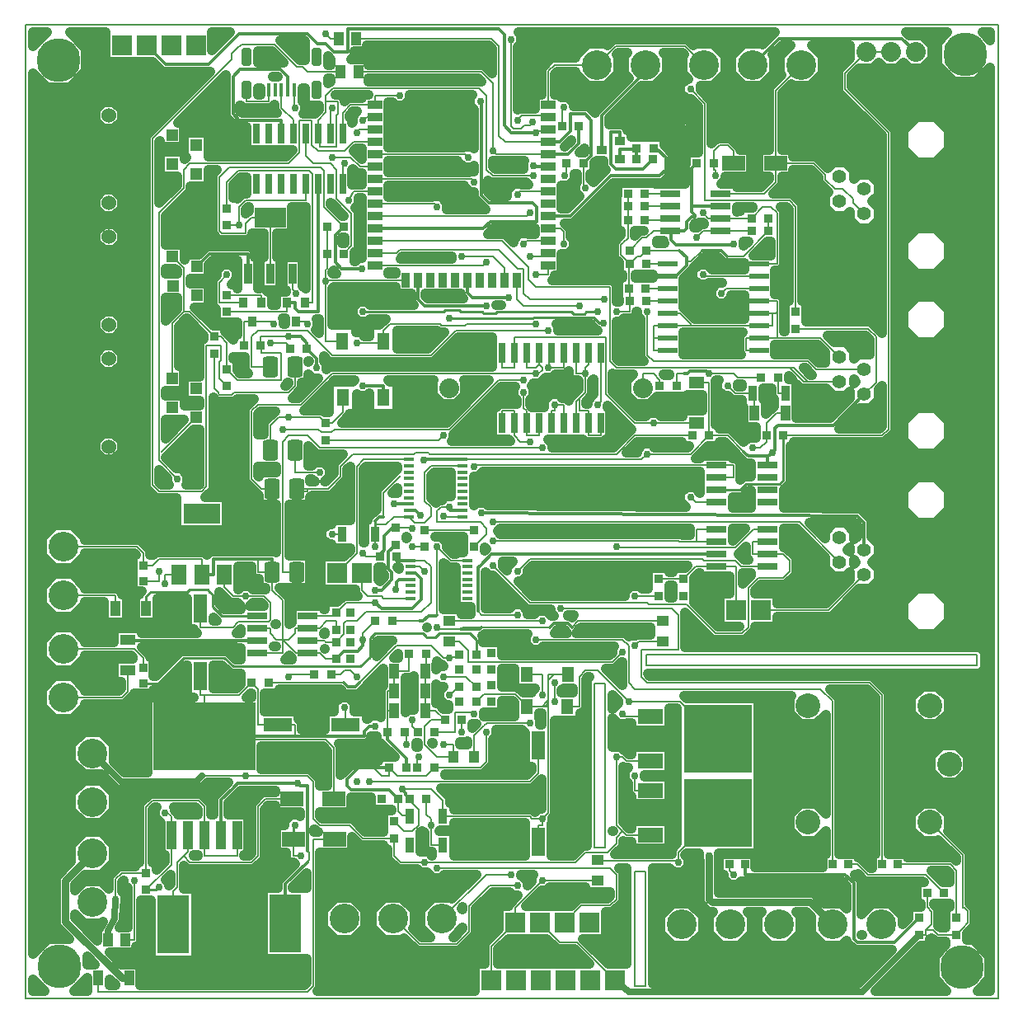
<source format=gbr>
G04 PROTEUS GERBER X2 FILE*
%TF.GenerationSoftware,Labcenter,Proteus,8.13-SP0-Build31525*%
%TF.CreationDate,2023-08-07T13:40:14+00:00*%
%TF.FileFunction,Copper,L1,Top*%
%TF.FilePolarity,Positive*%
%TF.Part,Single*%
%TF.SameCoordinates,{8d507f11-5f74-4f73-9321-756942b8957b}*%
%FSLAX45Y45*%
%MOMM*%
G01*
%TA.AperFunction,Conductor*%
%ADD10C,0.304800*%
%ADD11C,0.203200*%
%ADD12C,0.254000*%
%ADD13C,0.635000*%
%ADD14C,0.762000*%
%TA.AperFunction,NonConductor*%
%ADD15C,0.304800*%
%TA.AperFunction,ViaPad*%
%ADD16C,0.762000*%
%TA.AperFunction,Conductor*%
%ADD17C,1.016000*%
%TA.AperFunction,SMDPad,CuDef*%
%ADD18R,1.500000X0.900000*%
%ADD19R,0.900000X1.500000*%
%TA.AperFunction,SMDPad,CuDef*%
%ADD70R,2.032000X0.635000*%
%TA.AperFunction,SMDPad,CuDef*%
%ADD71R,1.100000X0.400000*%
%TA.AperFunction,SMDPad,CuDef*%
%ADD20R,1.000000X0.300000*%
%TA.AperFunction,SMDPad,CuDef*%
%ADD21R,0.939800X0.889000*%
%ADD22R,0.889000X0.889000*%
%TA.AperFunction,ComponentPad*%
%ADD23C,3.048000*%
%TA.AperFunction,SMDPad,CuDef*%
%ADD24R,1.016000X1.524000*%
%ADD25R,2.350000X1.550000*%
%TA.AperFunction,SMDPad,CuDef*%
%ADD26R,1.041400X2.997200*%
%ADD27R,10.490200X6.908800*%
%TA.AperFunction,SMDPad,CuDef*%
%ADD28R,3.300000X6.000000*%
%ADD29R,1.400000X3.000000*%
%ADD72R,3.000000X1.400000*%
%ADD73R,0.990600X1.397000*%
%ADD30R,0.889000X1.524000*%
%TA.AperFunction,SMDPad,CuDef*%
%ADD31R,2.540000X1.524000*%
%ADD32R,6.985000X6.985000*%
%TA.AperFunction,ComponentPad*%
%ADD33C,2.032000*%
%TA.AperFunction,SMDPad,CuDef*%
%ADD34R,0.400000X1.400000*%
%AMPPAD029*
4,1,36,
0.220200,-0.925000,
-0.220200,-0.925000,
-0.282520,-0.918940,
-0.340160,-0.901490,
-0.391980,-0.873770,
-0.436890,-0.836890,
-0.473760,-0.791980,
-0.501480,-0.740160,
-0.518930,-0.682520,
-0.525000,-0.620200,
-0.525000,0.620200,
-0.518930,0.682520,
-0.501480,0.740160,
-0.473760,0.791980,
-0.436890,0.836890,
-0.391980,0.873770,
-0.340160,0.901490,
-0.282520,0.918940,
-0.220200,0.925000,
0.220200,0.925000,
0.282520,0.918940,
0.340160,0.901490,
0.391980,0.873770,
0.436890,0.836890,
0.473760,0.791980,
0.501480,0.740160,
0.518930,0.682520,
0.525000,0.620200,
0.525000,-0.620200,
0.518930,-0.682520,
0.501480,-0.740160,
0.473760,-0.791980,
0.436890,-0.836890,
0.391980,-0.873770,
0.340160,-0.901490,
0.282520,-0.918940,
0.220200,-0.925000,
0*%
%TA.AperFunction,WasherPad*%
%ADD35PPAD029*%
%TA.AperFunction,SMDPad,CuDef*%
%ADD36R,0.635000X2.032000*%
%TA.AperFunction,SMDPad,CuDef*%
%ADD37R,0.889000X1.016000*%
%TA.AperFunction,SMDPad,CuDef*%
%ADD38R,0.939800X2.159000*%
%ADD39R,3.251200X2.159000*%
%TA.AperFunction,SMDPad,CuDef*%
%ADD40R,1.300000X1.700000*%
%TA.AperFunction,OtherPad,Unknown*%
%ADD41C,4.500000*%
%TA.AperFunction,SMDPad,CuDef*%
%ADD42R,2.006600X0.609600*%
%TA.AperFunction,ComponentPad*%
%ADD43C,1.397000*%
%ADD44R,1.308100X1.308100*%
%ADD45C,1.524000*%
%ADD46R,2.032000X2.032000*%
%TA.AperFunction,SMDPad,CuDef*%
%ADD47R,1.016000X0.889000*%
%TA.AperFunction,ComponentPad*%
%ADD48C,2.540000*%
%AMPPAD043*
4,1,36,
0.785000,0.675000,
0.785000,-0.675000,
0.777240,-0.754740,
0.754910,-0.828480,
0.719440,-0.894800,
0.672260,-0.952260,
0.614800,-0.999440,
0.548480,-1.034910,
0.474740,-1.057240,
0.395000,-1.065000,
-0.395000,-1.065000,
-0.474740,-1.057240,
-0.548480,-1.034910,
-0.614800,-0.999440,
-0.672260,-0.952260,
-0.719440,-0.894800,
-0.754910,-0.828480,
-0.777240,-0.754740,
-0.785000,-0.675000,
-0.785000,0.675000,
-0.777240,0.754740,
-0.754910,0.828480,
-0.719440,0.894800,
-0.672260,0.952260,
-0.614800,0.999440,
-0.548480,1.034910,
-0.474740,1.057240,
-0.395000,1.065000,
0.395000,1.065000,
0.474740,1.057240,
0.548480,1.034910,
0.614800,0.999440,
0.672260,0.952260,
0.719440,0.894800,
0.754910,0.828480,
0.777240,0.754740,
0.785000,0.675000,
0*%
%TA.AperFunction,SMDPad,CuDef*%
%ADD49PPAD043*%
%TA.AperFunction,SMDPad,CuDef*%
%ADD50R,0.889000X0.939800*%
%TA.AperFunction,SMDPad,CuDef*%
%ADD51R,1.524000X2.032000*%
%ADD52R,3.810000X2.032000*%
%TA.AperFunction,SMDPad,CuDef*%
%ADD53R,1.524000X1.270000*%
%ADD54R,1.270000X1.524000*%
%ADD55R,1.524000X1.016000*%
%ADD56R,1.270000X1.016000*%
%ADD57R,1.016000X1.270000*%
%TA.AperFunction,Profile*%
%ADD58C,0.203200*%
%TD.AperFunction*%
G36*
X+4921260Y+5199555D02*
X+4839555Y+5281260D01*
X+4921260Y+5281260D01*
X+4921260Y+5199555D01*
G37*
G36*
X+2582756Y+5156544D02*
X+2570860Y+5168439D01*
X+2389900Y+5168439D01*
X+2261941Y+5040480D01*
X+2261941Y+4859520D01*
X+2389900Y+4731561D01*
X+2570860Y+4731561D01*
X+2698819Y+4859520D01*
X+2698819Y+5040480D01*
X+2686924Y+5052376D01*
X+2780889Y+5146341D01*
X+2868182Y+5146341D01*
X+2762321Y+5040480D01*
X+2762321Y+4859520D01*
X+2777808Y+4844032D01*
X+2647421Y+4713645D01*
X+2647421Y+4072919D01*
X+2540081Y+4072919D01*
X+2540081Y+3801081D01*
X+2647421Y+3801081D01*
X+2647421Y+3774905D01*
X+2566595Y+3694079D01*
X+2317989Y+3694079D01*
X+2317989Y+3723289D01*
X+2156064Y+3723289D01*
X+2199639Y+3766864D01*
X+2199639Y+3801081D01*
X+2461919Y+3801081D01*
X+2461919Y+4072919D01*
X+2354579Y+4072919D01*
X+2354579Y+4092405D01*
X+2250905Y+4196079D01*
X+2112815Y+4196079D01*
X+2059939Y+4143203D01*
X+2059939Y+4577545D01*
X+1945639Y+4691845D01*
X+1945639Y+4731561D01*
X+2070480Y+4731561D01*
X+2198439Y+4859520D01*
X+2198439Y+5040480D01*
X+2070480Y+5168439D01*
X+1889520Y+5168439D01*
X+1874032Y+5152952D01*
X+1814905Y+5212079D01*
X+1045095Y+5212079D01*
X+985968Y+5152952D01*
X+970480Y+5168439D01*
X+789520Y+5168439D01*
X+661561Y+5040480D01*
X+661561Y+5018579D01*
X+416095Y+5018579D01*
X+311421Y+4913905D01*
X+311421Y+4641419D01*
X+246581Y+4641419D01*
X+246581Y+4498579D01*
X+83595Y+4498579D01*
X+70655Y+4485639D01*
X+68579Y+4485639D01*
X+68579Y+5128304D01*
X+104139Y+5163864D01*
X+104139Y+5250136D01*
X+73015Y+5281260D01*
X+2707472Y+5281260D01*
X+2582756Y+5156544D01*
G37*
G36*
X-4911260Y+5139555D02*
X-4911260Y+5281260D01*
X-4769555Y+5281260D01*
X-4911260Y+5139555D01*
G37*
G36*
X-3070361Y+5098307D02*
X-3070361Y+5281260D01*
X-2887408Y+5281260D01*
X-3070361Y+5098307D01*
G37*
G36*
X+4376581Y+5177396D02*
X+4376581Y+4942604D01*
X+4542604Y+4776581D01*
X+4777396Y+4776581D01*
X+4921260Y+4920445D01*
X+4921260Y-4561260D01*
X+4789555Y-4561260D01*
X+4913419Y-4437396D01*
X+4913419Y-4202604D01*
X+4747396Y-4036581D01*
X+4682489Y-4036581D01*
X+4682489Y-3969215D01*
X+4759788Y-3891916D01*
X+4759788Y-3716405D01*
X+4704079Y-3660696D01*
X+4704079Y-3137095D01*
X+4484991Y-2918007D01*
X+4493039Y-2909959D01*
X+4493039Y-2750041D01*
X+4379959Y-2636961D01*
X+4220041Y-2636961D01*
X+4106961Y-2750041D01*
X+4106961Y-2909959D01*
X+4220041Y-3023039D01*
X+4379959Y-3023039D01*
X+4388007Y-3014991D01*
X+4566921Y-3193905D01*
X+4566921Y-3221437D01*
X+4536905Y-3191421D01*
X+4072109Y-3191421D01*
X+4072109Y-3154591D01*
X+3877819Y-3154591D01*
X+3877819Y-1494835D01*
X+3711405Y-1328421D01*
X+1425405Y-1328421D01*
X+1402079Y-1305095D01*
X+1402079Y-1299912D01*
X+4818239Y-1299912D01*
X+4864365Y-1253786D01*
X+4864365Y-1078558D01*
X+4818239Y-1032432D01*
X+1783079Y-1032432D01*
X+1783079Y-673563D01*
X+2067095Y-957579D01*
X+2401905Y-957579D01*
X+2505579Y-853905D01*
X+2505579Y-817639D01*
X+2731639Y-817639D01*
X+2731639Y-718579D01*
X+3288405Y-718579D01*
X+3573395Y-433589D01*
X+3686548Y-433589D01*
X+3773589Y-346548D01*
X+3773589Y-223452D01*
X+3708137Y-158000D01*
X+3773589Y-92548D01*
X+3773589Y+30548D01*
X+3698659Y+105478D01*
X+3698659Y+279009D01*
X+3586766Y+390902D01*
X+2797639Y+397588D01*
X+2797639Y+587063D01*
X+2865119Y+654543D01*
X+2865119Y+1032511D01*
X+2904489Y+1032511D01*
X+2904489Y+1074421D01*
X+3838405Y+1074421D01*
X+3942079Y+1178095D01*
X+3942079Y+4280677D01*
X+3497579Y+4725177D01*
X+3497579Y+4834595D01*
X+3575954Y+4912970D01*
X+3576562Y+4912361D01*
X+3715438Y+4912361D01*
X+3773000Y+4969923D01*
X+3830562Y+4912361D01*
X+3969438Y+4912361D01*
X+4027000Y+4969923D01*
X+4084562Y+4912361D01*
X+4223438Y+4912361D01*
X+4321639Y+5010562D01*
X+4321639Y+5149438D01*
X+4223438Y+5247639D01*
X+4090529Y+5247639D01*
X+4056908Y+5281260D01*
X+4480445Y+5281260D01*
X+4376581Y+5177396D01*
G37*
%LPC*%
G36*
X+4163733Y+4413409D02*
X+4356267Y+4413409D01*
X+4492409Y+4277267D01*
X+4492409Y+4084733D01*
X+4356267Y+3948591D01*
X+4163733Y+3948591D01*
X+4027591Y+4084733D01*
X+4027591Y+4277267D01*
X+4163733Y+4413409D01*
G37*
G36*
X+4163733Y+3270409D02*
X+4356267Y+3270409D01*
X+4492409Y+3134267D01*
X+4492409Y+2941733D01*
X+4356267Y+2805591D01*
X+4163733Y+2805591D01*
X+4027591Y+2941733D01*
X+4027591Y+3134267D01*
X+4163733Y+3270409D01*
G37*
G36*
X+4163733Y+2563409D02*
X+4356267Y+2563409D01*
X+4492409Y+2427267D01*
X+4492409Y+2234733D01*
X+4356267Y+2098591D01*
X+4163733Y+2098591D01*
X+4027591Y+2234733D01*
X+4027591Y+2427267D01*
X+4163733Y+2563409D01*
G37*
G36*
X+4163733Y+1420409D02*
X+4356267Y+1420409D01*
X+4492409Y+1284267D01*
X+4492409Y+1091733D01*
X+4356267Y+955591D01*
X+4163733Y+955591D01*
X+4027591Y+1091733D01*
X+4027591Y+1284267D01*
X+4163733Y+1420409D01*
G37*
G36*
X+4163733Y+709409D02*
X+4356267Y+709409D01*
X+4492409Y+573267D01*
X+4492409Y+380733D01*
X+4356267Y+244591D01*
X+4163733Y+244591D01*
X+4027591Y+380733D01*
X+4027591Y+573267D01*
X+4163733Y+709409D01*
G37*
G36*
X+4163733Y-433591D02*
X+4356267Y-433591D01*
X+4492409Y-569733D01*
X+4492409Y-762267D01*
X+4356267Y-898409D01*
X+4163733Y-898409D01*
X+4027591Y-762267D01*
X+4027591Y-569733D01*
X+4163733Y-433591D01*
G37*
G36*
X+4220041Y-1436961D02*
X+4379959Y-1436961D01*
X+4493039Y-1550041D01*
X+4493039Y-1709959D01*
X+4379959Y-1823039D01*
X+4220041Y-1823039D01*
X+4106961Y-1709959D01*
X+4106961Y-1550041D01*
X+4220041Y-1436961D01*
G37*
G36*
X+4420041Y-2036961D02*
X+4579959Y-2036961D01*
X+4693039Y-2150041D01*
X+4693039Y-2309959D01*
X+4579959Y-2423039D01*
X+4420041Y-2423039D01*
X+4306961Y-2309959D01*
X+4306961Y-2150041D01*
X+4420041Y-2036961D01*
G37*
%LPD*%
G36*
X-4167639Y+4982361D02*
X-3682529Y+4982361D01*
X-3579509Y+4879341D01*
X-3091643Y+4879341D01*
X-3751579Y+4219406D01*
X-3751579Y+606594D01*
X-3647906Y+502921D01*
X-3436539Y+502921D01*
X-3436539Y+172281D01*
X-2923461Y+172281D01*
X-2923461Y+507559D01*
X-3141956Y+507559D01*
X-3061421Y+588094D01*
X-3061421Y+1530860D01*
X-3023381Y+1492820D01*
X-2840352Y+1492820D01*
X-2814251Y+1518921D01*
X-2642063Y+1518921D01*
X-2735579Y+1425405D01*
X-2735579Y+670095D01*
X-2594917Y+529433D01*
X-2590919Y+529433D01*
X-2590919Y+433093D01*
X-2418079Y+433093D01*
X-2418079Y-58751D01*
X-2423489Y-53341D01*
X-3090509Y-53341D01*
X-3123592Y-86424D01*
X-3151595Y-58421D01*
X-3648405Y-58421D01*
X-3677115Y-87131D01*
X-3711421Y-87131D01*
X-3711421Y-35095D01*
X-3815095Y+68579D01*
X-4381561Y+68579D01*
X-4381561Y+90480D01*
X-4509520Y+218439D01*
X-4690480Y+218439D01*
X-4818439Y+90480D01*
X-4818439Y-90480D01*
X-4690480Y-218439D01*
X-4509520Y-218439D01*
X-4381561Y-90480D01*
X-4381561Y-68579D01*
X-3871905Y-68579D01*
X-3853353Y-87131D01*
X-3885409Y-87131D01*
X-3885409Y-452869D01*
X-3794485Y-452869D01*
X-3820159Y-478543D01*
X-3820159Y-492761D01*
X-3865879Y-492761D01*
X-3865879Y-777239D01*
X-3632201Y-777239D01*
X-3632201Y-531119D01*
X-3326039Y-531119D01*
X-3326039Y-846039D01*
X-3258579Y-846039D01*
X-3258579Y-853905D01*
X-3226143Y-886341D01*
X-3794761Y-886341D01*
X-3794761Y-838201D01*
X-4079239Y-838201D01*
X-4079239Y-981421D01*
X-4381561Y-981421D01*
X-4381561Y-959520D01*
X-4509520Y-831561D01*
X-4690480Y-831561D01*
X-4818439Y-959520D01*
X-4818439Y-1140480D01*
X-4690480Y-1268439D01*
X-4509520Y-1268439D01*
X-4381561Y-1140480D01*
X-4381561Y-1118579D01*
X-3901905Y-1118579D01*
X-3883353Y-1137131D01*
X-3885409Y-1137131D01*
X-3885409Y-1153161D01*
X-4079239Y-1153161D01*
X-4079239Y-1386839D01*
X-4005579Y-1386839D01*
X-4005579Y-1458475D01*
X-4028905Y-1481801D01*
X-4381561Y-1481801D01*
X-4381561Y-1459900D01*
X-4509520Y-1331941D01*
X-4690480Y-1331941D01*
X-4818439Y-1459900D01*
X-4818439Y-1640860D01*
X-4690480Y-1768819D01*
X-4509520Y-1768819D01*
X-4381561Y-1640860D01*
X-4381561Y-1618959D01*
X-3972095Y-1618959D01*
X-3868421Y-1515285D01*
X-3868421Y-1502869D01*
X-3674591Y-1502869D01*
X-3674591Y-1471119D01*
X-3593043Y-1471119D01*
X-3336043Y-1214119D01*
X-3326039Y-1214119D01*
X-3326039Y-1546039D01*
X-3258579Y-1546039D01*
X-3258579Y-1546141D01*
X-3732929Y-1546141D01*
X-3732929Y-2319831D01*
X-3972651Y-2319831D01*
X-4081782Y-2210700D01*
X-4081561Y-2210480D01*
X-4081561Y-2029520D01*
X-4209520Y-1901561D01*
X-4390480Y-1901561D01*
X-4518439Y-2029520D01*
X-4518439Y-2210480D01*
X-4390480Y-2338439D01*
X-4209520Y-2338439D01*
X-4209300Y-2338218D01*
X-4047349Y-2500169D01*
X-3198151Y-2500169D01*
X-3116061Y-2418079D01*
X-2903247Y-2418079D01*
X-3053659Y-2568491D01*
X-3053659Y-2751721D01*
X-3081421Y-2751721D01*
X-3081421Y-2638595D01*
X-3185095Y-2534921D01*
X-3711405Y-2534921D01*
X-3818579Y-2642095D01*
X-3818579Y-3239511D01*
X-3860489Y-3239511D01*
X-3860489Y-3281421D01*
X-4028905Y-3281421D01*
X-4132579Y-3385095D01*
X-4132579Y-3508882D01*
X-4209520Y-3431941D01*
X-4390480Y-3431941D01*
X-4483481Y-3524942D01*
X-4483481Y-3469979D01*
X-4381941Y-3368439D01*
X-4209520Y-3368439D01*
X-4081561Y-3240480D01*
X-4081561Y-3059520D01*
X-4209520Y-2931561D01*
X-4390480Y-2931561D01*
X-4518439Y-3059520D01*
X-4518439Y-3231941D01*
X-4676519Y-3390021D01*
X-4676519Y-3890479D01*
X-4540417Y-4026581D01*
X-4757396Y-4026581D01*
X-4911260Y-4180445D01*
X-4911260Y+4860445D01*
X-4767396Y+4716581D01*
X-4532604Y+4716581D01*
X-4366581Y+4882604D01*
X-4366581Y+5117396D01*
X-4530445Y+5281260D01*
X-4167639Y+5281260D01*
X-4167639Y+4982361D01*
G37*
%LPC*%
G36*
X-4381561Y-409900D02*
X-4381561Y-431801D01*
X-4035595Y-431801D01*
X-3995421Y-471975D01*
X-3995421Y-492761D01*
X-3947161Y-492761D01*
X-3947161Y-777239D01*
X-4180839Y-777239D01*
X-4180839Y-568959D01*
X-4381561Y-568959D01*
X-4381561Y-590860D01*
X-4509520Y-718819D01*
X-4690480Y-718819D01*
X-4818439Y-590860D01*
X-4818439Y-409900D01*
X-4690480Y-281941D01*
X-4509520Y-281941D01*
X-4381561Y-409900D01*
G37*
G36*
X-4190759Y+4564619D02*
X-4079237Y+4564619D01*
X-4000379Y+4485761D01*
X-4000379Y+4374239D01*
X-4079237Y+4295381D01*
X-4190759Y+4295381D01*
X-4269617Y+4374239D01*
X-4269617Y+4485761D01*
X-4190759Y+4564619D01*
G37*
G36*
X-4190759Y+3664621D02*
X-4079237Y+3664621D01*
X-4000379Y+3585763D01*
X-4000379Y+3474241D01*
X-4079237Y+3395383D01*
X-4190759Y+3395383D01*
X-4269617Y+3474241D01*
X-4269617Y+3585763D01*
X-4190759Y+3664621D01*
G37*
G36*
X-4185747Y+3315609D02*
X-4074225Y+3315609D01*
X-3995367Y+3236751D01*
X-3995367Y+3125229D01*
X-4074225Y+3046371D01*
X-4185747Y+3046371D01*
X-4264605Y+3125229D01*
X-4264605Y+3236751D01*
X-4185747Y+3315609D01*
G37*
G36*
X-4185747Y+2415611D02*
X-4074225Y+2415611D01*
X-3995367Y+2336753D01*
X-3995367Y+2225231D01*
X-4074225Y+2146373D01*
X-4185747Y+2146373D01*
X-4264605Y+2225231D01*
X-4264605Y+2336753D01*
X-4185747Y+2415611D01*
G37*
G36*
X-4190759Y+2064619D02*
X-4079237Y+2064619D01*
X-4000379Y+1985761D01*
X-4000379Y+1874239D01*
X-4079237Y+1795381D01*
X-4190759Y+1795381D01*
X-4269617Y+1874239D01*
X-4269617Y+1985761D01*
X-4190759Y+2064619D01*
G37*
G36*
X-4190759Y+1164621D02*
X-4079237Y+1164621D01*
X-4000379Y+1085763D01*
X-4000379Y+974241D01*
X-4079237Y+895383D01*
X-4190759Y+895383D01*
X-4269617Y+974241D01*
X-4269617Y+1085763D01*
X-4190759Y+1164621D01*
G37*
G36*
X-4390480Y-2401941D02*
X-4209520Y-2401941D01*
X-4081561Y-2529900D01*
X-4081561Y-2710860D01*
X-4209520Y-2838819D01*
X-4390480Y-2838819D01*
X-4518439Y-2710860D01*
X-4518439Y-2529900D01*
X-4390480Y-2401941D01*
G37*
%LPD*%
G36*
X+4333008Y-4031212D02*
X+4353095Y-4051299D01*
X+4461511Y-4051299D01*
X+4461511Y-4087674D01*
X+4346581Y-4202604D01*
X+4346581Y-4437396D01*
X+4470445Y-4561260D01*
X+3739978Y-4561260D01*
X+4208029Y-4093209D01*
X+4301489Y-4093209D01*
X+4301489Y-4032715D01*
X+4318000Y-4016204D01*
X+4333008Y-4031212D01*
G37*
G36*
X-1572492Y-3041212D02*
X-1552405Y-3061299D01*
X-1310489Y-3061299D01*
X-1310489Y-3103209D01*
X-1268579Y-3103209D01*
X-1268579Y-3203405D01*
X-1164905Y-3307079D01*
X-967696Y-3307079D01*
X-932136Y-3342639D01*
X-866139Y-3342639D01*
X-866139Y-3345136D01*
X-805136Y-3406139D01*
X-718864Y-3406139D01*
X-683304Y-3370579D01*
X-360803Y-3370579D01*
X-607272Y-3617048D01*
X-622760Y-3601561D01*
X-803720Y-3601561D01*
X-931679Y-3729520D01*
X-931679Y-3910480D01*
X-830738Y-4011421D01*
X-913585Y-4011421D01*
X-1004853Y-3920152D01*
X-995181Y-3910480D01*
X-995181Y-3729520D01*
X-1123140Y-3601561D01*
X-1304100Y-3601561D01*
X-1432059Y-3729520D01*
X-1432059Y-3910480D01*
X-1304100Y-4038439D01*
X-1123140Y-4038439D01*
X-1102266Y-4017565D01*
X-1089625Y-4029349D01*
X-970396Y-4148579D01*
X-531594Y-4148579D01*
X-491421Y-4108405D01*
X-361059Y-3978044D01*
X-361059Y-3718405D01*
X-191233Y-3548579D01*
X-15196Y-3548579D01*
X+20364Y-3584139D01*
X+65377Y-3584139D01*
X-28579Y-3678095D01*
X-28579Y-3690000D01*
X-127639Y-3690000D01*
X-127639Y-3928294D01*
X-272579Y-4073234D01*
X-272579Y-4282361D01*
X-371639Y-4282361D01*
X-371639Y-4561260D01*
X-1987776Y-4561260D01*
X-1963421Y-4536905D01*
X-1963421Y-3135919D01*
X-1634081Y-3135919D01*
X-1634081Y-2979623D01*
X-1572492Y-3041212D01*
G37*
%LPC*%
G36*
X-1932439Y-3910480D02*
X-1932439Y-3729520D01*
X-1804480Y-3601561D01*
X-1623520Y-3601561D01*
X-1495561Y-3729520D01*
X-1495561Y-3910480D01*
X-1623520Y-4038439D01*
X-1804480Y-4038439D01*
X-1932439Y-3910480D01*
G37*
%LPD*%
G36*
X-4356839Y-4561260D02*
X-4490445Y-4561260D01*
X-4356839Y-4427654D01*
X-4356839Y-4561260D01*
G37*
G36*
X-4789555Y-4561260D02*
X-4911260Y-4561260D01*
X-4911260Y-4439555D01*
X-4789555Y-4561260D01*
G37*
G36*
X-2117707Y+5188539D02*
X-2118539Y+5188539D01*
X-2118539Y+4998829D01*
X-2171345Y+4998829D01*
X-2369356Y+5196841D01*
X-2126009Y+5196841D01*
X-2117707Y+5188539D01*
G37*
G36*
X-2340143Y+4973659D02*
X-2601461Y+4973659D01*
X-2601461Y+5091421D01*
X-2457905Y+5091421D01*
X-2340143Y+4973659D01*
G37*
G36*
X-1853807Y+5008269D02*
X-1857949Y+5008269D01*
X-1857949Y+4948579D01*
X-1881461Y+4948579D01*
X-1881461Y+5035923D01*
X-1853807Y+5008269D01*
G37*
G36*
X-195579Y+5115095D02*
X-195579Y+4864563D01*
X-279595Y+4948579D01*
X-1462051Y+4948579D01*
X-1462051Y+5008269D01*
X-1647563Y+5008269D01*
X-1606341Y+5049491D01*
X-1606341Y+5091731D01*
X-1482051Y+5091731D01*
X-1482051Y+5151421D01*
X-231905Y+5151421D01*
X-195579Y+5115095D01*
G37*
G36*
X-2399207Y+4826039D02*
X-2451421Y+4826039D01*
X-2451421Y+4826341D01*
X-2399509Y+4826341D01*
X-2399207Y+4826039D01*
G37*
G36*
X-303563Y+4778579D02*
X-1462051Y+4778579D01*
X-1462051Y+4811421D01*
X-336405Y+4811421D01*
X-303563Y+4778579D01*
G37*
G36*
X-1857949Y+4778579D02*
X-1858905Y+4778579D01*
X-1881461Y+4756023D01*
X-1881461Y+4811421D01*
X-1857949Y+4811421D01*
X-1857949Y+4778579D01*
G37*
G36*
X+3478361Y+5010562D02*
X+3478970Y+5009954D01*
X+3360421Y+4891405D01*
X+3360421Y+4668367D01*
X+3804921Y+4223867D01*
X+3804921Y+2197563D01*
X+3693625Y+2308859D01*
X+3031489Y+2308859D01*
X+3031489Y+2523489D01*
X+2989579Y+2523489D01*
X+2989579Y+3520905D01*
X+2885905Y+3624579D01*
X+2691063Y+3624579D01*
X+2784579Y+3718095D01*
X+2784579Y+3801081D01*
X+2891919Y+3801081D01*
X+2891919Y+3868421D01*
X+3078595Y+3868421D01*
X+3153421Y+3793595D01*
X+3153421Y+3744556D01*
X+3256420Y+3641557D01*
X+3222411Y+3607548D01*
X+3222411Y+3484452D01*
X+3309452Y+3397411D01*
X+3432548Y+3397411D01*
X+3476411Y+3441274D01*
X+3476411Y+3357452D01*
X+3563452Y+3270411D01*
X+3686548Y+3270411D01*
X+3773589Y+3357452D01*
X+3773589Y+3480548D01*
X+3708137Y+3546000D01*
X+3773589Y+3611452D01*
X+3773589Y+3734548D01*
X+3686548Y+3821589D01*
X+3563452Y+3821589D01*
X+3519589Y+3777726D01*
X+3519589Y+3861548D01*
X+3432548Y+3948589D01*
X+3309452Y+3948589D01*
X+3250924Y+3890061D01*
X+3250405Y+3890579D01*
X+3135405Y+4005579D01*
X+2891919Y+4005579D01*
X+2891919Y+4072919D01*
X+2784579Y+4072919D01*
X+2784579Y+4656835D01*
X+2874792Y+4747048D01*
X+2890280Y+4731561D01*
X+3071240Y+4731561D01*
X+3199199Y+4859520D01*
X+3199199Y+5040480D01*
X+3093338Y+5146341D01*
X+3478361Y+5146341D01*
X+3478361Y+5010562D01*
G37*
G36*
X+1161941Y+5040480D02*
X+1161941Y+4859520D01*
X+1208836Y+4812624D01*
X+858441Y+4462229D01*
X+858441Y+4451227D01*
X+791009Y+4518659D01*
X+644139Y+4518659D01*
X+644139Y+4553136D01*
X+583136Y+4614139D01*
X+513419Y+4614139D01*
X+513419Y+4641419D01*
X+448579Y+4641419D01*
X+448579Y+4857095D01*
X+472905Y+4881421D01*
X+661561Y+4881421D01*
X+661561Y+4859520D01*
X+789520Y+4731561D01*
X+970480Y+4731561D01*
X+1098439Y+4859520D01*
X+1098439Y+5040480D01*
X+1082952Y+5055968D01*
X+1101905Y+5074921D01*
X+1196382Y+5074921D01*
X+1161941Y+5040480D01*
G37*
G36*
X-2576039Y+4640579D02*
X-2601461Y+4640579D01*
X-2601461Y+4711421D01*
X-2576039Y+4711421D01*
X-2576039Y+4640579D01*
G37*
G36*
X-1468579Y+4641419D02*
X-1533419Y+4641419D01*
X-1533419Y+4606579D01*
X-1679405Y+4606579D01*
X-1709421Y+4576563D01*
X-1709421Y+4600405D01*
X-1749595Y+4640579D01*
X-1802937Y+4640579D01*
X-1802095Y+4641421D01*
X-1468579Y+4641421D01*
X-1468579Y+4641419D01*
G37*
G36*
X-2118539Y+4551814D02*
X-2143961Y+4577236D01*
X-2143961Y+4711421D01*
X-2118539Y+4711421D01*
X-2118539Y+4551814D01*
G37*
G36*
X-421639Y+4615136D02*
X-421639Y+4528864D01*
X-383659Y+4490884D01*
X-383659Y+4086934D01*
X-401364Y+4104639D01*
X-487636Y+4104639D01*
X-493696Y+4098579D01*
X-1266581Y+4098579D01*
X-1266581Y+4566921D01*
X-1221696Y+4566921D01*
X-1186136Y+4531361D01*
X-1099864Y+4531361D01*
X-1038861Y+4592364D01*
X-1038861Y+4641421D01*
X-395354Y+4641421D01*
X-421639Y+4615136D01*
G37*
G36*
X-2428579Y+4508500D02*
X-2428579Y+4480095D01*
X-2403643Y+4455159D01*
X-2763491Y+4455159D01*
X-2783841Y+4475509D01*
X-2783841Y+4531461D01*
X-2776445Y+4531461D01*
X-2748405Y+4503421D01*
X-2461595Y+4503421D01*
X-2428579Y+4536437D01*
X-2428579Y+4508500D01*
G37*
G36*
X-1973579Y+4489183D02*
X-2016028Y+4446734D01*
X-2019373Y+4450079D01*
X-2133646Y+4450079D01*
X-2118361Y+4465364D01*
X-2118361Y+4531461D01*
X-1973579Y+4531461D01*
X-1973579Y+4489183D01*
G37*
G36*
X-1628139Y+4424636D02*
X-1628139Y+4358639D01*
X-1630636Y+4358639D01*
X-1632488Y+4356787D01*
X-1632488Y+4411178D01*
X-1661698Y+4411178D01*
X-1661698Y+4430318D01*
X-1622595Y+4469421D01*
X-1583354Y+4469421D01*
X-1628139Y+4424636D01*
G37*
G36*
X+619061Y+4169729D02*
X+552991Y+4103659D01*
X+547687Y+4103659D01*
X+619061Y+4175033D01*
X+619061Y+4169729D01*
G37*
G36*
X+750341Y+4048789D02*
X+749041Y+4047489D01*
X+705157Y+4047489D01*
X+750341Y+4092673D01*
X+750341Y+4048789D01*
G37*
G36*
X-2931159Y+4445000D02*
X-2931159Y+4414491D01*
X-2824509Y+4307841D01*
X-2717066Y+4307841D01*
X-2717066Y+4075900D01*
X-2244084Y+4075900D01*
X-2314405Y+4005579D01*
X-3112161Y+4005579D01*
X-3112161Y+4248839D01*
X-3359839Y+4248839D01*
X-3359839Y+4053839D01*
X-3603839Y+4053839D01*
X-3603839Y+3806161D01*
X-3434079Y+3806161D01*
X-3434079Y+3711405D01*
X-3614421Y+3531063D01*
X-3614421Y+4162595D01*
X-3608851Y+4168165D01*
X-3608851Y+4105171D01*
X-3361173Y+4105171D01*
X-3361173Y+4352849D01*
X-3424167Y+4352849D01*
X-2931159Y+4845857D01*
X-2931159Y+4445000D01*
G37*
G36*
X-1533419Y+4053581D02*
X-1533419Y+3979903D01*
X-1617516Y+4064000D01*
X-1593095Y+4088421D01*
X-1533419Y+4088421D01*
X-1533419Y+4053581D01*
G37*
G36*
X-3356161Y+3979823D02*
X-3356161Y+4001161D01*
X-3334823Y+4001161D01*
X-3356161Y+3979823D01*
G37*
G36*
X+125861Y+3953136D02*
X+125861Y+3878579D01*
X-162095Y+3878579D01*
X-185421Y+3901905D01*
X-185421Y+3959861D01*
X-147364Y+3959861D01*
X-145804Y+3961421D01*
X+134146Y+3961421D01*
X+125861Y+3953136D01*
G37*
G36*
X-548639Y+3957364D02*
X-487636Y+3896361D01*
X-401364Y+3896361D01*
X-383659Y+3914066D01*
X-383659Y+3850639D01*
X-424136Y+3850639D01*
X-430196Y+3844579D01*
X-1266581Y+3844579D01*
X-1266581Y+3961421D01*
X-548639Y+3961421D01*
X-548639Y+3957364D01*
G37*
G36*
X+948841Y+3927500D02*
X+948841Y+3896991D01*
X+975832Y+3870000D01*
X+849054Y+3743222D01*
X+811299Y+3780976D01*
X+811299Y+3826511D01*
X+853209Y+3826511D01*
X+853209Y+3943321D01*
X+875419Y+3965531D01*
X+948841Y+3965531D01*
X+948841Y+3927500D01*
G37*
G36*
X+1777048Y+5055968D02*
X+1761561Y+5040480D01*
X+1761561Y+4859520D01*
X+1817942Y+4803139D01*
X+1798364Y+4803139D01*
X+1737361Y+4742136D01*
X+1737361Y+4655864D01*
X+1798364Y+4594861D01*
X+1848655Y+4594861D01*
X+1922781Y+4520735D01*
X+1922781Y+4047489D01*
X+1794511Y+4047489D01*
X+1794511Y+3930679D01*
X+1782058Y+3918226D01*
X+1782058Y+3723289D01*
X+1483209Y+3723289D01*
X+1483209Y+3735489D01*
X+1089511Y+3735489D01*
X+1089511Y+3605489D01*
X+1086791Y+3605489D01*
X+1086791Y+3244511D01*
X+1128701Y+3244511D01*
X+1128701Y+3200387D01*
X+1056593Y+3128279D01*
X+1056593Y+2968703D01*
X+1106791Y+2918505D01*
X+1106791Y+2794511D01*
X+1141421Y+2794511D01*
X+1141421Y+2765489D01*
X+1099511Y+2765489D01*
X+1099511Y+2544511D01*
X+1106791Y+2544511D01*
X+1106791Y+2517139D01*
X+1084579Y+2517139D01*
X+1084579Y+2695405D01*
X+1044405Y+2735579D01*
X+418563Y+2735579D01*
X+448579Y+2765595D01*
X+448579Y+2783581D01*
X+513419Y+2783581D01*
X+513419Y+3005861D01*
X+583136Y+3005861D01*
X+644139Y+3066864D01*
X+644139Y+3153136D01*
X+608579Y+3188696D01*
X+608579Y+3264405D01*
X+551643Y+3321341D01*
X+635509Y+3321341D01*
X+1050509Y+3736341D01*
X+1554509Y+3736341D01*
X+1661159Y+3842991D01*
X+1661159Y+4031009D01*
X+1570489Y+4121679D01*
X+1570489Y+4205489D01*
X+1236839Y+4205489D01*
X+1236839Y+4280489D01*
X+1193659Y+4280489D01*
X+1193659Y+4290009D01*
X+1150509Y+4333159D01*
X+1005759Y+4333159D01*
X+1005759Y+4401211D01*
X+1336109Y+4731561D01*
X+1470860Y+4731561D01*
X+1598819Y+4859520D01*
X+1598819Y+5040480D01*
X+1564378Y+5074921D01*
X+1758095Y+5074921D01*
X+1777048Y+5055968D01*
G37*
%LPC*%
G36*
X+1836039Y+4472354D02*
X+1836039Y+4353353D01*
X+1844038Y+4345354D01*
X+1844038Y+4290646D01*
X+1805354Y+4251962D01*
X+1750646Y+4251962D01*
X+1703961Y+4298647D01*
X+1703961Y+4472354D01*
X+1742646Y+4511039D01*
X+1797354Y+4511039D01*
X+1836039Y+4472354D01*
G37*
%LPD*%
G36*
X-218905Y+3741421D02*
X+151304Y+3741421D01*
X+175146Y+3717579D01*
X+112696Y+3717579D01*
X+106636Y+3723639D01*
X+20364Y+3723639D01*
X-40639Y+3662636D01*
X-40639Y+3603659D01*
X-197491Y+3603659D01*
X-236341Y+3642509D01*
X-236341Y+3758857D01*
X-218905Y+3741421D01*
G37*
G36*
X-1581905Y+3834421D02*
X-1533419Y+3834421D01*
X-1533419Y+3717579D01*
X-1632488Y+3717579D01*
X-1632488Y+3871737D01*
X-1625854Y+3878370D01*
X-1581905Y+3834421D01*
G37*
G36*
X-2717066Y+3624579D02*
X-2758905Y+3624579D01*
X-2810511Y+3572973D01*
X-2810511Y+3585209D01*
X-2852421Y+3585209D01*
X-2852421Y+3718095D01*
X-2779095Y+3791421D01*
X-2717066Y+3791421D01*
X-2717066Y+3624579D01*
G37*
G36*
X+674141Y+3742416D02*
X+657861Y+3726136D01*
X+657861Y+3639864D01*
X+701778Y+3595946D01*
X+574491Y+3468659D01*
X+513419Y+3468659D01*
X+513419Y+3705861D01*
X+593136Y+3705861D01*
X+654139Y+3766864D01*
X+654139Y+3826511D01*
X+674141Y+3826511D01*
X+674141Y+3742416D01*
G37*
G36*
X-485139Y+3703364D02*
X-424136Y+3642361D01*
X-383659Y+3642361D01*
X-383659Y+3581491D01*
X-265747Y+3463579D01*
X-657861Y+3463579D01*
X-657861Y+3535636D01*
X-718864Y+3596639D01*
X-805136Y+3596639D01*
X-811196Y+3590579D01*
X-1266581Y+3590579D01*
X-1266581Y+3707421D01*
X-485139Y+3707421D01*
X-485139Y+3703364D01*
G37*
G36*
X+2480785Y+3485489D02*
X+2356791Y+3485489D01*
X+2356791Y+3443579D01*
X+2321095Y+3443579D01*
X+2317989Y+3440473D01*
X+2317989Y+3487421D01*
X+2482717Y+3487421D01*
X+2480785Y+3485489D01*
G37*
G36*
X-2695756Y+3451417D02*
X-2725421Y+3421752D01*
X-2725421Y+3464095D01*
X-2702095Y+3487421D01*
X-2695756Y+3487421D01*
X-2695756Y+3451417D01*
G37*
G36*
X-1842269Y+3523285D02*
X-1719473Y+3400489D01*
X-1733505Y+3400489D01*
X-1852198Y+3519182D01*
X-1852198Y+3533214D01*
X-1842269Y+3523285D01*
G37*
G36*
X+1977508Y+3323008D02*
X+1982711Y+3317805D01*
X+1982711Y+3313079D01*
X+1946095Y+3313079D01*
X+1912155Y+3279139D01*
X+1874833Y+3279139D01*
X+1874833Y+3306618D01*
X+1884556Y+3316341D01*
X+1920511Y+3316341D01*
X+1929031Y+3324861D01*
X+1975655Y+3324861D01*
X+1977508Y+3323008D01*
G37*
G36*
X+246581Y+3209579D02*
X+176196Y+3209579D01*
X+170136Y+3215639D01*
X+83864Y+3215639D01*
X+22861Y+3154636D01*
X+22861Y+3122123D01*
X-64595Y+3209579D01*
X-242253Y+3209579D01*
X-185491Y+3266341D01*
X+246581Y+3266341D01*
X+246581Y+3209579D01*
G37*
G36*
X+1362595Y+3243579D02*
X+1318875Y+3243579D01*
X+1265859Y+3190563D01*
X+1265859Y+3244511D01*
X+1363527Y+3244511D01*
X+1362595Y+3243579D01*
G37*
G36*
X-1708579Y+3120489D02*
X-1732701Y+3120489D01*
X-1732701Y+3173131D01*
X-1726321Y+3179511D01*
X-1708579Y+3179511D01*
X-1708579Y+3120489D01*
G37*
G36*
X+1566341Y+3124154D02*
X+1576916Y+3113579D01*
X+1500489Y+3113579D01*
X+1500489Y+3146711D01*
X+1566341Y+3146711D01*
X+1566341Y+3124154D01*
G37*
G36*
X+2390139Y+3089403D02*
X+2390139Y+3134511D01*
X+2435247Y+3134511D01*
X+2390139Y+3089403D01*
G37*
G36*
X+2661921Y+2993899D02*
X+2488603Y+2993899D01*
X+2629215Y+3134511D01*
X+2661921Y+3134511D01*
X+2661921Y+2993899D01*
G37*
G36*
X-612139Y+2955579D02*
X-1138437Y+2955579D01*
X-1114595Y+2979421D01*
X-612139Y+2979421D01*
X-612139Y+2955579D01*
G37*
G36*
X-1533419Y+3545581D02*
X-1533419Y+2961639D01*
X-1573136Y+2961639D01*
X-1603616Y+2931159D01*
X-1609511Y+2931159D01*
X-1609511Y+3023505D01*
X-1571421Y+3061595D01*
X-1571421Y+3446405D01*
X-1603870Y+3478854D01*
X-1565861Y+3516864D01*
X-1565861Y+3580421D01*
X-1533419Y+3580421D01*
X-1533419Y+3545581D01*
G37*
G36*
X+2186621Y+2910842D02*
X+2247641Y+2910842D01*
X+2252720Y+2915921D01*
X+2391251Y+2915921D01*
X+2391251Y+2846579D01*
X+2063196Y+2846579D01*
X+2011636Y+2898139D01*
X+1925364Y+2898139D01*
X+1864361Y+2837136D01*
X+1864361Y+2750864D01*
X+1925364Y+2689861D01*
X+2011636Y+2689861D01*
X+2031196Y+2709421D01*
X+2167937Y+2709421D01*
X+2166155Y+2707639D01*
X+2115864Y+2707639D01*
X+2054861Y+2646636D01*
X+2054861Y+2560364D01*
X+2115864Y+2499361D01*
X+2202136Y+2499361D01*
X+2263139Y+2560364D01*
X+2263139Y+2582421D01*
X+2391251Y+2582421D01*
X+2391251Y+2338579D01*
X+1885905Y+2338579D01*
X+1768749Y+2455735D01*
X+1768749Y+2753130D01*
X+1873874Y+2858255D01*
X+1873874Y+2861890D01*
X+1983325Y+2971341D01*
X+2126122Y+2971341D01*
X+2186621Y+2910842D01*
G37*
G36*
X-1184419Y+2805579D02*
X-1266581Y+2805579D01*
X-1266581Y+2818421D01*
X-1184419Y+2818421D01*
X-1184419Y+2805579D01*
G37*
G36*
X-1795107Y+2805579D02*
X-1832804Y+2805579D01*
X-1836421Y+2809196D01*
X-1836421Y+2816815D01*
X-1824141Y+2829095D01*
X-1824141Y+2834613D01*
X-1795107Y+2805579D01*
G37*
G36*
X-3434079Y+2837095D02*
X-3434079Y+2804829D01*
X-3550921Y+2804829D01*
X-3550921Y+2856161D01*
X-3453145Y+2856161D01*
X-3434079Y+2837095D01*
G37*
G36*
X+1451251Y+2765489D02*
X+1278579Y+2765489D01*
X+1278579Y+2794511D01*
X+1451251Y+2794511D01*
X+1451251Y+2765489D01*
G37*
G36*
X-3048492Y+3842992D02*
X-3068579Y+3822905D01*
X-3068579Y+3214954D01*
X-3005046Y+3151421D01*
X-2702095Y+3151421D01*
X-2661921Y+3191595D01*
X-2661921Y+3216820D01*
X-2543356Y+3216820D01*
X-2543356Y+2969558D01*
X-2580186Y+2969558D01*
X-2580186Y+2654299D01*
X-2599368Y+2654299D01*
X-2599368Y+2969558D01*
X-2631118Y+2969558D01*
X-2631118Y+3040509D01*
X-2674268Y+3083659D01*
X-3127487Y+3083659D01*
X-3211317Y+2999829D01*
X-3354827Y+2999829D01*
X-3354827Y+2951811D01*
X-3356161Y+2953145D01*
X-3356161Y+3103839D01*
X-3550921Y+3103839D01*
X-3550921Y+3400595D01*
X-3296921Y+3654595D01*
X-3296921Y+3705161D01*
X-3112161Y+3705161D01*
X-3112161Y+3868421D01*
X-3023063Y+3868421D01*
X-3048492Y+3842992D01*
G37*
G36*
X-2810186Y+2654299D02*
X-2810511Y+2654299D01*
X-2810511Y+2696209D01*
X-2871516Y+2696209D01*
X-2816861Y+2750864D01*
X-2816861Y+2837136D01*
X-2877864Y+2898139D01*
X-2964136Y+2898139D01*
X-3025139Y+2837136D01*
X-3025139Y+2786845D01*
X-3068579Y+2743405D01*
X-3068579Y+2475284D01*
X-3031489Y+2438194D01*
X-3031489Y+2302511D01*
X-2813601Y+2302511D01*
X-2813601Y+2173678D01*
X-2855511Y+2173678D01*
X-2855511Y+2126995D01*
X-2937511Y+2208995D01*
X-2937511Y+2269489D01*
X-3061505Y+2269489D01*
X-3248167Y+2456151D01*
X-3107149Y+2456151D01*
X-3107149Y+2703829D01*
X-3296921Y+2703829D01*
X-3296921Y+2752151D01*
X-3107149Y+2752151D01*
X-3107149Y+2895661D01*
X-3066469Y+2936341D01*
X-2810186Y+2936341D01*
X-2810186Y+2654299D01*
G37*
G36*
X-2111708Y+2648983D02*
X-2139368Y+2676643D01*
X-2139368Y+2969558D01*
X-2350186Y+2969558D01*
X-2350186Y+2636820D01*
X-2314139Y+2636820D01*
X-2314139Y+2620528D01*
X-2413131Y+2620528D01*
X-2413131Y+2481579D01*
X-2454193Y+2481579D01*
X-2454193Y+2620528D01*
X-2502506Y+2620528D01*
X-2518798Y+2636820D01*
X-2369368Y+2636820D01*
X-2369368Y+2969558D01*
X-2406198Y+2969558D01*
X-2406198Y+3216820D01*
X-2253798Y+3216820D01*
X-2253798Y+3487421D01*
X-2111708Y+3487421D01*
X-2111708Y+2648983D01*
G37*
G36*
X-519659Y+2574491D02*
X-495327Y+2550159D01*
X-858491Y+2550159D01*
X-880341Y+2572009D01*
X-880341Y+2603581D01*
X-519659Y+2603581D01*
X-519659Y+2574491D01*
G37*
G36*
X-101394Y+2484119D02*
X-149861Y+2484119D01*
X-149861Y+2486341D01*
X-103616Y+2486341D01*
X-101394Y+2484119D01*
G37*
G36*
X-1184419Y+2603581D02*
X-1027659Y+2603581D01*
X-1027659Y+2510991D01*
X-1000787Y+2484119D01*
X-1447844Y+2484119D01*
X-1480864Y+2517139D01*
X-1567136Y+2517139D01*
X-1628139Y+2456136D01*
X-1628139Y+2369864D01*
X-1567136Y+2308861D01*
X-1480864Y+2308861D01*
X-1447844Y+2341881D01*
X-1290581Y+2341881D01*
X-1355018Y+2277444D01*
X-1456717Y+2277444D01*
X-1456717Y+2164079D01*
X-1508804Y+2164079D01*
X-1544364Y+2199639D01*
X-1589239Y+2199639D01*
X-1589239Y+2277444D01*
X-1836421Y+2277444D01*
X-1836421Y+2651804D01*
X-1819804Y+2668421D01*
X-1184419Y+2668421D01*
X-1184419Y+2603581D01*
G37*
G36*
X-3434079Y+2441406D02*
X-3434079Y+2441405D01*
X-3550921Y+2324563D01*
X-3550921Y+2557151D01*
X-3434079Y+2557151D01*
X-3434079Y+2441406D01*
G37*
G36*
X-2319151Y+2291079D02*
X-2335918Y+2291079D01*
X-2335918Y+2333136D01*
X-2347203Y+2344421D01*
X-2319151Y+2344421D01*
X-2319151Y+2291079D01*
G37*
G36*
X+826391Y+2274642D02*
X+826391Y+2271050D01*
X+871100Y+2226341D01*
X+876384Y+2226341D01*
X+884146Y+2218579D01*
X+485139Y+2218579D01*
X+485139Y+2265636D01*
X+466242Y+2284533D01*
X+816500Y+2284533D01*
X+826391Y+2274642D01*
G37*
G36*
X+2852421Y+3464095D02*
X+2852421Y+2523489D01*
X+2810511Y+2523489D01*
X+2810511Y+2211579D01*
X+2799079Y+2211579D01*
X+2799079Y+2552405D01*
X+2758905Y+2592579D01*
X+2708749Y+2592579D01*
X+2708749Y+2836421D01*
X+2758905Y+2836421D01*
X+2799079Y+2876595D01*
X+2799079Y+3457405D01*
X+2769063Y+3487421D01*
X+2829095Y+3487421D01*
X+2852421Y+3464095D01*
G37*
G36*
X-1973579Y+2197563D02*
X-2005120Y+2229104D01*
X-1991361Y+2242864D01*
X-1991361Y+2329136D01*
X-2001566Y+2339341D01*
X-1973579Y+2339341D01*
X-1973579Y+2197563D01*
G37*
G36*
X-747281Y+2202840D02*
X-688144Y+2202840D01*
X-853905Y+2037079D01*
X-1169239Y+2037079D01*
X-1169239Y+2217421D01*
X-761862Y+2217421D01*
X-747281Y+2202840D01*
G37*
G36*
X+2344421Y+2171405D02*
X+2344421Y+1987595D01*
X+2358437Y+1973579D01*
X+1768749Y+1973579D01*
X+1768749Y+2201421D01*
X+2374437Y+2201421D01*
X+2344421Y+2171405D01*
G37*
G36*
X+3677921Y+2130595D02*
X+3677921Y+1971589D01*
X+3563452Y+1971589D01*
X+3519589Y+1927726D01*
X+3519589Y+2011548D01*
X+3432548Y+2098589D01*
X+3319395Y+2098589D01*
X+3246283Y+2171701D01*
X+3636815Y+2171701D01*
X+3677921Y+2130595D01*
G37*
G36*
X+1292861Y+2369864D02*
X+1328421Y+2334304D01*
X+1328421Y+1940095D01*
X+1358437Y+1910079D01*
X+1107905Y+1910079D01*
X+1084579Y+1933405D01*
X+1084579Y+2308861D01*
X+1122636Y+2308861D01*
X+1158196Y+2344421D01*
X+1245685Y+2344421D01*
X+1285859Y+2384595D01*
X+1285859Y+2414511D01*
X+1292861Y+2414511D01*
X+1292861Y+2369864D01*
G37*
G36*
X-195789Y+1846579D02*
X-1869905Y+1846579D01*
X-1894069Y+1822415D01*
X-1894069Y+1877896D01*
X-1924549Y+1908376D01*
X-1924549Y+1954565D01*
X-1869905Y+1899921D01*
X-797095Y+1899921D01*
X-543095Y+2153921D01*
X-195789Y+2153921D01*
X-195789Y+1846579D01*
G37*
G36*
X-2077206Y+1903038D02*
X-2083081Y+1897162D01*
X-2083081Y+1908913D01*
X-2077206Y+1903038D01*
G37*
G36*
X+3222411Y+2001605D02*
X+3222411Y+1891579D01*
X+3158405Y+1891579D01*
X+3076405Y+1973579D01*
X+2708749Y+1973579D01*
X+2708749Y+2074421D01*
X+3149595Y+2074421D01*
X+3222411Y+2001605D01*
G37*
G36*
X-2735579Y+1848012D02*
X-2735579Y+1819607D01*
X-2699051Y+1783079D01*
X-2783375Y+1783079D01*
X-2810511Y+1810215D01*
X-2810511Y+1934209D01*
X-2852421Y+1934209D01*
X-2852421Y+1952700D01*
X-2735579Y+1952700D01*
X-2735579Y+1848012D01*
G37*
G36*
X+3091438Y+1764578D02*
X+3076405Y+1764578D01*
X+3004562Y+1836421D01*
X+3019595Y+1836421D01*
X+3091438Y+1764578D01*
G37*
G36*
X+1628141Y+1761489D02*
X+1573995Y+1761489D01*
X+1562563Y+1772921D01*
X+1628141Y+1772921D01*
X+1628141Y+1761489D01*
G37*
G36*
X+2884777Y+1717239D02*
X+2850489Y+1717239D01*
X+2850489Y+1751527D01*
X+2884777Y+1717239D01*
G37*
G36*
X-1628139Y+1694136D02*
X-1628139Y+1693739D01*
X-1828777Y+1693739D01*
X-1813095Y+1709421D01*
X-1612854Y+1709421D01*
X-1628139Y+1694136D01*
G37*
G36*
X+3541863Y+1696000D02*
X+3519589Y+1673726D01*
X+3519589Y+1718274D01*
X+3541863Y+1696000D01*
G37*
G36*
X-2288579Y+1681905D02*
X-2314405Y+1656079D01*
X-2324917Y+1656079D01*
X-2297903Y+1683093D01*
X-2288579Y+1683093D01*
X-2288579Y+1681905D01*
G37*
G36*
X+2369511Y+1643579D02*
X+2326905Y+1643579D01*
X+2326639Y+1643845D01*
X+2326639Y+1666421D01*
X+2369511Y+1666421D01*
X+2369511Y+1643579D01*
G37*
G36*
X-3158489Y+2172505D02*
X-3158489Y+2138496D01*
X-3198579Y+2098406D01*
X-3198579Y+1748839D01*
X-3359839Y+1748839D01*
X-3359839Y+1553839D01*
X-3550921Y+1553839D01*
X-3550921Y+1605171D01*
X-3361173Y+1605171D01*
X-3361173Y+1852849D01*
X-3416433Y+1852849D01*
X-3416433Y+2265083D01*
X-3337095Y+2344421D01*
X-3330405Y+2344421D01*
X-3158489Y+2172505D01*
G37*
G36*
X-2041344Y+1730621D02*
X-1985863Y+1730621D01*
X-2187405Y+1529079D01*
X-2247436Y+1529079D01*
X-2151422Y+1625093D01*
X-2151422Y+1683093D01*
X-2083081Y+1683093D01*
X-2083081Y+1772358D01*
X-2041344Y+1730621D01*
G37*
G36*
X+595421Y+1778000D02*
X+595421Y+1749595D01*
X+635595Y+1709421D01*
X+683304Y+1709421D01*
X+693421Y+1699304D01*
X+693421Y+1615905D01*
X+670094Y+1592579D01*
X+595421Y+1517905D01*
X+595421Y+1499063D01*
X+565405Y+1529079D01*
X+523196Y+1529079D01*
X+487636Y+1564639D01*
X+401364Y+1564639D01*
X+340361Y+1503636D01*
X+340361Y+1435689D01*
X+214295Y+1435689D01*
X+195579Y+1454405D01*
X+195579Y+1508804D01*
X+231139Y+1544364D01*
X+231139Y+1630636D01*
X+210775Y+1651000D01*
X+231139Y+1671364D01*
X+231139Y+1673861D01*
X+297136Y+1673861D01*
X+358139Y+1734864D01*
X+358139Y+1737361D01*
X+424136Y+1737361D01*
X+459696Y+1772921D01*
X+565405Y+1772921D01*
X+595421Y+1802937D01*
X+595421Y+1778000D01*
G37*
G36*
X+849421Y+1564639D02*
X+845864Y+1564639D01*
X+784861Y+1503636D01*
X+784861Y+1465579D01*
X+767079Y+1465579D01*
X+767079Y+1495595D01*
X+830579Y+1559095D01*
X+830579Y+1699304D01*
X+849421Y+1718146D01*
X+849421Y+1564639D01*
G37*
G36*
X+22861Y+1630636D02*
X+22861Y+1544364D01*
X+58421Y+1508804D01*
X+58421Y+1464563D01*
X+57405Y+1465579D01*
X-126405Y+1465579D01*
X-156295Y+1435689D01*
X-195789Y+1435689D01*
X-195789Y+1100411D01*
X-25395Y+1100411D01*
X-9563Y+1084579D01*
X-609646Y+1084579D01*
X-594361Y+1099864D01*
X-594361Y+1150155D01*
X-98595Y+1645921D01*
X+38146Y+1645921D01*
X+22861Y+1630636D01*
G37*
G36*
X-663405Y+1275079D02*
X-1739437Y+1275079D01*
X-1661421Y+1353095D01*
X-1661421Y+1366261D01*
X-1586261Y+1366261D01*
X-1586261Y+1565986D01*
X-1567136Y+1546861D01*
X-1480864Y+1546861D01*
X-1453739Y+1573986D01*
X-1453739Y+1366261D01*
X-1166261Y+1366261D01*
X-1166261Y+1693739D01*
X-1248571Y+1693739D01*
X-1264253Y+1709421D01*
X-797656Y+1709421D01*
X-807639Y+1699438D01*
X-807639Y+1560562D01*
X-709438Y+1462361D01*
X-570562Y+1462361D01*
X-472361Y+1560562D01*
X-472361Y+1699438D01*
X-482344Y+1709421D01*
X-229063Y+1709421D01*
X-663405Y+1275079D01*
G37*
G36*
X-3198579Y+1452839D02*
X-3356161Y+1452839D01*
X-3356161Y+1501161D01*
X-3198579Y+1501161D01*
X-3198579Y+1452839D01*
G37*
G36*
X+1007327Y+1435689D02*
X+993139Y+1435689D01*
X+993139Y+1449877D01*
X+1007327Y+1435689D01*
G37*
G36*
X-1873739Y+1380489D02*
X-1918505Y+1380489D01*
X-1936595Y+1398579D01*
X-2123937Y+1398579D01*
X-1873739Y+1648777D01*
X-1873739Y+1380489D01*
G37*
G36*
X+2671421Y+1575000D02*
X+2671421Y+1546595D01*
X+2700777Y+1517239D01*
X+2698121Y+1517239D01*
X+2698121Y+1443579D01*
X+2697875Y+1443579D01*
X+2616839Y+1362543D01*
X+2616839Y+1517239D01*
X+2590489Y+1517239D01*
X+2590489Y+1624511D01*
X+2671421Y+1624511D01*
X+2671421Y+1575000D01*
G37*
G36*
X+1051095Y+1772921D02*
X+1255844Y+1772921D01*
X+1182361Y+1699438D01*
X+1182361Y+1560562D01*
X+1280562Y+1462361D01*
X+1419438Y+1462361D01*
X+1497588Y+1540511D01*
X+1807209Y+1540511D01*
X+1807209Y+1559561D01*
X+1963421Y+1559561D01*
X+1963421Y+1399539D01*
X+1762761Y+1399539D01*
X+1762761Y+1338579D01*
X+1539196Y+1338579D01*
X+1503636Y+1374139D01*
X+1417364Y+1374139D01*
X+1381804Y+1338579D01*
X+1298405Y+1338579D01*
X+1043834Y+1593150D01*
X+1043834Y+1780182D01*
X+1051095Y+1772921D01*
G37*
G36*
X+2954509Y+1647507D02*
X+2974596Y+1627420D01*
X+3076406Y+1627420D01*
X+3229442Y+1627421D01*
X+3309452Y+1547411D01*
X+3432548Y+1547411D01*
X+3476411Y+1591274D01*
X+3476411Y+1524579D01*
X+3275491Y+1323659D01*
X+2931799Y+1323659D01*
X+2931799Y+1517239D01*
X+2930489Y+1517239D01*
X+2930489Y+1671527D01*
X+2954509Y+1647507D01*
G37*
G36*
X+3804921Y+1234905D02*
X+3781595Y+1211579D01*
X+3371747Y+1211579D01*
X+3580579Y+1420411D01*
X+3686548Y+1420411D01*
X+3773589Y+1507452D01*
X+3773589Y+1620605D01*
X+3804921Y+1651937D01*
X+3804921Y+1234905D01*
G37*
G36*
X-2522491Y+1294493D02*
X-2542578Y+1274406D01*
X-2542578Y+1154919D01*
X-2598421Y+1154919D01*
X-2598421Y+1368595D01*
X-2575095Y+1391921D01*
X-2425063Y+1391921D01*
X-2522491Y+1294493D01*
G37*
G36*
X-3359839Y+1302145D02*
X-3550921Y+1111063D01*
X-3550921Y+1306161D01*
X-3359839Y+1306161D01*
X-3359839Y+1302145D01*
G37*
G36*
X+2118361Y+1694136D02*
X+2118361Y+1607864D01*
X+2179364Y+1546861D01*
X+2229655Y+1546861D01*
X+2270095Y+1506421D01*
X+2369511Y+1506421D01*
X+2369511Y+1432761D01*
X+2383161Y+1432761D01*
X+2383161Y+1232761D01*
X+2510791Y+1232761D01*
X+2510791Y+1120139D01*
X+2433364Y+1120139D01*
X+2387854Y+1074630D01*
X+2250905Y+1211579D01*
X+2142489Y+1211579D01*
X+2142489Y+1253489D01*
X+2100579Y+1253489D01*
X+2100579Y+1699304D01*
X+2110696Y+1709421D01*
X+2133646Y+1709421D01*
X+2118361Y+1694136D01*
G37*
G36*
X+1201421Y+1241595D02*
X+1201421Y+1241594D01*
X+1236516Y+1206500D01*
X+1051095Y+1021079D01*
X+421639Y+1021079D01*
X+421639Y+1059136D01*
X+380364Y+1100411D01*
X+736605Y+1100411D01*
X+762595Y+1074421D01*
X+946405Y+1074421D01*
X+972395Y+1100411D01*
X+1015789Y+1100411D01*
X+1015789Y+1427227D01*
X+1201421Y+1241595D01*
G37*
G36*
X+1748791Y+1032511D02*
X+1824527Y+1032511D01*
X+1813095Y+1021079D01*
X+1475696Y+1021079D01*
X+1440136Y+1056639D01*
X+1353864Y+1056639D01*
X+1292861Y+995636D01*
X+1292861Y+963579D01*
X+1187563Y+963579D01*
X+1298405Y+1074421D01*
X+1748791Y+1074421D01*
X+1748791Y+1032511D01*
G37*
G36*
X-2418079Y+762931D02*
X-2590919Y+762931D01*
X-2590919Y+719403D01*
X-2598421Y+726905D01*
X-2598421Y+825081D01*
X-2418079Y+825081D01*
X-2418079Y+762931D01*
G37*
G36*
X+2314092Y+954424D02*
X+2314092Y+947240D01*
X+2406151Y+855181D01*
X+2462361Y+855181D01*
X+2462361Y+717619D01*
X+2383543Y+717619D01*
X+2354579Y+688655D01*
X+2354579Y+865405D01*
X+2314405Y+905579D01*
X+2276939Y+905579D01*
X+2276939Y+934789D01*
X+1941661Y+934789D01*
X+1941661Y+905579D01*
X+1891563Y+905579D01*
X+2018495Y+1032511D01*
X+2142489Y+1032511D01*
X+2142489Y+1074421D01*
X+2194095Y+1074421D01*
X+2314092Y+954424D01*
G37*
G36*
X-2016992Y+967508D02*
X-1996905Y+947421D01*
X-1729563Y+947421D01*
X-1821829Y+855155D01*
X-1821829Y+751655D01*
X-1906893Y+666591D01*
X-1916634Y+666591D01*
X-1864361Y+718864D01*
X-1864361Y+805136D01*
X-1925364Y+866139D01*
X-2011636Y+866139D01*
X-2047196Y+830579D01*
X-2083081Y+830579D01*
X-2083081Y+1033597D01*
X-2016992Y+967508D01*
G37*
G36*
X-2020366Y+666591D02*
X-2063081Y+666591D01*
X-2063081Y+693421D01*
X-2047196Y+693421D01*
X-2020366Y+666591D01*
G37*
G36*
X-3198579Y+644905D02*
X-3203405Y+640079D01*
X-3340146Y+640079D01*
X-3324861Y+655364D01*
X-3324861Y+741636D01*
X-3385864Y+802639D01*
X-3436155Y+802639D01*
X-3550766Y+917250D01*
X-3262855Y+1205161D01*
X-3198579Y+1205161D01*
X-3198579Y+644905D01*
G37*
G36*
X-3533139Y+705655D02*
X-3533139Y+655364D01*
X-3517854Y+640079D01*
X-3591095Y+640079D01*
X-3614421Y+663405D01*
X-3614421Y+786937D01*
X-3533139Y+705655D01*
G37*
G36*
X+1941661Y+739211D02*
X+1941661Y+555114D01*
X+1884636Y+612139D01*
X+1798364Y+612139D01*
X+1737361Y+551136D01*
X+1737361Y+464864D01*
X+1796152Y+406073D01*
X-236016Y+423291D01*
X-266864Y+454139D01*
X-353136Y+454139D01*
X-383961Y+423314D01*
X-383961Y+721361D01*
X-337864Y+721361D01*
X-290804Y+768421D01*
X+1941661Y+768421D01*
X+1941661Y+739211D01*
G37*
G36*
X-1166039Y+553961D02*
X-1166039Y+548639D01*
X-1218894Y+548639D01*
X-1166039Y+601494D01*
X-1166039Y+553961D01*
G37*
G36*
X-616039Y+748961D02*
X-616039Y+514139D01*
X-678136Y+514139D01*
X-713696Y+478579D01*
X-750405Y+478579D01*
X-775500Y+453484D01*
X-820421Y+498405D01*
X-820421Y+733595D01*
X-792595Y+761421D01*
X-616039Y+761421D01*
X-616039Y+748961D01*
G37*
G36*
X+2462361Y+485211D02*
X+2462361Y+400429D01*
X+2276939Y+402000D01*
X+2276939Y+511881D01*
X+2378957Y+511881D01*
X+2442457Y+575381D01*
X+2462361Y+575381D01*
X+2462361Y+485211D01*
G37*
G36*
X+1836421Y+118579D02*
X+1756405Y+118579D01*
X+1742905Y+132079D01*
X-111804Y+132079D01*
X-138475Y+158750D01*
X-111804Y+185421D01*
X+1836421Y+185421D01*
X+1836421Y+118579D01*
G37*
G36*
X-1068025Y+95250D02*
X-1079511Y+83764D01*
X-1079511Y+106736D01*
X-1068025Y+95250D01*
G37*
G36*
X+3525237Y+244095D02*
X+3551341Y+217991D01*
X+3551341Y+105478D01*
X+3519589Y+73726D01*
X+3519589Y+157548D01*
X+3432548Y+244589D01*
X+3309452Y+244589D01*
X+3222411Y+157548D01*
X+3222411Y+87573D01*
X+3062024Y+247959D01*
X+3525237Y+244095D01*
G37*
G36*
X+2276939Y+62993D02*
X+2276939Y+185421D01*
X+2399367Y+185421D01*
X+2276939Y+62993D01*
G37*
G36*
X-1166039Y+813961D02*
X-1166039Y+795462D01*
X-1378579Y+582922D01*
X-1378579Y+383659D01*
X-1383474Y+383659D01*
X-1470658Y+296475D01*
X-1470658Y+269239D01*
X-1507489Y+269239D01*
X-1507489Y+40639D01*
X-1518921Y+40639D01*
X-1518921Y+797095D01*
X-1489595Y+826421D01*
X-1166039Y+826421D01*
X-1166039Y+813961D01*
G37*
G36*
X-252722Y-21552D02*
X-270511Y-39341D01*
X-270511Y-3764D01*
X-252722Y-21552D01*
G37*
G36*
X+3476411Y-53274D02*
X+3454137Y-31000D01*
X+3476411Y-8726D01*
X+3476411Y-53274D01*
G37*
G36*
X-536405Y+104140D02*
X-491489Y+104140D01*
X-491489Y-53961D01*
X-571039Y-53961D01*
X-571039Y-71421D01*
X-593595Y-71421D01*
X-657861Y-7155D01*
X-657861Y+43136D01*
X-718864Y+104139D01*
X-778511Y+104139D01*
X-778511Y+104141D01*
X-536406Y+104141D01*
X-536405Y+104140D01*
G37*
G36*
X+2407921Y-77000D02*
X+2407921Y-105405D01*
X+2437937Y-135421D01*
X+2391405Y-135421D01*
X+2331950Y-75964D01*
X+2407921Y+7D01*
X+2407921Y-77000D01*
G37*
G36*
X+3541863Y-158000D02*
X+3519589Y-180274D01*
X+3519589Y-135726D01*
X+3541863Y-158000D01*
G37*
G36*
X-1156039Y-226039D02*
X-1156039Y-229108D01*
X-1171488Y-213659D01*
X-1156039Y-213659D01*
X-1156039Y-226039D01*
G37*
G36*
X-40639Y-210864D02*
X-40639Y-243377D01*
X-86361Y-197655D01*
X-86361Y-150659D01*
X+19566Y-150659D01*
X-40639Y-210864D01*
G37*
G36*
X+1784505Y-219511D02*
X+1660511Y-219511D01*
X+1660511Y-261420D01*
X+1627489Y-261420D01*
X+1627489Y-219511D01*
X+1406511Y-219511D01*
X+1406511Y-434141D01*
X+1343416Y-434141D01*
X+1313136Y-403861D01*
X+1226864Y-403861D01*
X+1165861Y-464864D01*
X+1165861Y-502921D01*
X+218905Y-502921D01*
X+74123Y-358139D01*
X+106636Y-358139D01*
X+167639Y-297136D01*
X+167639Y-246845D01*
X+218905Y-195579D01*
X+1808437Y-195579D01*
X+1784505Y-219511D01*
G37*
G36*
X-1333659Y-229315D02*
X-1333659Y-259824D01*
X-1303019Y-290464D01*
X-1303019Y-309851D01*
X-1343696Y-350528D01*
X-1353864Y-340361D01*
X-1368361Y-340361D01*
X-1368361Y-210489D01*
X-1333659Y-210489D01*
X-1333659Y-229315D01*
G37*
G36*
X+2462361Y-298155D02*
X+2378579Y-381937D01*
X+2378579Y-272579D01*
X+2462361Y-272579D01*
X+2462361Y-298155D01*
G37*
G36*
X-2672079Y-260000D02*
X-2672079Y-288405D01*
X-2631905Y-328579D01*
X-2590919Y-328579D01*
X-2590919Y-424919D01*
X-2522577Y-424919D01*
X-2522577Y-439421D01*
X-2651804Y-439421D01*
X-2687364Y-403861D01*
X-2773636Y-403861D01*
X-2806621Y-436846D01*
X-2806621Y-200659D01*
X-2672079Y-200659D01*
X-2672079Y-260000D01*
G37*
G36*
X+1660511Y-440489D02*
X+1660511Y-519275D01*
X+1627489Y-519275D01*
X+1627489Y-398578D01*
X+1660511Y-398578D01*
X+1660511Y-440489D01*
G37*
G36*
X+3222411Y-106395D02*
X+3222411Y-219548D01*
X+3309452Y-306589D01*
X+3432548Y-306589D01*
X+3476411Y-262726D01*
X+3476411Y-336605D01*
X+3231595Y-581421D01*
X+2731639Y-581421D01*
X+2731639Y-482361D01*
X+2505579Y-482361D01*
X+2505579Y-448905D01*
X+2568405Y-386079D01*
X+2822405Y-386079D01*
X+2926079Y-282405D01*
X+2926079Y-112095D01*
X+2822405Y-8421D01*
X+2797639Y-8421D01*
X+2797639Y+185421D01*
X+2930594Y+185421D01*
X+3222411Y-106395D01*
G37*
G36*
X-2545079Y-599905D02*
X-2545079Y-611711D01*
X-2686936Y-611711D01*
X-2651804Y-576579D01*
X-2568405Y-576579D01*
X-2545079Y-599905D01*
G37*
G36*
X-2997352Y-465132D02*
X-2885905Y-576579D01*
X-2809196Y-576579D01*
X-2774064Y-611711D01*
X-2777989Y-611711D01*
X-2777989Y-638381D01*
X-2944043Y-638381D01*
X-2998881Y-583543D01*
X-2998881Y-463603D01*
X-2997352Y-465132D01*
G37*
G36*
X-1656079Y+269239D02*
X-1847489Y+269239D01*
X-1847489Y+231139D01*
X-1884636Y+231139D01*
X-1945639Y+170136D01*
X-1945639Y+83864D01*
X-1884636Y+22861D01*
X-1847489Y+22861D01*
X-1847489Y-15239D01*
X-1656079Y-15239D01*
X-1656079Y-39095D01*
X-1719345Y-102361D01*
X-1957639Y-102361D01*
X-1957639Y-437639D01*
X-1604579Y-437639D01*
X-1604579Y-472905D01*
X-1574563Y-502921D01*
X-1721265Y-502921D01*
X-1786495Y-568151D01*
X-1910489Y-568151D01*
X-1910489Y-640921D01*
X-1922011Y-640921D01*
X-1922011Y-611711D01*
X-2257289Y-611711D01*
X-2257289Y-774305D01*
X-2280921Y-797937D01*
X-2280921Y-520594D01*
X-2376596Y-424919D01*
X-2063081Y-424919D01*
X-2063081Y-95081D01*
X-2280921Y-95081D01*
X-2280921Y+433093D01*
X-2063081Y+433093D01*
X-2063081Y+505507D01*
X-2039155Y+529433D01*
X-1850083Y+529433D01*
X-1684671Y+694844D01*
X-1684671Y+798345D01*
X-1656079Y+826937D01*
X-1656079Y+269239D01*
G37*
G36*
X-670492Y-188492D02*
X-650405Y-208579D01*
X-571039Y-208579D01*
X-571039Y-616039D01*
X-413659Y-616039D01*
X-413659Y-692011D01*
X-412249Y-693421D01*
X-505461Y-693421D01*
X-505461Y-645161D01*
X-693421Y-645161D01*
X-693421Y-165563D01*
X-670492Y-188492D01*
G37*
G36*
X-233636Y-294639D02*
X-183345Y-294639D01*
X+162095Y-640079D01*
X+403861Y-640079D01*
X+403861Y-678136D01*
X+435543Y-709818D01*
X+412593Y-709818D01*
X+360636Y-657861D01*
X+274364Y-657861D01*
X+238804Y-693421D01*
X+167639Y-693421D01*
X+167639Y-655364D01*
X+106636Y-594361D01*
X+20364Y-594361D01*
X-15196Y-629921D01*
X-266341Y-629921D01*
X-266341Y-261934D01*
X-233636Y-294639D01*
G37*
G36*
X+625094Y-724924D02*
X+609988Y-709818D01*
X+580457Y-709818D01*
X+586696Y-703579D01*
X+646439Y-703579D01*
X+625094Y-724924D01*
G37*
G36*
X-3026655Y-756921D02*
X-3053961Y-756921D01*
X-3053961Y-729615D01*
X-3026655Y-756921D01*
G37*
G36*
X-2418079Y-797094D02*
X-2418079Y-797937D01*
X-2420192Y-795824D01*
X-2418079Y-793711D01*
X-2418079Y-797094D01*
G37*
G36*
X+1941661Y-301789D02*
X+2241421Y-301789D01*
X+2241421Y-482361D01*
X+2142361Y-482361D01*
X+2142361Y-817639D01*
X+2347877Y-817639D01*
X+2345095Y-820421D01*
X+2123905Y-820421D01*
X+1881489Y-578005D01*
X+1881489Y-316495D01*
X+1925405Y-272579D01*
X+1941661Y-272579D01*
X+1941661Y-301789D01*
G37*
G36*
X-866139Y-832284D02*
X-868542Y-829882D01*
X-866139Y-827479D01*
X-866139Y-832284D01*
G37*
G36*
X+575755Y-883921D02*
X+445747Y-883921D01*
X+472532Y-857136D01*
X+548970Y-857136D01*
X+575755Y-883921D01*
G37*
G36*
X-2777989Y-886341D02*
X-2821357Y-886341D01*
X-2777989Y-842973D01*
X-2777989Y-886341D01*
G37*
G36*
X-1910489Y-894921D02*
X-1922011Y-894921D01*
X-1922011Y-886995D01*
X-1910489Y-875473D01*
X-1910489Y-894921D01*
G37*
G36*
X+1430461Y-876839D02*
X+1430461Y-904781D01*
X+1284235Y-904781D01*
X+1277155Y-911861D01*
X+1226864Y-911861D01*
X+1213104Y-925620D01*
X+1171405Y-883921D01*
X+667249Y-883921D01*
X+695160Y-856010D01*
X+695160Y-848826D01*
X+715407Y-828579D01*
X+1430461Y-828579D01*
X+1430461Y-876839D01*
G37*
G36*
X-2441405Y-1021079D02*
X-2418078Y-1021079D01*
X-2418078Y-1021921D01*
X-2442711Y-1021921D01*
X-2442711Y-1019773D01*
X-2441405Y-1021079D01*
G37*
G36*
X-1910489Y-1051527D02*
X-1916157Y-1045859D01*
X-1910489Y-1045859D01*
X-1910489Y-1051527D01*
G37*
G36*
X+149861Y-909364D02*
X+149861Y-995636D01*
X+210864Y-1056639D01*
X+297136Y-1056639D01*
X+332696Y-1021079D01*
X+1054146Y-1021079D01*
X+1038861Y-1036364D01*
X+1038861Y-1086655D01*
X+1009095Y-1116421D01*
X-92121Y-1116421D01*
X-92121Y-976791D01*
X-288881Y-976791D01*
X-288881Y-923043D01*
X-294985Y-916939D01*
X-291477Y-916939D01*
X-268617Y-894079D01*
X+165146Y-894079D01*
X+149861Y-909364D01*
G37*
G36*
X-1225104Y-967508D02*
X-1378881Y-1121285D01*
X-1378881Y-971457D01*
X-1367543Y-960119D01*
X-1217715Y-960119D01*
X-1225104Y-967508D01*
G37*
G36*
X-1160489Y-1137761D02*
X-1201389Y-1137761D01*
X-1160489Y-1096861D01*
X-1160489Y-1137761D01*
G37*
G36*
X-2259992Y-1138992D02*
X-2257289Y-1141695D01*
X-2257289Y-1158881D01*
X-2320896Y-1158881D01*
X-2280922Y-1118907D01*
X-2280922Y-1118062D01*
X-2259992Y-1138992D01*
G37*
G36*
X-2824509Y-1037159D02*
X-2777989Y-1037159D01*
X-2777989Y-1158881D01*
X-2828043Y-1158881D01*
X-2915043Y-1071881D01*
X-3394957Y-1071881D01*
X-3651957Y-1328881D01*
X-3674591Y-1328881D01*
X-3674591Y-1137131D01*
X-3711421Y-1137131D01*
X-3711421Y-1115095D01*
X-3792857Y-1033659D01*
X-2828009Y-1033659D01*
X-2824509Y-1037159D01*
G37*
G36*
X-746992Y-1191492D02*
X-726905Y-1211579D01*
X-713696Y-1211579D01*
X-695914Y-1229361D01*
X-741636Y-1229361D01*
X-768201Y-1255926D01*
X-768201Y-1210489D01*
X-766791Y-1210489D01*
X-766791Y-1171693D01*
X-746992Y-1191492D01*
G37*
G36*
X+1137921Y-1421937D02*
X+969563Y-1253579D01*
X+1065905Y-1253579D01*
X+1135845Y-1183639D01*
X+1137921Y-1183639D01*
X+1137921Y-1421937D01*
G37*
G36*
X+30461Y-1441421D02*
X-92121Y-1441421D01*
X-92121Y-1253579D01*
X+30461Y-1253579D01*
X+30461Y-1441421D01*
G37*
G36*
X-2907788Y-1280288D02*
X-2886957Y-1301119D01*
X-2777489Y-1301119D01*
X-2777489Y-1410505D01*
X-2822405Y-1455421D01*
X-3053961Y-1455421D01*
X-3053961Y-1214119D01*
X-2973957Y-1214119D01*
X-2907788Y-1280288D01*
G37*
G36*
X+629921Y-1497761D02*
X+513079Y-1497761D01*
X+513079Y-1475696D01*
X+536536Y-1452239D01*
X+629921Y-1452239D01*
X+629921Y-1497761D01*
G37*
G36*
X+213361Y-1480864D02*
X+213361Y-1497761D01*
X+124745Y-1497761D01*
X+108579Y-1481594D01*
X+79224Y-1452239D01*
X+241986Y-1452239D01*
X+213361Y-1480864D01*
G37*
G36*
X-1316839Y-1422239D02*
X-1316839Y-1429855D01*
X-1338579Y-1451595D01*
X-1338579Y-1752646D01*
X-1353864Y-1737361D01*
X-1440136Y-1737361D01*
X-1470616Y-1767841D01*
X-1483961Y-1767841D01*
X-1483961Y-1693961D01*
X-1610361Y-1693961D01*
X-1610361Y-1607864D01*
X-1671364Y-1546861D01*
X-1757636Y-1546861D01*
X-1818639Y-1607864D01*
X-1818639Y-1693961D01*
X-1916039Y-1693961D01*
X-1916039Y-1876341D01*
X-2153921Y-1876341D01*
X-2153921Y-1801595D01*
X-2183961Y-1771555D01*
X-2183961Y-1693961D01*
X-2534921Y-1693961D01*
X-2534921Y-1507489D01*
X-2383791Y-1507489D01*
X-2383791Y-1465579D01*
X-1755589Y-1465579D01*
X-1710796Y-1510372D01*
X-1566816Y-1510372D01*
X-1483954Y-1427510D01*
X-1483954Y-1420326D01*
X-1316839Y-1253211D01*
X-1316839Y-1422239D01*
G37*
G36*
X-2672079Y-1546141D02*
X-2719157Y-1546141D01*
X-2680505Y-1507489D01*
X-2672079Y-1507489D01*
X-2672079Y-1546141D01*
G37*
G36*
X+1102361Y-1580345D02*
X+1102361Y-1610361D01*
X+1099864Y-1610361D01*
X+1044365Y-1665860D01*
X+1044365Y-1522349D01*
X+1102361Y-1580345D01*
G37*
G36*
X-741636Y-1437639D02*
X-695914Y-1437639D01*
X-739139Y-1480864D01*
X-739139Y-1567136D01*
X-678136Y-1628139D01*
X-643209Y-1628139D01*
X-643209Y-1666225D01*
X-644495Y-1667511D01*
X-694225Y-1667511D01*
X-750315Y-1611421D01*
X-768201Y-1611421D01*
X-768201Y-1411074D01*
X-741636Y-1437639D01*
G37*
G36*
X-1001879Y-1422239D02*
X-1001879Y-1673861D01*
X-1059136Y-1673861D01*
X-1083161Y-1697886D01*
X-1083161Y-1348579D01*
X-1021595Y-1348579D01*
X-1001879Y-1328863D01*
X-1001879Y-1422239D01*
G37*
G36*
X+30061Y-1597045D02*
X+30061Y-1741421D01*
X-276861Y-1741421D01*
X-276861Y-1700489D01*
X-92121Y-1700489D01*
X-92121Y-1578579D01*
X+11595Y-1578579D01*
X+30061Y-1597045D01*
G37*
G36*
X+312421Y-1729330D02*
X+312421Y-1823961D01*
X+294639Y-1823961D01*
X+294639Y-1766864D01*
X+289139Y-1761364D01*
X+289139Y-1708579D01*
X+312421Y-1708579D01*
X+312421Y-1729330D01*
G37*
G36*
X-397511Y-1860527D02*
X-397511Y-1818639D01*
X-355623Y-1818639D01*
X-397511Y-1860527D01*
G37*
G36*
X+1704711Y-2385289D02*
X+1704711Y-3048304D01*
X+1645921Y-3107094D01*
X+1645921Y-3159761D01*
X+1064723Y-3159761D01*
X+1148079Y-3076405D01*
X+1148079Y-3023063D01*
X+1152195Y-3027179D01*
X+1236081Y-3027179D01*
X+1236081Y-3100839D01*
X+1622159Y-3100839D01*
X+1622159Y-2816361D01*
X+1236081Y-2816361D01*
X+1236081Y-2890021D01*
X+1209005Y-2890021D01*
X+1148079Y-2829095D01*
X+1148079Y-2261063D01*
X+1154195Y-2267179D01*
X+1205046Y-2267179D01*
X+1165861Y-2306364D01*
X+1165861Y-2392636D01*
X+1201421Y-2428196D01*
X+1201421Y-2529805D01*
X+1236081Y-2564465D01*
X+1236081Y-2643639D01*
X+1622159Y-2643639D01*
X+1622159Y-2359161D01*
X+1374139Y-2359161D01*
X+1374139Y-2340839D01*
X+1622159Y-2340839D01*
X+1622159Y-2056361D01*
X+1236081Y-2056361D01*
X+1236081Y-2130021D01*
X+1211005Y-2130021D01*
X+1171405Y-2090421D01*
X+1158196Y-2090421D01*
X+1122636Y-2054861D01*
X+1044365Y-2054861D01*
X+1044365Y-1763140D01*
X+1099864Y-1818639D01*
X+1186136Y-1818639D01*
X+1194796Y-1809979D01*
X+1236081Y-1809979D01*
X+1236081Y-1883639D01*
X+1622159Y-1883639D01*
X+1622159Y-1656079D01*
X+1704711Y-1656079D01*
X+1704711Y-2385289D01*
G37*
G36*
X-802639Y-2021377D02*
X-813527Y-2010489D01*
X-802639Y-2010489D01*
X-802639Y-2021377D01*
G37*
G36*
X-449579Y-2029461D02*
X-525781Y-2029461D01*
X-525781Y-2009139D01*
X-464864Y-2009139D01*
X-449579Y-1993854D01*
X-449579Y-2029461D01*
G37*
G36*
X-957579Y-2032000D02*
X-957579Y-2054861D01*
X-975361Y-2054861D01*
X-975361Y-2010489D01*
X-957579Y-2010489D01*
X-957579Y-2032000D01*
G37*
G36*
X+143961Y-1910736D02*
X+143961Y-2256039D01*
X+211421Y-2256039D01*
X+211421Y-2295095D01*
X+162095Y-2344421D01*
X-679511Y-2344421D01*
X-679511Y-2338579D01*
X-289095Y-2338579D01*
X-185421Y-2234905D01*
X-185421Y-1983696D01*
X-149861Y-1948136D01*
X-149861Y-1878579D01*
X+111804Y-1878579D01*
X+143961Y-1910736D01*
G37*
G36*
X-1380489Y-2010489D02*
X-1343659Y-2010489D01*
X-1343659Y-2010509D01*
X-1194657Y-2159511D01*
X-1363209Y-2159511D01*
X-1363209Y-2196341D01*
X-1596850Y-2196341D01*
X-1716850Y-2316341D01*
X-1720509Y-2316341D01*
X-1751421Y-2347253D01*
X-1751421Y-2039615D01*
X-1767377Y-2023659D01*
X-1479491Y-2023659D01*
X-1436341Y-1980509D01*
X-1436341Y-1945639D01*
X-1380489Y-1945639D01*
X-1380489Y-2010489D01*
G37*
G36*
X-1888579Y-2096425D02*
X-1888579Y-2454081D01*
X-1963421Y-2454081D01*
X-1963421Y-2384595D01*
X-2067095Y-2280921D01*
X-2567071Y-2280921D01*
X-2567071Y-2051599D01*
X-1933405Y-2051599D01*
X-1888579Y-2096425D01*
G37*
G36*
X+312421Y-2689861D02*
X+274364Y-2689861D01*
X+240854Y-2723370D01*
X+218905Y-2701421D01*
X-589511Y-2701421D01*
X-589511Y-2627761D01*
X-631421Y-2627761D01*
X-631421Y-2575095D01*
X-724937Y-2481579D01*
X+218905Y-2481579D01*
X+312421Y-2388063D01*
X+312421Y-2689861D01*
G37*
G36*
X+2856961Y-1550041D02*
X+2856961Y-1709959D01*
X+2970041Y-1823039D01*
X+3129959Y-1823039D01*
X+3230661Y-1722337D01*
X+3230661Y-2737663D01*
X+3129959Y-2636961D01*
X+2970041Y-2636961D01*
X+2856961Y-2750041D01*
X+2856961Y-2909959D01*
X+2970041Y-3023039D01*
X+3129959Y-3023039D01*
X+3230661Y-2922337D01*
X+3230661Y-3154591D01*
X+3196371Y-3154591D01*
X+3196371Y-3291841D01*
X+2502109Y-3291841D01*
X+2502109Y-3154591D01*
X+2136371Y-3154591D01*
X+2136371Y-3365409D01*
X+2180265Y-3365409D01*
X+2181861Y-3367005D01*
X+2181861Y-3408636D01*
X+2242864Y-3469639D01*
X+2329136Y-3469639D01*
X+2364174Y-3434602D01*
X+2368731Y-3439159D01*
X+3398491Y-3439159D01*
X+3446341Y-3487009D01*
X+3446341Y-3717802D01*
X+3390100Y-3661561D01*
X+3217679Y-3661561D01*
X+3109599Y-3553481D01*
X+2128519Y-3553481D01*
X+2128519Y-3225756D01*
X+2136139Y-3218136D01*
X+2136139Y-3145289D01*
X+2535289Y-3145289D01*
X+2535289Y-1554711D01*
X+1801696Y-1554711D01*
X+1776064Y-1529079D01*
X+2877923Y-1529079D01*
X+2856961Y-1550041D01*
G37*
G36*
X-3218579Y-2695405D02*
X-3218579Y-2751721D01*
X-3421421Y-2751721D01*
X-3421421Y-2740195D01*
X-3451861Y-2709755D01*
X-3451861Y-2687364D01*
X-3467146Y-2672079D01*
X-3241905Y-2672079D01*
X-3218579Y-2695405D01*
G37*
G36*
X-2425919Y-2725919D02*
X-2169159Y-2725919D01*
X-2169159Y-2763566D01*
X-2179364Y-2753361D01*
X-2265636Y-2753361D01*
X-2326639Y-2814364D01*
X-2326639Y-2864081D01*
X-2415919Y-2864081D01*
X-2415919Y-3135919D01*
X-2308579Y-3135919D01*
X-2308579Y-3203405D01*
X-2268405Y-3243579D01*
X-2237696Y-3243579D01*
X-2221222Y-3260054D01*
X-2393659Y-3432491D01*
X-2393659Y-3503961D01*
X-2551039Y-3503961D01*
X-2551039Y-4236039D01*
X-2100579Y-4236039D01*
X-2100579Y-4480095D01*
X-2123905Y-4503421D01*
X-3808201Y-4503421D01*
X-3808201Y-4287761D01*
X-4006241Y-4287761D01*
X-4125733Y-4168269D01*
X-3852051Y-4168269D01*
X-3852051Y-4108579D01*
X-3845095Y-4108579D01*
X-3804921Y-4068405D01*
X-3804921Y-3633209D01*
X-3701039Y-3633209D01*
X-3701039Y-4246039D01*
X-3238961Y-4246039D01*
X-3238961Y-3513961D01*
X-3360421Y-3513961D01*
X-3360421Y-3277063D01*
X-3330405Y-3307079D01*
X-2638595Y-3307079D01*
X-2534921Y-3203405D01*
X-2534921Y-2695405D01*
X-2498095Y-2658579D01*
X-2425919Y-2658579D01*
X-2425919Y-2725919D01*
G37*
G36*
X+1046016Y-2921000D02*
X+1044365Y-2922651D01*
X+1044365Y-2919349D01*
X+1046016Y-2921000D01*
G37*
G36*
X-1443209Y-2700489D02*
X-1228579Y-2700489D01*
X-1228579Y-2709511D01*
X-1310489Y-2709511D01*
X-1310489Y-2924141D01*
X-1495595Y-2924141D01*
X-1630815Y-2788921D01*
X-1940095Y-2788921D01*
X-1963421Y-2765595D01*
X-1963421Y-2725919D01*
X-1644081Y-2725919D01*
X-1644081Y-2573659D01*
X-1443209Y-2573659D01*
X-1443209Y-2700489D01*
G37*
G36*
X-2016992Y-2905992D02*
X-1996905Y-2926079D01*
X-1985919Y-2926079D01*
X-1985919Y-2931421D01*
X-2021841Y-2931421D01*
X-2021841Y-2901143D01*
X-2016992Y-2905992D01*
G37*
G36*
X-894079Y-2936196D02*
X-894079Y-3088405D01*
X-853905Y-3128579D01*
X-810489Y-3128579D01*
X-810489Y-3169736D01*
X-845864Y-3134361D01*
X-929511Y-3134361D01*
X-929511Y-2931495D01*
X-924094Y-2926079D01*
X-914145Y-2916130D01*
X-894079Y-2936196D01*
G37*
G36*
X+776885Y-1368558D02*
X+776885Y-3069587D01*
X+733595Y-3069587D01*
X+633261Y-3169921D01*
X+416039Y-3169921D01*
X+416039Y-2842736D01*
X+421639Y-2837136D01*
X+421639Y-2786846D01*
X+449579Y-2758906D01*
X+449579Y-1782239D01*
X+708239Y-1782239D01*
X+708239Y-1708579D01*
X+726905Y-1708579D01*
X+767079Y-1668405D01*
X+767079Y-1361905D01*
X+790405Y-1338579D01*
X+806864Y-1338579D01*
X+776885Y-1368558D01*
G37*
G36*
X+143961Y-3169921D02*
X-589511Y-3169921D01*
X-589511Y-2917761D01*
X-738486Y-2917761D01*
X-732964Y-2912239D01*
X-589511Y-2912239D01*
X-589511Y-2838579D01*
X+143961Y-2838579D01*
X+143961Y-3169921D01*
G37*
G36*
X-2425919Y-2521421D02*
X-2554905Y-2521421D01*
X-2672079Y-2638595D01*
X-2672079Y-3146595D01*
X-2695405Y-3169921D01*
X-2741421Y-3169921D01*
X-2741421Y-3168279D01*
X-2699511Y-3168279D01*
X-2699511Y-2751721D01*
X-2906341Y-2751721D01*
X-2906341Y-2629509D01*
X-2780491Y-2503659D01*
X-2425919Y-2503659D01*
X-2425919Y-2521421D01*
G37*
G36*
X-3218579Y-3169921D02*
X-3263437Y-3169921D01*
X-3261795Y-3168279D01*
X-3218579Y-3168279D01*
X-3218579Y-3169921D01*
G37*
G36*
X+3740661Y-1551645D02*
X+3740661Y-3154591D01*
X+3706371Y-3154591D01*
X+3706371Y-3296921D01*
X+3689905Y-3296921D01*
X+3584405Y-3191421D01*
X+3562109Y-3191421D01*
X+3562109Y-3154591D01*
X+3367819Y-3154591D01*
X+3367819Y-1556335D01*
X+3277063Y-1465579D01*
X+3654595Y-1465579D01*
X+3740661Y-1551645D01*
G37*
G36*
X-3660139Y-2687364D02*
X-3660139Y-2773636D01*
X-3600489Y-2833286D01*
X-3600489Y-3168279D01*
X-3558579Y-3168279D01*
X-3558579Y-3234315D01*
X-3639511Y-3315247D01*
X-3639511Y-3239511D01*
X-3681421Y-3239511D01*
X-3681421Y-2698905D01*
X-3654595Y-2672079D01*
X-3644854Y-2672079D01*
X-3660139Y-2687364D01*
G37*
G36*
X+1927861Y-3218136D02*
X+1935481Y-3225756D01*
X+1935481Y-3659479D01*
X+2022521Y-3746519D01*
X+2074182Y-3746519D01*
X+2031181Y-3789520D01*
X+2031181Y-3970480D01*
X+2159140Y-4098439D01*
X+2340100Y-4098439D01*
X+2468059Y-3970480D01*
X+2468059Y-3789520D01*
X+2425058Y-3746519D01*
X+2574562Y-3746519D01*
X+2531561Y-3789520D01*
X+2531561Y-3970480D01*
X+2659520Y-4098439D01*
X+2840480Y-4098439D01*
X+2968439Y-3970480D01*
X+2968439Y-3789520D01*
X+2925438Y-3746519D01*
X+3029641Y-3746519D01*
X+3081181Y-3798059D01*
X+3081181Y-3970480D01*
X+3209140Y-4098439D01*
X+3390100Y-4098439D01*
X+3446341Y-4042198D01*
X+3446341Y-4058509D01*
X+3525491Y-4137659D01*
X+3908543Y-4137659D01*
X+3564371Y-4481831D01*
X+1453605Y-4481831D01*
X+1453605Y-3298558D01*
X+1451966Y-3296919D01*
X+1625644Y-3296919D01*
X+1671364Y-3342639D01*
X+1757636Y-3342639D01*
X+1818639Y-3281636D01*
X+1818639Y-3195364D01*
X+1785129Y-3161854D01*
X+1801694Y-3145289D01*
X+1927861Y-3145289D01*
X+1927861Y-3218136D01*
G37*
%LPC*%
G36*
X+1530801Y-3970480D02*
X+1530801Y-3789520D01*
X+1658760Y-3661561D01*
X+1839720Y-3661561D01*
X+1967679Y-3789520D01*
X+1967679Y-3970480D01*
X+1839720Y-4098439D01*
X+1658760Y-4098439D01*
X+1530801Y-3970480D01*
G37*
%LPD*%
G36*
X+4503421Y-3351905D02*
X+4503421Y-3445511D01*
X+4431495Y-3445511D01*
X+4314563Y-3328579D01*
X+4480095Y-3328579D01*
X+4503421Y-3351905D01*
G37*
G36*
X+213361Y-3385864D02*
X+213361Y-3436155D01*
X+167639Y-3481877D01*
X+167639Y-3436864D01*
X+106636Y-3375861D01*
X+104139Y-3375861D01*
X+104139Y-3370579D01*
X+228646Y-3370579D01*
X+213361Y-3385864D01*
G37*
G36*
X-3497579Y-3464095D02*
X-3515361Y-3481877D01*
X-3515361Y-3449364D01*
X-3547510Y-3417214D01*
X-3497579Y-3367283D01*
X-3497579Y-3464095D01*
G37*
G36*
X-2100579Y-3503961D02*
X-2246341Y-3503961D01*
X-2246341Y-3493509D01*
X-2100579Y-3347747D01*
X-2100579Y-3503961D01*
G37*
G36*
X+759461Y-3545839D02*
X+1010921Y-3545839D01*
X+1010921Y-3591095D01*
X+987595Y-3614421D01*
X+694234Y-3614421D01*
X+618655Y-3690000D01*
X+153484Y-3690000D01*
X+310345Y-3533139D01*
X+360636Y-3533139D01*
X+396196Y-3497579D01*
X+759461Y-3497579D01*
X+759461Y-3545839D01*
G37*
G36*
X-498217Y-3726104D02*
X-510288Y-3714032D01*
X-498217Y-3701961D01*
X-498217Y-3726104D01*
G37*
G36*
X+3633095Y-3434079D02*
X+4226095Y-3434079D01*
X+4237527Y-3445511D01*
X+4161791Y-3445511D01*
X+4161791Y-3666489D01*
X+4203701Y-3666489D01*
X+4203701Y-3699511D01*
X+4080511Y-3699511D01*
X+4080511Y-3816321D01*
X+4018439Y-3878393D01*
X+4018439Y-3789520D01*
X+3890480Y-3661561D01*
X+3709520Y-3661561D01*
X+3593659Y-3777422D01*
X+3593659Y-3425991D01*
X+3533077Y-3365409D01*
X+3562109Y-3365409D01*
X+3562109Y-3363093D01*
X+3633095Y-3434079D01*
G37*
G36*
X-3977639Y-3472136D02*
X-3942079Y-3507696D01*
X-3942079Y-3911731D01*
X-4019121Y-3911731D01*
X-3980558Y-3845622D01*
X-3974561Y-3677336D01*
X-3959861Y-3662636D01*
X-3959861Y-3576364D01*
X-3995421Y-3540804D01*
X-3995421Y-3441905D01*
X-3977639Y-3424123D01*
X-3977639Y-3472136D01*
G37*
G36*
X+4503421Y-3699511D02*
X+4461511Y-3699511D01*
X+4461511Y-3914141D01*
X+4409905Y-3914141D01*
X+4386579Y-3890815D01*
X+4386579Y-3718095D01*
X+4340859Y-3672375D01*
X+4340859Y-3666489D01*
X+4503421Y-3666489D01*
X+4503421Y-3699511D01*
G37*
G36*
X+3601422Y-3990341D02*
X+3593659Y-3990341D01*
X+3593659Y-3982578D01*
X+3601422Y-3990341D01*
G37*
G36*
X-498217Y-3921233D02*
X-588405Y-4011421D01*
X-595742Y-4011421D01*
X-498217Y-3913896D01*
X-498217Y-3921233D01*
G37*
G36*
X-4390480Y-3868819D02*
X-4209520Y-3868819D01*
X-4193551Y-3852850D01*
X-4227898Y-3911731D01*
X-4247949Y-3911731D01*
X-4247949Y-4046053D01*
X-4483481Y-3810521D01*
X-4483481Y-3775818D01*
X-4390480Y-3868819D01*
G37*
G36*
X+1186125Y-3298558D02*
X+1186125Y-4282361D01*
X+995345Y-4282361D01*
X+738262Y-4025278D01*
X+969639Y-4025278D01*
X+969639Y-3751579D01*
X+1044405Y-3751579D01*
X+1148079Y-3647905D01*
X+1148079Y-3337095D01*
X+1107903Y-3296919D01*
X+1187764Y-3296919D01*
X+1186125Y-3298558D01*
G37*
G36*
X+451869Y-4112492D02*
X+471956Y-4132579D01*
X+651595Y-4132579D01*
X+801377Y-4282361D01*
X-135421Y-4282361D01*
X-135421Y-4130044D01*
X-30655Y-4025278D01*
X+364655Y-4025278D01*
X+451869Y-4112492D01*
G37*
G36*
X-4279237Y-4287761D02*
X-4356581Y-4287761D01*
X-4356581Y-4210417D01*
X-4279237Y-4287761D01*
G37*
G36*
X-4068749Y-4498249D02*
X-4063577Y-4503421D01*
X-4123161Y-4503421D01*
X-4123161Y-4443837D01*
X-4068749Y-4498249D01*
G37*
D10*
X-2610350Y-963500D02*
X-2794000Y-963500D01*
X-2797500Y-960000D01*
X-3932040Y-960000D01*
X-3937000Y-955040D01*
D11*
X-698500Y-1333500D02*
X-466500Y-1333500D01*
X-360000Y-1440000D01*
X-3619500Y-254000D02*
X-3619500Y-350000D01*
X-3780000Y-350000D01*
D12*
X-910000Y-889000D02*
X-1397000Y-889000D01*
X-1450000Y-942000D01*
X-1450000Y-1132500D01*
X-1547500Y-1230000D01*
X-2857500Y-1230000D01*
X-2944500Y-1143000D01*
X-3365500Y-1143000D01*
X-3622500Y-1400000D01*
X-3780000Y-1400000D01*
X-739396Y-889000D02*
X-423500Y-889000D01*
X-360000Y-952500D01*
X-360000Y-1110000D01*
X-910000Y-889000D02*
X-874671Y-924329D01*
X-874671Y-926451D01*
X-776847Y-926451D01*
X-739396Y-889000D01*
D11*
X+230000Y+3810000D02*
X-190500Y+3810000D01*
X-254000Y+3873500D01*
X-254000Y+4635500D01*
X-328500Y+4710000D01*
X-1830500Y+4710000D01*
X-1905000Y+4635500D01*
X-1905000Y+4572000D01*
X+550000Y+3810000D02*
X+570000Y+3810000D01*
X+570000Y+3937000D01*
X-1905000Y+4572000D02*
X-1778000Y+4572000D01*
X-1778000Y+4445000D01*
X-1793777Y+4429223D01*
X-1793777Y+4110000D01*
X-1967767Y+4110000D01*
X-1967767Y+4243539D01*
X-1984277Y+4243539D01*
X-1905000Y+4572000D02*
X-1905000Y+4460778D01*
X-1984278Y+4381500D01*
X-1984277Y+4243539D01*
D10*
X-1984278Y+4243539D01*
D11*
X+540000Y+4510000D02*
X+520000Y+4508500D01*
X+520000Y+4320000D01*
X-1841500Y+4508500D02*
X-1857277Y+4492723D01*
X-1857277Y+4243539D01*
X-2111277Y+4243539D02*
X-2111278Y+4016278D01*
X-2032000Y+3937000D01*
X-1857277Y+3937000D01*
X-1793777Y+3873500D01*
X-1793777Y+3571777D01*
X-1640000Y+3418000D01*
X-1640000Y+3090000D01*
X-1720000Y+3010000D01*
D10*
X-2111277Y+4243539D02*
X-2111278Y+4243539D01*
D11*
X-952500Y-2159000D02*
X-962720Y-2169220D01*
X-962720Y-2270000D01*
X+1905000Y+50000D02*
X+2109300Y+50000D01*
X-190500Y+63500D02*
X+1714500Y+63500D01*
X+1728000Y+50000D01*
X+1905000Y+50000D01*
X+1905000Y+177000D01*
X+2109300Y+177000D01*
X+2630000Y-77000D02*
X+2476500Y-77000D01*
X+2476500Y+50000D01*
X+2630000Y+50000D01*
X+1841500Y+4699000D02*
X+1991360Y+4549140D01*
X+1991360Y+3556000D01*
X+2857500Y+3556000D01*
X+2921000Y+3492500D01*
X+2921000Y+2413000D01*
X-1905000Y+5270500D02*
X-1854500Y+5220000D01*
X-1770000Y+5220000D01*
X-381000Y+172720D02*
X-381000Y+172719D01*
X-508000Y+172719D01*
X-508001Y+172720D01*
X-889000Y+172720D01*
X-2564682Y+2503689D02*
X-2564682Y+2585720D01*
X-2921000Y+2585720D01*
X-4240000Y-4430000D02*
X-4240000Y-4572000D01*
X-2095500Y-4572000D01*
X-2032000Y-4508500D01*
X-2032000Y-3000000D01*
X-1810000Y-3000000D01*
X-3365500Y-3175000D02*
X-3302000Y-3238500D01*
X-2667000Y-3238500D01*
X-2603500Y-3175000D01*
X-2603500Y-2667000D01*
X-2526500Y-2590000D01*
X-2250000Y-2590000D01*
X-3365500Y-3175000D02*
X-3429000Y-3238500D01*
X-3429000Y-3492500D01*
X-3470000Y-3533500D01*
X-3470000Y-3880000D01*
X-3365500Y-3175000D02*
X-3320000Y-3129500D01*
X-3320000Y-2960000D01*
X-2286000Y-1333500D02*
X-2262500Y-1310000D01*
X-2022720Y-1310000D01*
X-3873500Y-3429000D02*
X-3873500Y-4040000D01*
X-3960000Y-4040000D01*
D10*
X+1287280Y+4085000D02*
X+1287280Y+4095000D01*
X+1287280Y+4085000D02*
X+1120000Y+4085000D01*
X+1120000Y+3982040D01*
X+1287280Y+4085000D02*
X+1287280Y+4080000D01*
X+1287280Y+3978980D01*
X+1284060Y+3978980D01*
X+1456780Y+3978980D02*
X+1456780Y+3983980D01*
X+1351300Y+3878500D01*
X+1071500Y+3878500D01*
X+1022500Y+3927500D01*
X+1022500Y+4259500D01*
X+1120000Y+4259500D01*
X+1120000Y+4170000D01*
D11*
X+1370000Y+3495000D02*
X+1460500Y+3495000D01*
X+1464000Y+3498500D01*
X+1629650Y+3498500D01*
X+1629650Y+3625500D02*
X+1629650Y+3625000D01*
X+1372720Y+3625000D01*
X+1629650Y+3371500D02*
X+1629650Y+3355000D01*
X+1370000Y+3355000D01*
X+2820000Y+1575000D02*
X+2740000Y+1575000D01*
X+2740000Y+1735000D01*
X+3646000Y+5080000D02*
X+3429000Y+4863000D01*
X+3429000Y+4696772D01*
X+3873500Y+4252272D01*
X+3873500Y+1206500D01*
X+3810000Y+1143000D01*
X+2794000Y+1143000D01*
X+3646000Y+5080000D02*
X+3900000Y+5080000D01*
D12*
X+2794000Y+1143000D02*
X+2794000Y+684000D01*
X+2756500Y+646500D01*
X+2413000Y+646500D01*
X+2349500Y+583000D01*
X+2109300Y+583000D01*
D11*
X+317500Y-762000D02*
X-635000Y-762000D01*
X+317500Y+1016000D02*
X-1968500Y+1016000D01*
X-2095500Y+1143000D01*
X-2286000Y+1143000D01*
X-2349500Y+1079500D01*
X-2349500Y-260000D01*
X-2200000Y-260000D01*
X-2095500Y+598012D02*
X-2095500Y+570072D01*
X-2200001Y+570072D01*
X-2200000Y+598012D01*
X-2200001Y+598012D01*
X-2095500Y+598012D02*
X-2200000Y+598012D01*
X-1587500Y+952500D02*
X-1627500Y+952500D01*
X-1753250Y+723250D02*
X-1878488Y+598012D01*
X-2095500Y+598012D01*
X-1627500Y+952500D02*
X-1753250Y+826750D01*
X-1753250Y+723250D01*
X-1587500Y+952500D02*
X-1000000Y+952500D01*
X-984633Y+967867D01*
X-850988Y+967867D01*
X-835621Y+952500D01*
X+1079500Y+952500D01*
X+1270000Y+1143000D01*
X+1859280Y+1143000D01*
D10*
X+4191000Y-3810000D02*
X+3937000Y-4064000D01*
X+3556000Y-4064000D01*
X+3520000Y-4028000D01*
X+3520000Y-3456500D01*
X+3429000Y-3365500D01*
X+2399240Y-3365500D01*
X+2399240Y-3260000D01*
D11*
X+3459240Y-3260000D02*
X+3556000Y-3260000D01*
X+3661500Y-3365500D01*
X+4254500Y-3365500D01*
X+4445000Y-3556000D01*
X+1270000Y-1016000D02*
X+1312640Y-973360D01*
X+1560000Y-973360D01*
X+1270000Y-2349500D02*
X+1270000Y-2501400D01*
X+1429120Y-2501400D01*
X+621502Y-825500D02*
X+687002Y-760000D01*
X+1560000Y-760000D01*
X-1968500Y+762000D02*
X-2220000Y+762000D01*
X-2220000Y+990000D01*
X-508000Y-1905000D02*
X-508000Y-1778000D01*
D10*
X+400000Y-825500D02*
X+442023Y-783477D01*
X+458918Y-783477D01*
X+579479Y-783477D01*
X+621502Y-825500D01*
X-520000Y-843280D02*
X-508000Y-843280D01*
X-321986Y-843280D01*
X-304206Y-825500D01*
D11*
X+400000Y-825500D02*
X-304206Y-825500D01*
X-502220Y-825500D01*
X-520000Y-843280D01*
X-2220000Y+1848012D02*
X-2220001Y+1848012D01*
X+3969240Y-3260000D02*
X+4508500Y-3260000D01*
X+4572000Y-3323500D01*
X+4572000Y-3810000D01*
X+2642720Y+3245000D02*
X+2382220Y+2984500D01*
X+2217131Y+2984500D01*
X+2032000Y+1778000D02*
X+2286000Y+1778000D01*
X+2329000Y+1735000D01*
X+2567280Y+1735000D01*
X+1800215Y+2929707D02*
X+1844707Y+2929707D01*
X+1960000Y+3045000D01*
X+1780000Y+1778000D02*
X+1696720Y+1778000D01*
X+1696720Y+1651000D01*
X+1217280Y+2905000D02*
X+1210000Y+2897720D01*
X+1210000Y+2655000D01*
X+1217280Y+2525000D02*
X+1217280Y+2647720D01*
X+1210000Y+2655000D01*
X+2642720Y+3245000D02*
X+2640000Y+3247720D01*
X+2640000Y+3375000D01*
X+1197280Y+3495000D02*
X+1200000Y+3497720D01*
X+1200000Y+3625000D01*
X-2474777Y+3383189D02*
X-2474777Y+2803189D01*
X+1390000Y+3045000D02*
X+1725866Y+3045000D01*
X+1217280Y+2525000D02*
X+1217280Y+2413000D01*
X+1079500Y+2413000D01*
X+1197280Y+3495000D02*
X+1197280Y+3355000D01*
D10*
X+1800215Y+2929707D02*
X+1800215Y+2888764D01*
X+1689451Y+2778000D01*
X+1800215Y+2929707D02*
X+1800215Y+2970651D01*
X+1725866Y+3045000D01*
X+1689451Y+2778000D02*
X+1610000Y+2778000D01*
X+1960000Y+3045000D02*
X+1971500Y+3045000D01*
X+2156631Y+3045000D01*
X+2217131Y+2984500D01*
X+2032000Y+1778000D02*
X+2006219Y+1803781D01*
X+1832437Y+1803781D01*
X+1806656Y+1778000D01*
X+1780000Y+1778000D01*
D12*
X-300000Y+2413000D02*
X-517847Y+2413000D01*
X-144689Y+2413000D02*
X-163863Y+2393826D01*
X-289613Y+2393826D01*
X-289613Y+2402613D01*
X-300000Y+2413000D01*
X-677167Y+2431111D02*
X-695278Y+2413000D01*
X-517847Y+2413000D02*
X-535958Y+2431111D01*
X-613776Y+2431111D01*
X-677167Y+2431111D02*
X-613776Y+2431111D01*
X-1524000Y+2413000D02*
X-710000Y+2413000D01*
X-695278Y+2413000D02*
X-710000Y+2413000D01*
D11*
X-1524000Y+4381500D02*
X-1515400Y+4381500D01*
X-1485900Y+4411000D01*
X-1400000Y+4411000D01*
D10*
X-1720000Y+3290000D02*
X-1806360Y+3203640D01*
X-1806360Y+2921000D01*
X-1742860Y+2857500D01*
X-1530000Y+2857500D01*
D11*
X-1800000Y-977280D02*
X-1905000Y-977280D01*
X-1918780Y-963500D01*
X-2089650Y-963500D01*
D10*
X-1035000Y-140000D02*
X-1177280Y-140000D01*
X-1177280Y-100000D01*
D11*
X-1800000Y-678640D02*
X-1692860Y-571500D01*
X-1397000Y-571500D01*
X-1800000Y-678640D02*
X-1830860Y-709500D01*
X-2089650Y-709500D01*
D10*
X-990000Y-270000D02*
X-1035000Y-270000D01*
X-1397000Y-571500D02*
X-1333500Y-635000D01*
X-1016000Y-635000D01*
X-920000Y-539000D01*
X-920000Y-341369D01*
X-920000Y-331921D01*
X-981921Y-270000D01*
X-990000Y-270000D02*
X-981921Y-270000D01*
X-1397000Y-444500D02*
X-1333500Y-444500D01*
X-1229360Y-340360D01*
X-1229360Y-259955D01*
X-1260000Y-229315D01*
X-1260000Y-182188D01*
X-1260000Y-50000D01*
X-1190000Y+20000D01*
D11*
X-1200000Y-2992720D02*
X-1524000Y-2992720D01*
X-1659220Y-2857500D01*
X-1968500Y-2857500D01*
X-2032000Y-2794000D01*
X-2032000Y-2413000D01*
X-2095500Y-2349500D01*
X-2476500Y-2349500D01*
X+1143000Y-2921000D02*
X+1079500Y-2984500D01*
X+1079500Y-3048000D01*
X+989334Y-3138166D01*
X+762000Y-3138166D01*
X+661666Y-3238500D01*
X-889000Y-3238500D01*
X-594360Y-2159000D02*
X-594360Y-2032000D01*
X-698500Y-2032000D01*
X-1200000Y-2992720D02*
X-1200000Y-3175000D01*
X-1136500Y-3238500D01*
X-889000Y-3238500D01*
X-680720Y-1778000D02*
X-825500Y-1778000D01*
X-889000Y-1841500D01*
X-889000Y-2032000D01*
X-762000Y-2159000D01*
X-885040Y-1680000D02*
X-778720Y-1680000D01*
X-680720Y-1778000D01*
X+1079500Y-2159000D02*
X+1143000Y-2159000D01*
X+1182600Y-2198600D01*
X+1429120Y-2198600D01*
X+1143000Y-2921000D02*
X+1180600Y-2958600D01*
X+1429120Y-2958600D01*
X-885040Y-1280000D02*
X-877280Y-1280000D01*
X-877280Y-1100000D01*
X-3175000Y-2349500D02*
X-2730500Y-2349500D01*
X-2730500Y-508000D02*
X-2857500Y-508000D01*
X-2948860Y-416640D01*
X-2948860Y-290000D01*
X+1079500Y-2159000D02*
X+1079500Y-2857500D01*
X+1143000Y-2921000D01*
X-2476500Y-2349500D02*
X-2730500Y-2349500D01*
X-885040Y-1280000D02*
X-885040Y-1480000D01*
X-885040Y-1680000D01*
X-594360Y-2159000D02*
X-762000Y-2159000D01*
D13*
X-3175000Y-2349500D02*
X-3235500Y-2410000D01*
X-4010000Y-2410000D01*
X-4300000Y-2120000D01*
D11*
X+1270000Y+1270000D02*
X+1460500Y+1270000D01*
X+1587500Y+1270000D02*
X+1905000Y+1270000D01*
X+29000Y+1991950D02*
X+29000Y+1841500D01*
X-98000Y+1841500D01*
X-98000Y+1991950D01*
X+1587500Y+1270000D02*
X+1460500Y+1270000D01*
X+2286000Y-3365500D02*
X+2277340Y-3365500D01*
X+2239240Y-3327400D01*
X+2239240Y-3260000D01*
X+29000Y+1991950D02*
X+29000Y+2150000D01*
X+975255Y+2150000D01*
X+975255Y+1564745D01*
X+1270000Y+1270000D01*
D14*
X-4300000Y-3150000D02*
X-4580000Y-3430000D01*
X-4580000Y-3850500D01*
X-4000500Y-4430000D01*
X-3925040Y-4430000D01*
D11*
X-3490000Y-2960000D02*
X-3490000Y-3262720D01*
X-3750000Y-3522720D01*
X-2240000Y-3000000D02*
X-2240000Y-3175000D01*
X-2159000Y-3175000D01*
X-1460500Y-2413000D02*
X+190500Y-2413000D01*
X+280000Y-2323500D01*
X+280000Y-2040000D01*
X-3556000Y-381000D02*
X-3556000Y-290000D01*
X-3411140Y-290000D01*
X-3490000Y-2960000D02*
X-3490000Y-2768600D01*
X-3528100Y-2730500D01*
X-3556000Y-2730500D01*
D10*
X-1587500Y-2413000D02*
X-1574500Y-2400000D01*
D12*
X-3750000Y-3522720D02*
X-3649720Y-3522720D01*
X-3619500Y-3492500D01*
X-2240000Y-3000000D02*
X-2240000Y-2875000D01*
X-2222500Y-2857500D01*
D11*
X+254000Y+1778000D02*
X+279400Y+1778000D01*
X+317500Y+1816100D01*
X+317500Y+1836000D01*
X+283000Y+1870500D01*
X+254000Y+1841500D02*
X+283000Y+1870500D01*
X+254000Y+1778000D02*
X-1841500Y+1778000D01*
X-2159000Y+1460500D01*
X-2603500Y+1460500D01*
X-2667000Y+1397000D01*
X-2667000Y+698500D01*
X-2566512Y+598012D01*
X-2454000Y+598012D01*
X+254000Y+1841500D02*
X+156000Y+1841500D01*
X+156000Y+1991950D01*
X+283000Y+1870500D02*
X+283000Y+1991950D01*
X+254000Y-952500D02*
X+1143000Y-952500D01*
X+1206500Y-1016000D01*
X+1206500Y-1397000D01*
X+1270000Y-1460500D01*
X+3175000Y-1460500D01*
X+3299240Y-1584740D01*
X+3299240Y-3260000D01*
X+1390000Y+2905000D02*
X+1610000Y+2905000D01*
X+381000Y+1841500D02*
X+537000Y+1841500D01*
X+537000Y+1991950D01*
X+381000Y+1841500D02*
X+388409Y+1848909D01*
X+388409Y+1991950D01*
X+410000Y+1991950D01*
X+508000Y-635000D02*
X+1651000Y-635000D01*
X+1714500Y-698500D01*
X+1714500Y-1057506D01*
X+1333500Y-1057506D01*
X+1333500Y-1333500D01*
X+1397000Y-1397000D01*
X+3683000Y-1397000D01*
X+3809240Y-1523240D01*
X+3809240Y-3260000D01*
X+381000Y+2222500D02*
X-571500Y+2222500D01*
X-825500Y+1968500D01*
X-1841500Y+1968500D01*
X-2095500Y+2222500D01*
X-2603500Y+2222500D01*
X-2667000Y+2159000D01*
X-2667000Y+1848012D01*
X-2474000Y+1848012D01*
X+2109300Y+837000D02*
X-369500Y+837000D01*
X-381000Y+825500D01*
X-381000Y+3746500D02*
X-410500Y+3776000D01*
X-1400000Y+3776000D01*
X+2109300Y+837000D02*
X+2286000Y+837000D01*
X+2286000Y+710000D01*
X+2109300Y+710000D01*
X+0Y-3365500D02*
X-258740Y-3365500D01*
X-713240Y-3820000D01*
X-1670000Y+3560000D02*
X-1621500Y+3649000D01*
X-1400000Y+3649000D01*
X+2480000Y+1575000D02*
X+2500000Y+1575000D01*
X+2500000Y+1375000D01*
X+2480000Y+1575000D02*
X+2298500Y+1575000D01*
X+2222500Y+1651000D01*
X+2159000Y+2603500D02*
X+2206500Y+2651000D01*
X+2550000Y+2651000D01*
X+950000Y+2300000D02*
X+900049Y+2301560D01*
D10*
X+950000Y+2300000D02*
X+901609Y+2300000D01*
X+900049Y+2301560D01*
D12*
X-635000Y+2349500D02*
X+224307Y+2349500D01*
X+230459Y+2355652D01*
X+845957Y+2355652D01*
X+900049Y+2301560D01*
D10*
X+380000Y+3395000D02*
X+605000Y+3395000D01*
X+1020000Y+3810000D01*
X+1524000Y+3810000D01*
X+1587500Y+3873500D01*
X+1587500Y+4000500D01*
X+1493000Y+4095000D01*
X+1460000Y+4095000D01*
X+1380380Y+4950000D02*
X+1450380Y+4950000D01*
X+932100Y+4431720D01*
X+932100Y+4076020D01*
X+929500Y+4076020D01*
D11*
X-2360000Y+4690000D02*
X-2360000Y+4508500D01*
X-2238277Y+4386777D01*
X-2238277Y+4243539D01*
D10*
X-2295000Y+4690000D02*
X-2295000Y+4826000D01*
X-2369000Y+4900000D01*
X-2783500Y+4900000D01*
X-2857500Y+4826000D01*
X-2857500Y+4445000D01*
X-2794000Y+4381500D01*
X-2365277Y+4381500D01*
X-2365277Y+4243539D01*
X-930000Y+320000D02*
X-985000Y+375000D01*
X-990600Y+375000D01*
X-1050000Y+375000D01*
D11*
X-889000Y-254000D02*
X-938000Y-205000D01*
X-1035000Y-205000D01*
D10*
X-1190000Y-440000D02*
X-1181630Y-428086D01*
X-1190000Y-440000D02*
X-1181630Y-431630D01*
X-1181630Y-428086D01*
X-1181630Y-366238D01*
X-1150392Y-335000D01*
X-1104900Y-335000D01*
X-1035000Y-335000D01*
X-1206500Y+444500D02*
X-1202000Y+440000D01*
X-1050000Y+440000D01*
D11*
X-1841500Y+4000500D02*
X-1651000Y+4000500D01*
X-1553500Y+3903000D01*
X-1400000Y+3903000D01*
X-2794000Y+3302000D02*
X-2794000Y+3492500D01*
X-2730500Y+3556000D01*
X-2111277Y+3556000D01*
X-2111277Y+3722839D01*
X-2794000Y+3302000D02*
X-2921000Y+3302000D01*
D10*
X-317500Y+4572000D02*
X-310000Y+4564500D01*
X-310000Y+3612000D01*
X-228000Y+3530000D01*
X+216500Y+3530000D01*
X+260000Y+3486500D01*
X+260000Y+3340000D01*
X-216000Y+3340000D01*
X-288000Y+3268000D01*
X-1400000Y+3268000D01*
D11*
X+952500Y+2540000D02*
X+190500Y+2540000D01*
X+127000Y+2603500D01*
X+127000Y+2857500D01*
X+63500Y+2857500D01*
X-127000Y+3048000D01*
X-1143000Y+3048000D01*
X-1177000Y+3014000D01*
X-1400000Y+3014000D01*
X+1397000Y+2413000D02*
X+1397000Y+1968500D01*
X+1460500Y+1905000D01*
X+3048000Y+1905000D01*
X+3130000Y+1823000D01*
X+3625000Y+1823000D01*
D10*
X-310000Y+350000D02*
X+3556000Y+317500D01*
X+3625000Y+248500D01*
X+3625000Y-31000D01*
X-254000Y+2476500D02*
X-889000Y+2476500D01*
X-954000Y+2541500D01*
X-954000Y+2737000D01*
D11*
X-2095500Y+2286000D02*
X-2122689Y+2313189D01*
X-2208662Y+2313189D01*
X-2470000Y+2095500D02*
X-2316220Y+2095500D01*
X-2272720Y+2052000D01*
X-2272720Y+2030000D01*
D10*
X-1524000Y+1651000D02*
X-1310000Y+1651000D01*
X-1310000Y+1530000D01*
D11*
X-1587500Y+4254500D02*
X-1558000Y+4284000D01*
X-1400000Y+4284000D01*
X+1841500Y+2270000D02*
X+1841500Y+2286000D01*
X+1730500Y+2397000D01*
X+1610000Y+2397000D01*
X+2222500Y+2270000D02*
X+1841500Y+2270000D01*
X+3371000Y+1950000D02*
X+3178000Y+2143000D01*
X+2730500Y+2143000D01*
X+2730500Y+2413000D02*
X+2730500Y+2143000D01*
X+2730500Y+2413000D02*
X+2714500Y+2397000D01*
X+2685335Y+2397000D01*
X+2550000Y+2270000D02*
X+2685335Y+2270000D01*
X+2685335Y+2397000D01*
X-1270000Y-1900000D02*
X-1270000Y-1680000D01*
X-1200000Y-1480000D02*
X-1270000Y-1480000D01*
X-1270000Y-1680000D01*
X-1200000Y-1680000D01*
X-3150000Y-1950000D02*
X-3150000Y-1983020D01*
X-1905000Y-1983020D01*
X-1820000Y-2068020D01*
X-1820000Y-2590000D01*
X-3150000Y-2960000D02*
X-3150000Y-2667000D01*
X-3213500Y-2603500D01*
X-3683000Y-2603500D01*
X-3750000Y-2670500D01*
X-3750000Y-3350000D01*
X+880000Y+4950000D02*
X+444500Y+4950000D01*
X+380000Y+4885500D01*
X+380000Y+4538000D01*
X-4600000Y-1050000D02*
X-3873500Y-1050000D01*
X-3780000Y-1143500D01*
X-3780000Y-1240000D01*
X-3780000Y-190000D02*
X-3780000Y-63500D01*
X-3843500Y+0D01*
X-4600000Y+0D01*
X+40000Y-3857639D02*
X-204000Y-4101639D01*
X-204000Y-4450000D01*
X-1536000Y-270000D02*
X-1536000Y-444500D01*
X-1472500Y-508000D01*
X-1333500Y-508000D01*
X-1311500Y-530000D01*
X-1035000Y-530000D01*
X+40000Y-3857639D02*
X+40000Y-3706500D01*
X+317500Y-3429000D01*
X-2089650Y-1090500D02*
X-1968500Y-1090500D01*
X-1909000Y-1150000D01*
X-1800000Y-1150000D01*
X-1905000Y+2730500D02*
X-1905000Y+2113705D01*
X-1732978Y+2113705D01*
X-1400000Y+4538000D02*
X-1651000Y+4538000D01*
X-1730277Y+4458723D01*
X-1730277Y+4243539D01*
X+2109300Y-204000D02*
X+2310000Y-204000D01*
X+2310000Y-650000D01*
X-3750000Y-3350000D02*
X-4000500Y-3350000D01*
X-4064000Y-3413500D01*
X-4064000Y-3619500D01*
X+2550000Y+2143000D02*
X+2413000Y+2143000D01*
X+2413000Y+2016000D01*
X+2550000Y+2016000D01*
X+1629650Y+3244500D02*
X+1460500Y+3244500D01*
X+1391000Y+3175000D01*
X+1347280Y+3175000D01*
X+1217280Y+3045000D01*
X-2454000Y-260000D02*
X-2453999Y-444500D01*
X-2349500Y-548999D01*
X-2349500Y-825500D01*
X-700000Y-2770000D02*
X-700000Y-2603500D01*
X-818762Y-2484738D01*
X-1120239Y-2484738D01*
X-3150000Y-1950000D02*
X-3150000Y-1524000D01*
X-2667000Y-1397000D02*
X-2794000Y-1524000D01*
X-3150000Y-1524000D01*
X-3190000Y-1524000D01*
X-3190000Y-1330000D01*
X-3780000Y-190000D02*
X-3683000Y-190000D01*
X-3620000Y-127000D01*
X-3180000Y-127000D01*
X-3180000Y-290000D01*
X+2550000Y+2143000D02*
X+2730500Y+2143000D01*
X-1905000Y+1270000D02*
X-1841500Y+1270000D01*
X-1730000Y+1381500D01*
X-1730000Y+1530000D01*
X+2621280Y+1143000D02*
X+2621280Y+1270000D01*
X+2726280Y+1375000D01*
X+2814960Y+1375000D01*
X+2109300Y-204000D02*
X+1897000Y-204000D01*
X+1771000Y-330000D01*
X+1610000Y+2270000D02*
X+1841500Y+2270000D01*
X-1200000Y-1280000D02*
X-1050000Y-1280000D01*
X-1050000Y-1100000D01*
X+2685335Y+2397000D02*
X+2550000Y+2397000D01*
X-700000Y-2770000D02*
X+190500Y-2770000D01*
X+214500Y-2794000D01*
X+317500Y-2794000D01*
X-1524000Y-952500D02*
X-1524000Y-889000D01*
X-1397000Y-762000D01*
X+791000Y+1268050D02*
X+791000Y+1397000D01*
X+698500Y+1397000D01*
X-2400000Y-1830000D02*
X-2222500Y-1830000D01*
X-2222500Y-1950000D01*
X+762000Y+1778000D02*
X+664000Y+1778000D01*
X+664000Y+1991950D01*
X-2453999Y-260000D02*
X-2454000Y-260000D01*
X-2603500Y-260000D01*
X-2603500Y-127000D01*
X+1460500Y+2143000D02*
X+1610000Y+2143000D01*
X+1610000Y+2270000D02*
X+1460500Y+2270000D01*
X+1460500Y+2143000D01*
X+1460500Y+2016000D01*
X+1610000Y+2016000D01*
X-2349500Y-952500D02*
X-2349500Y-1090500D01*
X-2610350Y-1090500D01*
X-2089650Y-1090500D02*
X-2211500Y-1090500D01*
X-2349500Y-952500D01*
X-2474000Y+990000D02*
X-2473999Y+990000D01*
X+698500Y+1397000D02*
X+698500Y+1524000D01*
X+762000Y+1778000D02*
X+762000Y+1587500D01*
X+698500Y+1524000D01*
X+664000Y+1489500D01*
X+664000Y+1268050D01*
X-2349500Y-952500D02*
X-2413000Y-952500D01*
X-2476500Y-889000D01*
X-2476500Y-836500D01*
X-2610350Y-836500D01*
X-2089650Y-836500D02*
X-2222500Y-836500D01*
X-2222500Y-889000D01*
X-2286000Y-952500D01*
X-2349500Y-952500D01*
X-952500Y-2857500D02*
X-1016000Y-2921000D01*
X-1099000Y-2921000D01*
X+317500Y-2794000D02*
X+317500Y-2857500D01*
X+280000Y-2857500D01*
X+280000Y-3030000D01*
X+762000Y+1778000D02*
X+762000Y+1841500D01*
X+791000Y+1870500D01*
X+791000Y+1991950D01*
X-1905000Y+2730500D02*
X-1898500Y+2737000D01*
X-1081000Y+2737000D01*
X-1400000Y+4538000D02*
X-1400000Y+4635500D01*
X-1143000Y+4635500D01*
X-2089650Y-836500D02*
X-1968500Y-836500D01*
X-1894000Y-762000D01*
X-1800000Y-762000D01*
X-1800000Y-851360D01*
X+1350000Y+1630000D02*
X+1350000Y+1778000D01*
X+1460500Y+1778000D01*
X+1524000Y+1714500D01*
X+1524000Y+1651000D01*
X-1892720Y+3010000D02*
X-1892720Y+2857500D01*
X-1905000Y+2845220D01*
X-1905000Y+2730500D01*
X+1980000Y+4950000D02*
X+1786500Y+5143500D01*
X+1073500Y+5143500D01*
X+880000Y+4950000D01*
X-3150000Y-2960000D02*
X-3150000Y-3175000D01*
X-2810000Y-3175000D01*
X-2810000Y-2960000D01*
X-1892720Y+3010000D02*
X-1892720Y+3290000D01*
X+1771000Y-330000D02*
X+1770999Y-329999D01*
X+1587500Y-329999D01*
X+1587499Y-330000D01*
X+1517000Y-330000D01*
X-2720000Y+4690000D02*
X-2720000Y+4572000D01*
X-2490000Y+4572000D01*
X-2490000Y+4690000D01*
X+2550000Y+2270000D02*
X+2349500Y+2270000D01*
X-1200000Y-1280000D02*
X-1200000Y-1480000D01*
X-2400000Y-1830000D02*
X-2603500Y-1830000D01*
X-2603500Y-1460500D01*
X-2667000Y-1397000D01*
X+2621280Y+1143000D02*
X+2621280Y+1079500D01*
X+2557780Y+1016000D01*
X+2476500Y+1016000D01*
X-2349500Y-952500D02*
X-2349500Y-825500D01*
X+317500Y-3429000D02*
X+889000Y-3429000D01*
X+791000Y+1268050D02*
X+791000Y+1143000D01*
X+918000Y+1143000D01*
X+918000Y+1268050D01*
X-1397000Y+127000D02*
X-1397000Y+0D01*
X+2730500Y+2413000D02*
X+2730500Y+2524000D01*
X+2550000Y+2524000D01*
X+2349500Y+2270000D02*
X+2222500Y+2270000D01*
X+1841500Y+508000D02*
X+1893500Y+456000D01*
X+2109300Y+456000D01*
D10*
X-2603500Y-127000D02*
X-2540000Y-127000D01*
X-1397000Y+265965D02*
X-1352965Y+310000D01*
X-1310000Y+310000D01*
X-2222500Y-1950000D02*
X-2984500Y-1950000D01*
D11*
X-1050000Y+310000D02*
X-990000Y+250000D01*
X-893000Y+250000D01*
X-826043Y+316957D01*
X-826043Y+407043D01*
X-889000Y+470000D01*
X-889000Y+762000D01*
X-821000Y+830000D01*
X-500000Y+830000D01*
X-1310000Y+310000D02*
X-1310000Y+554517D01*
X-1135392Y+729125D01*
D10*
X-1397000Y-1841500D02*
X-1460500Y-1841500D01*
X-1800000Y-1150000D02*
X-1720000Y-1070000D01*
X-1578000Y-1070000D01*
X-1524000Y-1016000D01*
X-1524000Y-952500D01*
X+1640000Y+3244500D02*
X+1778000Y+3244500D01*
X+1629650Y+3244500D02*
X+1640000Y+3244500D01*
X+1855717Y+3499710D02*
X+1856927Y+3498500D01*
X+1968500Y+3498500D01*
X+2150350Y+3498500D01*
X+1855717Y+3499710D02*
X+1855717Y+3437501D01*
X+1890000Y+3403218D01*
X+1890000Y+3390000D01*
X+1855717Y+3499710D02*
X+1855717Y+3887717D01*
X+1905000Y+3937000D01*
X+1778000Y+3244500D02*
X+1801174Y+3267674D01*
X+1801174Y+3337127D01*
X+1854047Y+3390000D01*
X+1890000Y+3390000D01*
D13*
X-4064000Y-3619500D02*
X-4070000Y-3820000D01*
X-4140000Y-3940000D01*
X-4140000Y-4040000D01*
D10*
X-3230988Y+2875990D02*
X-3096978Y+3010000D01*
X-2704777Y+3010000D01*
X-2704777Y+2803189D01*
X-3180000Y-290000D02*
X-3060000Y-290000D01*
X-3060000Y-127000D01*
X-2603500Y-127000D01*
X-2540000Y-127000D02*
X-2453999Y-127000D01*
X-2454000Y-260000D01*
D11*
X-1042720Y-2590000D02*
X-1042720Y-2608994D01*
X-952409Y-2699305D01*
X-952409Y-2794000D01*
X-952409Y-2836706D01*
X-952500Y-2836797D01*
X-952500Y-2857500D01*
X-1099000Y-2921000D02*
X-1200000Y-2820000D01*
D10*
X-1270000Y-1900000D02*
X-1270000Y-1968500D01*
X-1270000Y-1980000D01*
X-1230000Y-2020000D01*
X-1077167Y-2172833D01*
X-1077167Y-2225550D01*
X-1080000Y-2270000D01*
X-1042720Y-2590000D02*
X-1042720Y-2570871D01*
X-1042720Y-2590000D02*
X-1084551Y-2548169D01*
X-1084551Y-2532732D01*
X-1121470Y-2495813D01*
X-1121470Y-2485968D01*
X-1120240Y-2484738D01*
X-1120239Y-2484738D01*
X-1270000Y-1900000D02*
X-1267913Y-1895272D01*
X-1460500Y-1841500D02*
X-1510000Y-1891000D01*
X-1510000Y-1950000D01*
X-1587500Y-1950000D01*
X-2222500Y-1950000D02*
X-1587500Y-1950000D01*
D12*
X-1397000Y+127000D02*
X-1397000Y+229342D01*
X-1397000Y+265965D01*
D11*
X-1050000Y+310000D02*
X-1206500Y+310000D01*
X-1287158Y+229342D01*
X-1397000Y+229342D01*
X-4600000Y-1550380D02*
X-4000500Y-1550380D01*
X-3937000Y-1486880D01*
X-3937000Y-1270000D01*
X-4600000Y-500380D02*
X-4064000Y-500380D01*
X-4064000Y-635000D01*
X+1610000Y+2651000D02*
X+1460500Y+2651000D01*
X+1456500Y+2655000D01*
X+1382720Y+2655000D01*
X-1312978Y+2113705D02*
X-1312978Y+2222500D01*
X-1249478Y+2286000D01*
X-730000Y+2286000D01*
X-2658662Y+2313189D02*
X-2745022Y+2313189D01*
X-2745022Y+2063189D01*
X+254000Y+2794000D02*
X+380000Y+2794000D01*
X+380000Y+2887000D01*
X-461668Y+2286000D02*
X+254000Y+2286000D01*
X-461668Y+2286000D02*
X-476249Y+2271419D01*
X-718876Y+2271419D01*
X-718876Y+2274876D01*
X-730000Y+2286000D01*
X-2658662Y+2313189D02*
X-2440189Y+2313189D01*
X-2440057Y+2290000D02*
X-2440189Y+2313189D01*
X-1587500Y+2095500D02*
X-1312978Y+2095500D01*
X-1312978Y+2113705D02*
X-1312978Y+2095500D01*
X-508000Y+2984500D02*
X-190500Y+2984500D01*
X-65000Y+2859000D01*
X-65000Y+2737000D01*
X-698500Y+1143000D02*
X-744220Y+1097280D01*
X-1905000Y+1097280D01*
X-762000Y+350000D02*
X-762000Y+254000D01*
X-317500Y+254000D01*
X-254000Y+190500D01*
X-254000Y+127000D01*
X-381000Y+0D01*
X-635000Y+410000D02*
X-722000Y+410000D01*
X-747745Y+384255D01*
X-762000Y+370000D01*
X-762000Y+350000D02*
X-762000Y+370000D01*
D10*
X-635000Y+410000D02*
X-629000Y+375000D01*
X-500000Y+375000D01*
D11*
X+156000Y+1268050D02*
X+156000Y+1397000D01*
X+127000Y+1426000D01*
X+127000Y+1587500D01*
X+127000Y+3111500D02*
X+156500Y+3141000D01*
X+380000Y+3141000D01*
X+156000Y+1268050D02*
X+156000Y+1143000D01*
X+283000Y+1143000D01*
X+283000Y+1268050D01*
X+444500Y+1460500D02*
X+537000Y+1460500D01*
X+537000Y+1268050D01*
X+444500Y+1460500D02*
X+444500Y+1397000D01*
X+410000Y+1397000D01*
X+410000Y+1268050D01*
X+540000Y+3110000D02*
X+540000Y+3236000D01*
X+508000Y+3268000D01*
X+390000Y+3268000D01*
X+380000Y+3268000D01*
X-635000Y-1143000D02*
X-698500Y-1143000D01*
X-825500Y-1016000D01*
X-1176612Y-1016000D01*
X-1557612Y-1397000D01*
X-762000Y+3492500D02*
X-791500Y+3522000D01*
X-1400000Y+3522000D01*
X-635000Y-1143000D02*
X-624840Y-1132840D01*
X-555560Y-1132840D01*
X-532720Y-1110000D01*
X-698500Y+317500D02*
X-691000Y+310000D01*
X-500000Y+310000D01*
X-1720000Y-1397000D02*
X-2494280Y-1397000D01*
X-1016000Y+0D02*
X-889000Y+0D01*
D10*
X-1557612Y-1397000D02*
X-1597325Y-1436713D01*
X-1666613Y-1436713D01*
X-1680287Y-1436713D01*
X-1720000Y-1397000D01*
D11*
X+29000Y+1268050D02*
X+29000Y+1143000D01*
X+92500Y+1079500D01*
X+190500Y+1079500D01*
X+190500Y+2984500D02*
X+380000Y+2984500D01*
X+380000Y+3014000D01*
X+29000Y+1268050D02*
X+29000Y+1397000D01*
X-98000Y+1397000D01*
X-98000Y+1268050D01*
X+63500Y+3619500D02*
X+93000Y+3649000D01*
X+380000Y+3649000D01*
X+63500Y+4381500D02*
X+112000Y+4430000D01*
X+361000Y+4430000D01*
X+380000Y+4411000D01*
X-1790000Y-270000D02*
X-1587500Y-67500D01*
X-1587500Y+825500D01*
X-1518000Y+895000D01*
X-1050000Y+895000D01*
D10*
X+2480380Y+4950000D02*
X+2750380Y+5220000D01*
X+4014000Y+5220000D01*
X+4154000Y+5080000D01*
D11*
X+1206500Y-1587500D02*
X+889000Y-1270000D01*
X+762000Y-1270000D01*
X+698500Y-1333500D01*
X+698500Y-1640000D01*
X+578700Y-1640000D01*
X+1206500Y-1587500D02*
X+1737501Y-1587500D01*
X+2120000Y-1970000D01*
X+2120000Y-1969999D01*
X+1270000Y-508000D02*
X+1275280Y-502720D01*
X+1517000Y-502720D01*
D14*
X+2032000Y-3238500D02*
X+2032000Y-3302000D01*
X+2032000Y-3365500D02*
X+2032000Y-3492500D01*
X+2032000Y-3302000D02*
X+2032000Y-3365500D01*
X+2032000Y-3492500D02*
X+2032000Y-3619500D01*
X+2062500Y-3650000D01*
X+3069620Y-3650000D01*
X+3299620Y-3880000D01*
X+2032000Y-3175000D02*
X+2032000Y-3238500D01*
D11*
X+1714500Y-3238500D02*
X+1714500Y-3135499D01*
X+2120000Y-2730000D01*
X+2120000Y-2729999D01*
X+317500Y-1524000D02*
X+317500Y-1310000D01*
X+160000Y-1310000D01*
X+1714500Y-3238500D02*
X+1704340Y-3228340D01*
X+889000Y-3228340D01*
X+889000Y-3215640D01*
X+1390000Y+2525000D02*
X+1391000Y+2524000D01*
X+1610000Y+2524000D01*
X-2302642Y+2503689D02*
X-2302642Y+2413000D01*
X-2921000Y+2413000D01*
D10*
X-2302642Y+2503689D02*
X-2222500Y+2503689D01*
X-2222500Y+2452500D01*
X-2183000Y+2413000D01*
X-1984277Y+2413000D01*
X-1984277Y+3722839D01*
D11*
X-190500Y+4064000D02*
X-190500Y+4762500D01*
X-308000Y+4880000D01*
X-1570000Y+4880000D01*
X-762000Y-3302000D02*
X+1016000Y-3302000D01*
X+1079500Y-3365500D01*
X+1079500Y-3619500D01*
X+1016000Y-3683000D01*
X+722639Y-3683000D01*
X+548000Y-3857639D01*
X+380000Y+4030000D02*
X-156500Y+4030000D01*
X-190500Y+4064000D01*
D10*
X+380000Y+4030000D02*
X+583500Y+4030000D01*
X+692720Y+4139220D01*
X+692720Y+4320000D01*
X-292275Y+2560000D02*
X-401000Y+2560000D01*
X-446000Y+2605000D01*
X-446000Y+2737000D01*
X-292275Y+2560000D02*
X-90000Y+2560000D01*
X-292275Y+2560000D02*
X-291462Y+2560813D01*
X-230000Y+2560813D01*
X-90000Y+2560000D02*
X-90813Y+2560813D01*
X-206997Y+2560813D01*
X-230000Y+2560813D02*
X-206997Y+2560813D01*
D11*
X+2467280Y+3375000D02*
X+2584780Y+3492500D01*
X+2667000Y+3492500D01*
X+2730500Y+3429000D01*
X+2730500Y+2905000D01*
X+2550000Y+2905000D01*
X+2150350Y+3371500D02*
X+2026000Y+3371500D01*
X+1968500Y+3429000D01*
X+254000Y+4254500D02*
X+264160Y+4264660D01*
X+380000Y+4264660D01*
X+380000Y+4284000D01*
X+2467280Y+3375000D02*
X+2349500Y+3375000D01*
X+2346000Y+3371500D01*
X+2150350Y+3371500D01*
D10*
X-3746000Y+5150000D02*
X-3549000Y+4953000D01*
X-3111500Y+4953000D01*
X-2794000Y+5270500D01*
X-2095500Y+5270500D01*
X-1988630Y+5163630D01*
X-1905000Y+5163630D01*
X-1821370Y+5080000D01*
X-1680000Y+5080000D01*
X-1680000Y+5314765D01*
X-127000Y+5314765D01*
X-70000Y+5257765D01*
X-70000Y+4324500D01*
X+0Y+4254500D01*
X+254000Y+4254500D01*
D11*
X+1968500Y+2794000D02*
X+1984500Y+2778000D01*
X+2550000Y+2778000D01*
X+2150350Y+3244500D02*
X+2469500Y+3244500D01*
X+2470000Y+3245000D01*
X+2150350Y+3244500D02*
X+1974500Y+3244500D01*
X+1905000Y+3175000D01*
X+0Y+5207000D02*
X+0Y+4318000D01*
X+22344Y+4295656D01*
X+103608Y+4295656D01*
X+137821Y+4329869D01*
X+189869Y+4329869D01*
X+220000Y+4360000D02*
X+189869Y+4329869D01*
D10*
X+258767Y+3903000D02*
X+380000Y+3903000D01*
X+230000Y+3910000D02*
X+258767Y+3903000D01*
X+230000Y+3910000D02*
X+237000Y+3903000D01*
X+258767Y+3903000D01*
D11*
X+698500Y+2476500D02*
X+127000Y+2476500D01*
X+62000Y+2541500D01*
X+62000Y+2737000D01*
X+444500Y-1587500D02*
X+444500Y-1397000D01*
X+190500Y+3429000D02*
X+156500Y+3395000D01*
X-1400000Y+3395000D01*
X+3371000Y+1696000D02*
X+3371000Y+1695999D01*
X+2857500Y+1841500D02*
X+2815895Y+1841500D01*
X+2857500Y+1841500D02*
X+2902499Y+1841500D01*
X+2815895Y+1841500D02*
X+1079500Y+1841500D01*
X+1016000Y+1905000D01*
X+1016000Y+2667000D01*
X+254000Y+2667000D01*
X+179327Y+2741673D01*
X+179327Y+2770000D01*
X+179327Y+2808827D01*
X+179327Y+2868673D01*
X+169000Y+2879000D01*
X-93000Y+3141000D01*
X-1400000Y+3141000D01*
X+2902499Y+1841500D02*
X+3048000Y+1695999D01*
X+3371000Y+1696000D01*
X+2857500Y+1841500D02*
X+3003001Y+1695999D01*
X+3048000Y+1695999D01*
X-190500Y+254000D02*
X+2958999Y+254000D01*
X+3371000Y-158000D01*
X+3371000Y-158001D01*
X-254000Y+2921000D02*
X-288000Y+2887000D01*
X-1400000Y+2887000D01*
X+380000Y+4157000D02*
X-63500Y+4157000D01*
X-127000Y+4220500D01*
X-127000Y+5143500D01*
X-203500Y+5220000D01*
X-1590000Y+5220000D01*
X+742720Y+3937000D02*
X+742720Y+3702280D01*
X+762000Y+3683000D01*
D10*
X+380000Y+4157000D02*
X+496860Y+4157000D01*
X+610000Y+4270140D01*
X+610000Y+4445000D01*
X+760500Y+4445000D01*
X+824000Y+4381500D01*
X+824000Y+4018280D01*
X+742720Y+3937000D01*
D11*
X+2077720Y+3937000D02*
X+2077720Y+4064000D01*
X+2141220Y+4127500D01*
X+2222500Y+4127500D01*
X+2286000Y+4064000D01*
X+2286000Y+3937000D01*
X-1714500Y+3937000D02*
X-1730277Y+3921223D01*
X-1730277Y+3722839D01*
X-1730277Y+3722840D01*
X+2077720Y+3937000D02*
X+2077720Y+3873500D01*
X+2095500Y+3873500D01*
X+2095500Y+3810000D01*
X-2222500Y+4508500D02*
X-2230000Y+4516000D01*
X-2230000Y+4690000D01*
X+3625000Y+1569000D02*
X+3746500Y+1690500D01*
X+3746500Y+2159000D01*
X+3665220Y+2240280D01*
X+2921000Y+2240280D01*
X+1066000Y-4450000D02*
X+680000Y-4064000D01*
X+500361Y-4064000D01*
X+294000Y-3857639D01*
X+3625000Y-285000D02*
X+3260000Y-650000D01*
X+2564000Y-650000D01*
X+2716000Y+3937000D02*
X+2716000Y+4685240D01*
X+2980760Y+4950000D01*
X+2716000Y+3937000D02*
X+2716000Y+3746500D01*
X+2595000Y+3625500D01*
X+2150350Y+3625500D01*
X+2032000Y+1143000D02*
X+1841500Y+952500D01*
X+1397000Y+952500D01*
X-500000Y+895000D02*
X+1339500Y+895000D01*
X+1397000Y+952500D01*
X-2921000Y+1823720D02*
X-2811780Y+1714500D01*
X-2363480Y+1714500D01*
X-2363480Y+1983696D01*
X-3480000Y+2980000D02*
X-3365500Y+2865500D01*
X-3365500Y+2413000D01*
X+2032000Y+1143000D02*
X+2032000Y+1689100D01*
X+1905000Y+1689100D01*
X-3365500Y+2413000D02*
X-3485012Y+2293488D01*
X-3485012Y+1729010D01*
X+2032000Y+1143000D02*
X+2222500Y+1143000D01*
X+2387750Y+977750D01*
X-762000Y+0D02*
X-622000Y-140000D01*
X-450000Y-140000D01*
X-3048000Y+2159000D02*
X-2984500Y+2159000D01*
X-2921000Y+2095500D01*
X-2921000Y+1823720D01*
X-3048000Y+2159000D02*
X-3302000Y+2413000D01*
X-3365500Y+2413000D01*
X-2572302Y+2063189D02*
X-2572302Y+2159000D01*
X-2286000Y+2159000D01*
X+4254500Y-3937000D02*
X+4318000Y-3873500D01*
X+4318000Y-3746500D01*
X+4272280Y-3700780D01*
X+4272280Y-3556000D01*
X+889000Y+1460500D02*
X+918000Y+1489500D01*
X+918000Y+1991950D01*
X+4572000Y-3982720D02*
X+4381500Y-3982720D01*
X+4335780Y-3937000D01*
X+4254500Y-3937000D01*
X+4191000Y-3982720D02*
X+4254500Y-3982720D01*
X+4254500Y-3937000D01*
X-1714500Y-1651000D02*
X-1700000Y-1665500D01*
X-1700000Y-1830000D01*
X-762000Y+0D02*
X-762000Y-698500D01*
X-940000Y-762000D02*
X-1224280Y-762000D01*
X-1350000Y-100000D02*
X-1487500Y-100000D01*
X-1524000Y-63500D01*
X-1587500Y-1333500D02*
X-1651000Y-1270000D01*
X-1714500Y-1270000D01*
X-1754500Y-1310000D01*
X-1850000Y-1310000D01*
D10*
X+3625000Y+1569000D02*
X+3306000Y+1250000D01*
X+2921000Y+1250000D01*
X-2100000Y+2030000D02*
X-1998208Y+1928208D01*
X-1998208Y+1834760D01*
X+2921000Y+1250000D02*
X+2740000Y+1250000D01*
X+2709545Y+1219545D01*
X+2709545Y+1090000D01*
X+2709545Y+1036955D01*
X+2709545Y+995045D01*
X+2697250Y+982750D01*
X+2630000Y+928840D02*
X+2643340Y+928840D01*
X+2667000Y+952500D01*
X+2630000Y+928840D02*
X+2442243Y+928840D01*
X+2436660Y+928840D01*
X+2413000Y+952500D01*
X+2630000Y+928840D02*
X+2630000Y+837000D01*
X+2682250Y+967750D02*
X+2667000Y+952500D01*
X+2413000Y+952500D02*
X+2387750Y+977750D01*
X-500000Y+895000D02*
X-750000Y+895000D01*
X-900000Y+890000D02*
X-895000Y+895000D01*
X-750000Y+895000D02*
X-895000Y+895000D01*
X-1190000Y+192720D02*
X-1224280Y+192720D01*
X-1302000Y+115000D01*
X-1350000Y-100000D02*
X-1350000Y-81445D01*
X-1302000Y-33445D01*
X-1302000Y+115000D01*
D11*
X-1190000Y+192720D02*
X-1187460Y+195260D01*
X-1031240Y+195260D01*
X-1016000Y+210500D01*
X-1016000Y+190500D01*
D10*
X-762000Y-698500D02*
X-771017Y-707517D01*
X-850345Y-707517D01*
X-904828Y-762000D01*
X-940000Y-762000D01*
X-2190000Y-2430000D02*
X-2811000Y-2430000D01*
X-2857500Y-2476500D01*
X-2980000Y-2599000D01*
X-2980000Y-2960000D01*
D11*
X-2210000Y+2600000D02*
X-2244777Y+2644723D01*
X-2244777Y+2803189D01*
X-2572302Y+2063189D02*
X-2565165Y+2056052D01*
X-2565165Y+1989057D01*
X-2368841Y+1989057D01*
X-2363480Y+1983696D01*
D13*
X+1066000Y-4450000D02*
X+1110000Y-4490000D01*
X+1206500Y-4572000D01*
X+3601720Y-4572000D01*
X+4191000Y-3982720D01*
D10*
X-2100000Y+2030000D02*
X-2100000Y+2095500D01*
X-2163500Y+2159000D01*
X-2286000Y+2159000D01*
D11*
X-790000Y-2270000D02*
X-317500Y-2270000D01*
X-254000Y-2206500D01*
X-254000Y-1905000D01*
X-790000Y-2270000D02*
X-869500Y-2349500D01*
X-1173220Y-2349500D01*
X-1252720Y-2270000D01*
X-1252720Y-2349500D01*
X-1333500Y-2349500D01*
X-1397000Y-2286000D01*
X-1397000Y-2270000D01*
D10*
X-1686341Y-2390000D02*
X-1566341Y-2270000D01*
X-1397000Y-2270000D01*
D11*
X-444500Y+4000500D02*
X-474000Y+4030000D01*
X-1400000Y+4030000D01*
D10*
X-1686341Y-2390000D02*
X-1690000Y-2393659D01*
X-1160000Y-2590000D02*
X-1250000Y-2500000D01*
X-1640000Y-2500000D01*
X-1690000Y-2450000D01*
X-1690000Y-2393659D01*
X-1686341Y-2390000D02*
X-1690000Y-2390000D01*
X-1690000Y-2393659D01*
X-1397000Y-2270000D02*
X-1270000Y-2270000D01*
X-1260000Y-2270000D01*
D11*
X-1079500Y-2032000D02*
X-1079500Y-1917780D01*
X-1097280Y-1900000D01*
X-1016000Y-1778000D02*
X-1016000Y-1844000D01*
X-960000Y-1900000D01*
X-825500Y-2857500D02*
X-825500Y-3060000D01*
X-700000Y-3060000D01*
X-3429000Y+698500D02*
X-3619500Y+889000D01*
X-3619500Y+3429000D01*
X-3365500Y+3683000D01*
X-3365500Y+3873500D01*
X-3302000Y+3937000D01*
X-2286000Y+3937000D01*
X-2174777Y+4048223D01*
X-2174777Y+4381500D01*
X-2047778Y+4381500D01*
X-2047778Y+4127500D01*
X-1984278Y+4064000D01*
X-1714500Y+4064000D01*
X-1621500Y+4157000D01*
X-1400000Y+4157000D01*
X-1841500Y+127000D02*
X-1737000Y+127000D01*
X-825500Y-2857500D02*
X-825500Y-2794000D01*
X-870000Y-2749500D01*
X-870000Y-2590000D01*
D15*
X+1778000Y+4318000D02*
X+1770000Y+4326000D01*
X+1770000Y+4445000D01*
D11*
X-1160000Y-2590000D02*
X-1160000Y-2720000D01*
X-1122230Y-2757770D01*
X-1040000Y-2757770D01*
X-1040000Y-2770000D01*
X+579100Y-1310000D02*
X+438860Y-1310000D01*
X+381000Y-1367860D01*
X+381000Y-1576500D01*
X+381000Y-1688047D02*
X+381000Y-1700924D01*
X+381000Y-1841500D01*
X+381000Y-1870000D01*
X+381000Y-2730500D01*
X+317500Y-2794000D01*
X+381000Y-1367860D02*
X+381000Y-1310000D01*
X+438860Y-1310000D01*
X+381000Y-1841500D02*
X+381000Y-1870000D01*
X+381000Y-2730500D01*
X+310000Y-1640000D02*
X+317500Y-1640000D01*
X+381000Y-1640000D01*
X+328750Y-1628750D02*
X+357500Y-1600000D01*
X+381000Y-1600000D01*
X+381000Y-1576500D02*
X+381000Y-1600000D01*
X+381000Y-1640000D01*
X+381000Y-1688047D01*
X+159600Y-1640000D02*
X+310000Y-1640000D01*
X+317500Y-1640000D02*
X+328750Y-1628750D01*
X+357500Y-1600000D02*
X+381000Y-1576500D01*
X+360000Y-1628750D02*
X+360000Y-1621000D01*
X+381000Y-1600000D01*
X+381000Y-1640000D02*
X+369750Y-1628750D01*
X+360000Y-1628750D01*
X+328750Y-1628750D01*
X+190500Y-1810000D02*
X-250000Y-1810000D01*
X-279120Y-1839120D01*
X-381000Y-1941000D01*
X-381000Y-2147272D01*
X-381000Y-2159000D01*
X-381000Y-1714500D02*
X-381000Y-1700000D01*
X-580000Y-1700000D01*
X-580000Y-1900000D01*
X-787280Y-1900000D01*
X-630000Y-1524000D02*
X-546000Y-1440000D01*
X-532720Y-1440000D01*
X-635000Y-1524000D02*
X-630000Y-1524000D01*
X+159600Y-1640000D02*
X+159600Y-1629600D01*
X+40000Y-1510000D01*
X-280000Y-1510000D01*
X-360000Y-1590000D01*
D10*
X+1640000Y+3244500D02*
X+1640000Y+3154663D01*
X+1694663Y+3100000D01*
X+2274500Y+3100000D01*
X+2286000Y+3111500D01*
D12*
X+620000Y+2413000D02*
X-144689Y+2413000D01*
X+620000Y+2413000D02*
X+640158Y+2392842D01*
X+748503Y+2392842D01*
X+768661Y+2413000D01*
X+776781Y+2413000D01*
X+889000Y+2413000D02*
X+776781Y+2413000D01*
D11*
X-2984500Y+2064500D02*
X-2984500Y+2070000D01*
X-3130000Y+2070000D02*
X-3130000Y+616500D01*
X-3175000Y+571500D01*
X-3619500Y+571500D01*
X-3683000Y+635000D01*
X-3683000Y+4191000D01*
X-2990000Y+2070000D02*
X-2984500Y+2064500D01*
X-2984500Y+2070000D02*
X-2990000Y+2070000D01*
X-3130000Y+2070000D01*
X-2921000Y+1651000D02*
X-3000000Y+1730000D01*
X-3000000Y+1896456D01*
X-2978240Y+1918216D01*
X-2978240Y+2058240D01*
X-2984500Y+2064500D01*
X-3048000Y+1986280D02*
X-3048000Y+1628000D01*
X-3007500Y+1587500D01*
X-3007500Y+1573923D01*
X-2994976Y+1561399D01*
X-2868757Y+1561399D01*
X-2842656Y+1587500D01*
X-2286000Y+1587500D01*
X-2220001Y+1653499D01*
X-2220000Y+1848012D01*
X-2921000Y+2794000D02*
X-3000000Y+2715000D01*
X-3000000Y+2503689D01*
X-2752642Y+2503689D01*
X-2872000Y+5002000D02*
X-2872000Y+5061500D01*
X-2794000Y+5139500D01*
X-2790000Y+5143500D01*
X-3683000Y+4191000D02*
X-2872000Y+5002000D01*
X-2794000Y+5139500D02*
X-2794000Y+5143500D01*
X-2790000Y+5143500D01*
X-2812000Y-780000D02*
X-2804394Y-772394D01*
X-2781680Y-772394D01*
X-2493747Y-772394D01*
X-2476500Y-755147D01*
X-2730500Y-508000D02*
X-2540000Y-508000D01*
X-2476500Y-571500D01*
X-2476500Y-755147D01*
X-2812000Y-780000D02*
X-2857500Y-825500D01*
X-3190000Y-825500D01*
X-3190000Y-630000D01*
X-2921000Y+3474720D02*
X-2921000Y+3746500D01*
X-2807500Y+3860000D01*
X-2078672Y+3860000D01*
X-2043129Y+3824457D01*
X-2043129Y+2503689D01*
X-2114682Y+2503689D01*
X-1960000Y+3900000D02*
X-1920777Y+3860777D01*
X-1920777Y+3856475D01*
X-2474777Y+3383189D02*
X-2667000Y+3383189D01*
X-2730500Y+3319689D01*
X-2730500Y+3220000D01*
X-2976641Y+3220000D01*
X-3000000Y+3243359D01*
X-3000000Y+3794500D01*
X-2894500Y+3900000D01*
X-1960000Y+3900000D01*
X-1920777Y+3856475D02*
X-1920777Y+3490777D01*
X-1720000Y+3290000D01*
X-2473999Y+1170000D02*
X-2473999Y+1209001D01*
X-2473999Y+1246001D01*
X-2390000Y+1330000D01*
X-2290000Y+1330000D01*
X-2473999Y+1170000D02*
X-2474000Y+990000D01*
X-1905000Y+1270000D02*
X-1965000Y+1330000D01*
X-2290000Y+1330000D01*
X-3236000Y+1329000D02*
X-3591645Y+973355D01*
X-2790000Y+5143500D02*
X-2773500Y+5160000D01*
X-2429500Y+5160000D01*
X-2199750Y+4930250D01*
X-2140250Y+4930250D01*
X-2090000Y+4880000D01*
X-1750000Y+4880000D01*
X-2099750Y-3115750D02*
X-2095500Y-3120000D01*
X-2074380Y-3141120D01*
X-2074380Y-3145045D01*
X-2074380Y-3217380D01*
X-2095500Y-3238500D01*
D10*
X-2190000Y-2430000D02*
X-2166346Y-2453654D01*
X-2098443Y-2453654D01*
X-2095500Y-2456597D01*
X-2095500Y-3120000D01*
X-2095500Y-3238500D02*
X-2320000Y-3463000D01*
X-2320000Y-3870000D01*
D11*
X-1980000Y+1206500D02*
X-1950061Y+1176561D01*
X-1843103Y+1176561D01*
X-1813164Y+1206500D01*
X+127000Y+1714500D02*
X-127000Y+1714500D01*
X-635000Y+1206500D01*
X-1813164Y+1206500D01*
X-1980000Y+1206500D02*
X-2349500Y+1206500D01*
X-1035000Y-140000D02*
X-889000Y-140000D01*
X-825500Y-203500D01*
X-825500Y-571500D01*
X-925258Y-671258D01*
X-1491258Y-671258D01*
X-1582000Y-762000D01*
X-1692000Y-762000D01*
X-1720000Y-790000D01*
X-1720000Y-897280D01*
X-1800000Y-977280D01*
X-762000Y-825500D02*
X-756920Y-830580D01*
X-744220Y-843280D01*
X-685800Y-843280D01*
X-666178Y-843280D01*
X-520000Y-843280D01*
X+1429120Y-1741400D02*
X+1169900Y-1741400D01*
X+1143000Y-1714500D01*
X+1143000Y-1079500D02*
X+1037500Y-1185000D01*
X-444500Y-1185000D01*
X-444500Y-1065500D01*
X-534640Y-975360D01*
X-635000Y-975360D01*
X-429638Y-3686753D02*
X-222885Y-3480000D01*
X+63500Y-698500D02*
X-303000Y-698500D01*
X-340000Y-661500D01*
D10*
X-340000Y-213000D01*
X-318500Y-191500D01*
X-204000Y-77000D01*
X+2109300Y-77000D01*
D11*
X+63500Y-3480000D02*
X-219638Y-3480000D01*
X-429638Y-3690000D01*
X-429638Y-3949638D01*
X-560000Y-4080000D01*
X-941990Y-4080000D01*
X-1061220Y-3960770D01*
X-1213620Y-3820000D01*
X-1213498Y-3808492D02*
X-1061220Y-3960770D01*
X-429638Y-3690000D02*
X-429638Y-3686753D01*
X-222885Y-3480000D02*
X-219638Y-3480000D01*
D10*
X-30000Y+2560000D02*
X-90000Y+2560000D01*
D11*
X+1217280Y+2912720D02*
X+1221140Y+2908860D01*
X+1390000Y+3045000D02*
X+1324280Y+2979280D01*
X+1291560Y+2979280D01*
X+1221140Y+2908860D01*
X+1217280Y+2905000D01*
X+1217280Y+2912720D01*
X+1197280Y+3355000D02*
X+1197280Y+3171982D01*
X+1151730Y+3126432D01*
X+1125172Y+3099874D01*
X+1125172Y+3009331D01*
X+1125172Y+2997108D01*
X+1217280Y+2905000D01*
X+1400000Y-571500D02*
X+1400000Y-571554D01*
X+1416300Y-587854D01*
X+1794354Y-587854D01*
X+1808250Y-601750D01*
X+2630000Y-77000D02*
X+2794000Y-77000D01*
X+2857500Y-140500D01*
X+2857500Y-254000D01*
X+2794000Y-317500D01*
X+2540000Y-317500D01*
X+2437000Y-420500D01*
X+2437000Y-825500D01*
X+2373500Y-889000D01*
X+2095500Y-889000D01*
X+1808250Y-601750D01*
X+1400000Y-571500D02*
X+190500Y-571500D01*
X-190500Y-190500D01*
X+1950000Y-127000D02*
X+1967000Y-127000D01*
X+1980000Y-140000D01*
X+2299000Y-140000D01*
X+2329500Y-170500D01*
X+63500Y-254000D02*
X+190500Y-127000D01*
X+1950000Y-127000D01*
X+2329500Y-170500D02*
X+2363000Y-204000D01*
X+2630000Y-204000D01*
X+1079500Y+0D02*
X+1089500Y-10000D01*
X+2300930Y-10000D01*
X+2487930Y+177000D01*
X+2630000Y+177000D01*
X+3222000Y+3822000D02*
X+3107000Y+3937000D01*
X+2716000Y+3937000D01*
X+3371000Y+3672000D02*
X+3372000Y+3672000D01*
X+3412074Y+3672000D01*
X+3414246Y+3669828D01*
X+3512000Y+3572074D01*
X+3512000Y+3532000D01*
X+3222000Y+3822000D02*
X+3222000Y+3772961D01*
X+3228803Y+3766158D01*
X+3322961Y+3672000D01*
X+3371000Y+3672000D01*
X+3625000Y+3419000D02*
X+3512000Y+3532000D01*
X+4635500Y-3710000D02*
X+4656399Y-3710000D01*
X+4691209Y-3744810D01*
X+4691209Y-3863511D01*
X+4635500Y-3919220D01*
X+4627360Y-3927360D01*
X+4300000Y-2830000D02*
X+4635500Y-3165500D01*
X+4635500Y-3710000D01*
X+4627360Y-3927360D02*
X+4572000Y-3982720D01*
D12*
X-3350000Y-460000D02*
X-3326869Y-460000D01*
X-3305893Y-439024D01*
X-3116976Y-439024D01*
X-3096000Y-460000D01*
X-3070000Y-486000D01*
X-2610350Y-709500D02*
X-2973500Y-709500D01*
X-3070000Y-613000D01*
X-3070000Y-486000D01*
X-3350000Y-460000D02*
X-3701040Y-460000D01*
X-3749040Y-508000D01*
X-3749040Y-635000D01*
D16*
X-698500Y-1333500D03*
X-3619500Y-254000D03*
X+230000Y+3810000D03*
X+550000Y+3810000D03*
X+540000Y+4510000D03*
X-1841500Y+4508500D03*
X-952500Y-2159000D03*
X-190500Y+63500D03*
X+1841500Y+4699000D03*
X-1905000Y+5270500D03*
X-2286000Y-1333500D03*
X-3873500Y-3429000D03*
X+317500Y+1016000D03*
X+1270000Y-1016000D03*
X+1270000Y-2349500D03*
X-1968500Y+762000D03*
X-508000Y-1905000D03*
X-762000Y-825500D03*
X+1079500Y+2413000D03*
X+2032000Y+1778000D03*
X+889000Y+2413000D03*
X-1530000Y+2857500D03*
X-1524000Y+4381500D03*
X-1524000Y+2413000D03*
X-1397000Y-444500D03*
X-1397000Y-571500D03*
X-698500Y-2032000D03*
X-2730500Y-2349500D03*
X-889000Y-3238500D03*
X+1460500Y+1270000D03*
X+2286000Y-3365500D03*
X-2159000Y-3175000D03*
X-1460500Y-2413000D03*
X-3556000Y-381000D03*
X-3556000Y-2730500D03*
X-1587500Y-2413000D03*
X-3619500Y-3492500D03*
X-2222500Y-2857500D03*
X+254000Y-952500D03*
X+254000Y+1778000D03*
X+508000Y-635000D03*
X+381000Y+2222500D03*
X+381000Y+1841500D03*
X-381000Y+825500D03*
X-381000Y+3746500D03*
X+63500Y-254000D03*
X+0Y-3365500D03*
X-1670000Y+3560000D03*
X+2222500Y+1651000D03*
X+2159000Y+2603500D03*
X-635000Y+2349500D03*
X+950000Y+2300000D03*
X-930000Y+320000D03*
X-889000Y-254000D03*
X-1190000Y-440000D03*
X-1206500Y+444500D03*
X-1841500Y+4000500D03*
X-317500Y+4572000D03*
X+952500Y+2540000D03*
X+1397000Y+2413000D03*
X-310000Y+350000D03*
X-254000Y+2476500D03*
X-2095500Y+2286000D03*
X-2470000Y+2095500D03*
X-1524000Y+1651000D03*
X-1587500Y+4254500D03*
X+2476500Y+1016000D03*
X-1397000Y+0D03*
X+1841500Y+508000D03*
X+317500Y-3429000D03*
X-1143000Y+4635500D03*
X+762000Y+1778000D03*
X-1524000Y-952500D03*
X-4064000Y-3619500D03*
X-1905000Y+2730500D03*
X-1120239Y-2484738D03*
X-1267913Y-1895272D03*
X-1397000Y-1841500D03*
X+254000Y+2794000D03*
X+254000Y+2286000D03*
X-2440057Y+2290000D03*
X-1587500Y+2095500D03*
X-508000Y+2984500D03*
X-698500Y+1143000D03*
X-635000Y-1524000D03*
X-635000Y+410000D03*
X-2349500Y+1206500D03*
X+127000Y+1714500D03*
X+127000Y+3111500D03*
X+127000Y+1587500D03*
X+540000Y+3110000D03*
X+444500Y+1460500D03*
X-762000Y+3492500D03*
X-1016000Y+0D03*
X-698500Y+317500D03*
X-635000Y-1143000D03*
X+190500Y+1079500D03*
X+190500Y+2984500D03*
X+63500Y+3619500D03*
X+63500Y+4381500D03*
X+1206500Y-1587500D03*
X+1270000Y-508000D03*
X+2032000Y-3175000D03*
X+317500Y-1524000D03*
X+1714500Y-3238500D03*
X-762000Y-3302000D03*
X-190500Y+4064000D03*
X+1968500Y+3429000D03*
X+254000Y+4254500D03*
X+1968500Y+2794000D03*
X+0Y+5207000D03*
X+220000Y+4360000D03*
X+230000Y+3910000D03*
X+1905000Y+3175000D03*
X+698500Y+2476500D03*
X+444500Y-1397000D03*
X+444500Y-1587500D03*
X+190500Y+3429000D03*
X-190500Y+254000D03*
X-254000Y+2921000D03*
X+762000Y+3683000D03*
X-1714500Y+3937000D03*
X-2222500Y+4508500D03*
X+2095500Y+3810000D03*
X+889000Y+1460500D03*
X-1714500Y-1651000D03*
X-1524000Y-63500D03*
X-1587500Y-1333500D03*
X+2682250Y+967750D03*
X-1998208Y+1834760D03*
X-900000Y+890000D03*
X-762000Y+0D03*
X-2190000Y-2430000D03*
X-2210000Y+2600000D03*
X-2286000Y+2159000D03*
X-1016000Y+190500D03*
X+1397000Y+952500D03*
X-254000Y-1905000D03*
X-444500Y+4000500D03*
X-1079500Y-2032000D03*
X-3429000Y+698500D03*
X-1841500Y+127000D03*
X-825500Y-2857500D03*
X-1016000Y-1778000D03*
X+317500Y-2794000D03*
X+317500Y-762000D03*
X+190500Y-1810000D03*
X-190500Y-190500D03*
X-381000Y-1714500D03*
X+2286000Y+3111500D03*
X-2794000Y+3302000D03*
X-2921000Y+2794000D03*
X-2730500Y-508000D03*
X-2290000Y+1330000D03*
X+1143000Y-1714500D03*
X+1143000Y-1079500D03*
X+63500Y-3480000D03*
X+63500Y-698500D03*
X-30000Y+2560000D03*
X+1079500Y-2159000D03*
X+1079500Y+0D03*
D17*
X+4921260Y+5199555D02*
X+4839555Y+5281260D01*
X+4921260Y+5281260D01*
X+4921260Y+5199555D01*
X+2582756Y+5156544D02*
X+2570860Y+5168439D01*
X+2389900Y+5168439D01*
X+2261941Y+5040480D01*
X+2261941Y+4859520D01*
X+2389900Y+4731561D01*
X+2570860Y+4731561D01*
X+2698819Y+4859520D01*
X+2698819Y+5040480D01*
X+2686924Y+5052376D01*
X+2780889Y+5146341D01*
X+2868182Y+5146341D01*
X+2762321Y+5040480D01*
X+2762321Y+4859520D01*
X+2777808Y+4844032D01*
X+2647421Y+4713645D01*
X+2647421Y+4072919D01*
X+2540081Y+4072919D01*
X+2540081Y+3801081D01*
X+2647421Y+3801081D01*
X+2647421Y+3774905D01*
X+2566595Y+3694079D01*
X+2317989Y+3694079D01*
X+2317989Y+3723289D01*
X+2156064Y+3723289D01*
X+2199639Y+3766864D01*
X+2199639Y+3801081D01*
X+2461919Y+3801081D01*
X+2461919Y+4072919D01*
X+2354579Y+4072919D01*
X+2354579Y+4092405D01*
X+2250905Y+4196079D01*
X+2112815Y+4196079D01*
X+2059939Y+4143203D01*
X+2059939Y+4577545D01*
X+1945639Y+4691845D01*
X+1945639Y+4731561D01*
X+2070480Y+4731561D01*
X+2198439Y+4859520D01*
X+2198439Y+5040480D01*
X+2070480Y+5168439D01*
X+1889520Y+5168439D01*
X+1874032Y+5152952D01*
X+1814905Y+5212079D01*
X+1045095Y+5212079D01*
X+985968Y+5152952D01*
X+970480Y+5168439D01*
X+789520Y+5168439D01*
X+661561Y+5040480D01*
X+661561Y+5018579D01*
X+416095Y+5018579D01*
X+311421Y+4913905D01*
X+311421Y+4641419D01*
X+246581Y+4641419D01*
X+246581Y+4498579D01*
X+83595Y+4498579D01*
X+70655Y+4485639D01*
X+68579Y+4485639D01*
X+68579Y+5128304D01*
X+104139Y+5163864D01*
X+104139Y+5250136D01*
X+73015Y+5281260D01*
X+2707472Y+5281260D01*
X+2582756Y+5156544D01*
X-4911260Y+5139555D02*
X-4911260Y+5281260D01*
X-4769555Y+5281260D01*
X-4911260Y+5139555D01*
X-3070361Y+5098307D02*
X-3070361Y+5281260D01*
X-2887408Y+5281260D01*
X-3070361Y+5098307D01*
X+4376581Y+5177396D02*
X+4376581Y+4942604D01*
X+4542604Y+4776581D01*
X+4777396Y+4776581D01*
X+4921260Y+4920445D01*
X+4921260Y-4561260D01*
X+4789555Y-4561260D01*
X+4913419Y-4437396D01*
X+4913419Y-4202604D01*
X+4747396Y-4036581D01*
X+4682489Y-4036581D01*
X+4682489Y-3969215D01*
X+4759788Y-3891916D01*
X+4759788Y-3716405D01*
X+4704079Y-3660696D01*
X+4704079Y-3137095D01*
X+4484991Y-2918007D01*
X+4493039Y-2909959D01*
X+4493039Y-2750041D01*
X+4379959Y-2636961D01*
X+4220041Y-2636961D01*
X+4106961Y-2750041D01*
X+4106961Y-2909959D01*
X+4220041Y-3023039D01*
X+4379959Y-3023039D01*
X+4388007Y-3014991D01*
X+4566921Y-3193905D01*
X+4566921Y-3221437D01*
X+4536905Y-3191421D01*
X+4072109Y-3191421D01*
X+4072109Y-3154591D01*
X+3877819Y-3154591D01*
X+3877819Y-1494835D01*
X+3711405Y-1328421D01*
X+1425405Y-1328421D01*
X+1402079Y-1305095D01*
X+1402079Y-1299912D01*
X+4818239Y-1299912D01*
X+4864365Y-1253786D01*
X+4864365Y-1078558D01*
X+4818239Y-1032432D01*
X+1783079Y-1032432D01*
X+1783079Y-673563D01*
X+2067095Y-957579D01*
X+2401905Y-957579D01*
X+2505579Y-853905D01*
X+2505579Y-817639D01*
X+2731639Y-817639D01*
X+2731639Y-718579D01*
X+3288405Y-718579D01*
X+3573395Y-433589D01*
X+3686548Y-433589D01*
X+3773589Y-346548D01*
X+3773589Y-223452D01*
X+3708137Y-158000D01*
X+3773589Y-92548D01*
X+3773589Y+30548D01*
X+3698659Y+105478D01*
X+3698659Y+279009D01*
X+3586766Y+390902D01*
X+2797639Y+397588D01*
X+2797639Y+587063D01*
X+2865119Y+654543D01*
X+2865119Y+1032511D01*
X+2904489Y+1032511D01*
X+2904489Y+1074421D01*
X+3838405Y+1074421D01*
X+3942079Y+1178095D01*
X+3942079Y+4280677D01*
X+3497579Y+4725177D01*
X+3497579Y+4834595D01*
X+3575954Y+4912970D01*
X+3576562Y+4912361D01*
X+3715438Y+4912361D01*
X+3773000Y+4969923D01*
X+3830562Y+4912361D01*
X+3969438Y+4912361D01*
X+4027000Y+4969923D01*
X+4084562Y+4912361D01*
X+4223438Y+4912361D01*
X+4321639Y+5010562D01*
X+4321639Y+5149438D01*
X+4223438Y+5247639D01*
X+4090529Y+5247639D01*
X+4056908Y+5281260D01*
X+4480445Y+5281260D01*
X+4376581Y+5177396D01*
X+4163733Y+4413409D02*
X+4356267Y+4413409D01*
X+4492409Y+4277267D01*
X+4492409Y+4084733D01*
X+4356267Y+3948591D01*
X+4163733Y+3948591D01*
X+4027591Y+4084733D01*
X+4027591Y+4277267D01*
X+4163733Y+4413409D01*
X+4163733Y+3270409D02*
X+4356267Y+3270409D01*
X+4492409Y+3134267D01*
X+4492409Y+2941733D01*
X+4356267Y+2805591D01*
X+4163733Y+2805591D01*
X+4027591Y+2941733D01*
X+4027591Y+3134267D01*
X+4163733Y+3270409D01*
X+4163733Y+2563409D02*
X+4356267Y+2563409D01*
X+4492409Y+2427267D01*
X+4492409Y+2234733D01*
X+4356267Y+2098591D01*
X+4163733Y+2098591D01*
X+4027591Y+2234733D01*
X+4027591Y+2427267D01*
X+4163733Y+2563409D01*
X+4163733Y+1420409D02*
X+4356267Y+1420409D01*
X+4492409Y+1284267D01*
X+4492409Y+1091733D01*
X+4356267Y+955591D01*
X+4163733Y+955591D01*
X+4027591Y+1091733D01*
X+4027591Y+1284267D01*
X+4163733Y+1420409D01*
X+4163733Y+709409D02*
X+4356267Y+709409D01*
X+4492409Y+573267D01*
X+4492409Y+380733D01*
X+4356267Y+244591D01*
X+4163733Y+244591D01*
X+4027591Y+380733D01*
X+4027591Y+573267D01*
X+4163733Y+709409D01*
X+4163733Y-433591D02*
X+4356267Y-433591D01*
X+4492409Y-569733D01*
X+4492409Y-762267D01*
X+4356267Y-898409D01*
X+4163733Y-898409D01*
X+4027591Y-762267D01*
X+4027591Y-569733D01*
X+4163733Y-433591D01*
X+4220041Y-1436961D02*
X+4379959Y-1436961D01*
X+4493039Y-1550041D01*
X+4493039Y-1709959D01*
X+4379959Y-1823039D01*
X+4220041Y-1823039D01*
X+4106961Y-1709959D01*
X+4106961Y-1550041D01*
X+4220041Y-1436961D01*
X+4420041Y-2036961D02*
X+4579959Y-2036961D01*
X+4693039Y-2150041D01*
X+4693039Y-2309959D01*
X+4579959Y-2423039D01*
X+4420041Y-2423039D01*
X+4306961Y-2309959D01*
X+4306961Y-2150041D01*
X+4420041Y-2036961D01*
X-4167639Y+4982361D02*
X-3682529Y+4982361D01*
X-3579509Y+4879341D01*
X-3091643Y+4879341D01*
X-3751579Y+4219406D01*
X-3751579Y+606594D01*
X-3647906Y+502921D01*
X-3436539Y+502921D01*
X-3436539Y+172281D01*
X-2923461Y+172281D01*
X-2923461Y+507559D01*
X-3141956Y+507559D01*
X-3061421Y+588094D01*
X-3061421Y+1530860D01*
X-3023381Y+1492820D01*
X-2840352Y+1492820D01*
X-2814251Y+1518921D01*
X-2642063Y+1518921D01*
X-2735579Y+1425405D01*
X-2735579Y+670095D01*
X-2594917Y+529433D01*
X-2590919Y+529433D01*
X-2590919Y+433093D01*
X-2418079Y+433093D01*
X-2418079Y-58751D01*
X-2423489Y-53341D01*
X-3090509Y-53341D01*
X-3123592Y-86424D01*
X-3151595Y-58421D01*
X-3648405Y-58421D01*
X-3677115Y-87131D01*
X-3711421Y-87131D01*
X-3711421Y-35095D01*
X-3815095Y+68579D01*
X-4381561Y+68579D01*
X-4381561Y+90480D01*
X-4509520Y+218439D01*
X-4690480Y+218439D01*
X-4818439Y+90480D01*
X-4818439Y-90480D01*
X-4690480Y-218439D01*
X-4509520Y-218439D01*
X-4381561Y-90480D01*
X-4381561Y-68579D01*
X-3871905Y-68579D01*
X-3853353Y-87131D01*
X-3885409Y-87131D01*
X-3885409Y-452869D01*
X-3794485Y-452869D01*
X-3820159Y-478543D01*
X-3820159Y-492761D01*
X-3865879Y-492761D01*
X-3865879Y-777239D01*
X-3632201Y-777239D01*
X-3632201Y-531119D01*
X-3326039Y-531119D01*
X-3326039Y-846039D01*
X-3258579Y-846039D01*
X-3258579Y-853905D01*
X-3226143Y-886341D01*
X-3794761Y-886341D01*
X-3794761Y-838201D01*
X-4079239Y-838201D01*
X-4079239Y-981421D01*
X-4381561Y-981421D01*
X-4381561Y-959520D01*
X-4509520Y-831561D01*
X-4690480Y-831561D01*
X-4818439Y-959520D01*
X-4818439Y-1140480D01*
X-4690480Y-1268439D01*
X-4509520Y-1268439D01*
X-4381561Y-1140480D01*
X-4381561Y-1118579D01*
X-3901905Y-1118579D01*
X-3883353Y-1137131D01*
X-3885409Y-1137131D01*
X-3885409Y-1153161D01*
X-4079239Y-1153161D01*
X-4079239Y-1386839D01*
X-4005579Y-1386839D01*
X-4005579Y-1458475D01*
X-4028905Y-1481801D01*
X-4381561Y-1481801D01*
X-4381561Y-1459900D01*
X-4509520Y-1331941D01*
X-4690480Y-1331941D01*
X-4818439Y-1459900D01*
X-4818439Y-1640860D01*
X-4690480Y-1768819D01*
X-4509520Y-1768819D01*
X-4381561Y-1640860D01*
X-4381561Y-1618959D01*
X-3972095Y-1618959D01*
X-3868421Y-1515285D01*
X-3868421Y-1502869D01*
X-3674591Y-1502869D01*
X-3674591Y-1471119D01*
X-3593043Y-1471119D01*
X-3336043Y-1214119D01*
X-3326039Y-1214119D01*
X-3326039Y-1546039D01*
X-3258579Y-1546039D01*
X-3258579Y-1546141D01*
X-3732929Y-1546141D01*
X-3732929Y-2319831D01*
X-3972651Y-2319831D01*
X-4081782Y-2210700D01*
X-4081561Y-2210480D01*
X-4081561Y-2029520D01*
X-4209520Y-1901561D01*
X-4390480Y-1901561D01*
X-4518439Y-2029520D01*
X-4518439Y-2210480D01*
X-4390480Y-2338439D01*
X-4209520Y-2338439D01*
X-4209300Y-2338218D01*
X-4047349Y-2500169D01*
X-3198151Y-2500169D01*
X-3116061Y-2418079D01*
X-2903247Y-2418079D01*
X-3053659Y-2568491D01*
X-3053659Y-2751721D01*
X-3081421Y-2751721D01*
X-3081421Y-2638595D01*
X-3185095Y-2534921D01*
X-3711405Y-2534921D01*
X-3818579Y-2642095D01*
X-3818579Y-3239511D01*
X-3860489Y-3239511D01*
X-3860489Y-3281421D01*
X-4028905Y-3281421D01*
X-4132579Y-3385095D01*
X-4132579Y-3508882D01*
X-4209520Y-3431941D01*
X-4390480Y-3431941D01*
X-4483481Y-3524942D01*
X-4483481Y-3469979D01*
X-4381941Y-3368439D01*
X-4209520Y-3368439D01*
X-4081561Y-3240480D01*
X-4081561Y-3059520D01*
X-4209520Y-2931561D01*
X-4390480Y-2931561D01*
X-4518439Y-3059520D01*
X-4518439Y-3231941D01*
X-4676519Y-3390021D01*
X-4676519Y-3890479D01*
X-4540417Y-4026581D01*
X-4757396Y-4026581D01*
X-4911260Y-4180445D01*
X-4911260Y+4860445D01*
X-4767396Y+4716581D01*
X-4532604Y+4716581D01*
X-4366581Y+4882604D01*
X-4366581Y+5117396D01*
X-4530445Y+5281260D01*
X-4167639Y+5281260D01*
X-4167639Y+4982361D01*
X-4381561Y-409900D02*
X-4381561Y-431801D01*
X-4035595Y-431801D01*
X-3995421Y-471975D01*
X-3995421Y-492761D01*
X-3947161Y-492761D01*
X-3947161Y-777239D01*
X-4180839Y-777239D01*
X-4180839Y-568959D01*
X-4381561Y-568959D01*
X-4381561Y-590860D01*
X-4509520Y-718819D01*
X-4690480Y-718819D01*
X-4818439Y-590860D01*
X-4818439Y-409900D01*
X-4690480Y-281941D01*
X-4509520Y-281941D01*
X-4381561Y-409900D01*
X-4190759Y+4564619D02*
X-4079237Y+4564619D01*
X-4000379Y+4485761D01*
X-4000379Y+4374239D01*
X-4079237Y+4295381D01*
X-4190759Y+4295381D01*
X-4269617Y+4374239D01*
X-4269617Y+4485761D01*
X-4190759Y+4564619D01*
X-4190759Y+3664621D02*
X-4079237Y+3664621D01*
X-4000379Y+3585763D01*
X-4000379Y+3474241D01*
X-4079237Y+3395383D01*
X-4190759Y+3395383D01*
X-4269617Y+3474241D01*
X-4269617Y+3585763D01*
X-4190759Y+3664621D01*
X-4185747Y+3315609D02*
X-4074225Y+3315609D01*
X-3995367Y+3236751D01*
X-3995367Y+3125229D01*
X-4074225Y+3046371D01*
X-4185747Y+3046371D01*
X-4264605Y+3125229D01*
X-4264605Y+3236751D01*
X-4185747Y+3315609D01*
X-4185747Y+2415611D02*
X-4074225Y+2415611D01*
X-3995367Y+2336753D01*
X-3995367Y+2225231D01*
X-4074225Y+2146373D01*
X-4185747Y+2146373D01*
X-4264605Y+2225231D01*
X-4264605Y+2336753D01*
X-4185747Y+2415611D01*
X-4190759Y+2064619D02*
X-4079237Y+2064619D01*
X-4000379Y+1985761D01*
X-4000379Y+1874239D01*
X-4079237Y+1795381D01*
X-4190759Y+1795381D01*
X-4269617Y+1874239D01*
X-4269617Y+1985761D01*
X-4190759Y+2064619D01*
X-4190759Y+1164621D02*
X-4079237Y+1164621D01*
X-4000379Y+1085763D01*
X-4000379Y+974241D01*
X-4079237Y+895383D01*
X-4190759Y+895383D01*
X-4269617Y+974241D01*
X-4269617Y+1085763D01*
X-4190759Y+1164621D01*
X-4390480Y-2401941D02*
X-4209520Y-2401941D01*
X-4081561Y-2529900D01*
X-4081561Y-2710860D01*
X-4209520Y-2838819D01*
X-4390480Y-2838819D01*
X-4518439Y-2710860D01*
X-4518439Y-2529900D01*
X-4390480Y-2401941D01*
X+4333008Y-4031212D02*
X+4353095Y-4051299D01*
X+4461511Y-4051299D01*
X+4461511Y-4087674D01*
X+4346581Y-4202604D01*
X+4346581Y-4437396D01*
X+4470445Y-4561260D01*
X+3739978Y-4561260D01*
X+4208029Y-4093209D01*
X+4301489Y-4093209D01*
X+4301489Y-4032715D01*
X+4318000Y-4016204D01*
X+4333008Y-4031212D01*
X-1572492Y-3041212D02*
X-1552405Y-3061299D01*
X-1310489Y-3061299D01*
X-1310489Y-3103209D01*
X-1268579Y-3103209D01*
X-1268579Y-3203405D01*
X-1164905Y-3307079D01*
X-967696Y-3307079D01*
X-932136Y-3342639D01*
X-866139Y-3342639D01*
X-866139Y-3345136D01*
X-805136Y-3406139D01*
X-718864Y-3406139D01*
X-683304Y-3370579D01*
X-360803Y-3370579D01*
X-607272Y-3617048D01*
X-622760Y-3601561D01*
X-803720Y-3601561D01*
X-931679Y-3729520D01*
X-931679Y-3910480D01*
X-830738Y-4011421D01*
X-913585Y-4011421D01*
X-1004853Y-3920152D01*
X-995181Y-3910480D01*
X-995181Y-3729520D01*
X-1123140Y-3601561D01*
X-1304100Y-3601561D01*
X-1432059Y-3729520D01*
X-1432059Y-3910480D01*
X-1304100Y-4038439D01*
X-1123140Y-4038439D01*
X-1102266Y-4017565D01*
X-1089625Y-4029349D01*
X-970396Y-4148579D01*
X-531594Y-4148579D01*
X-491421Y-4108405D01*
X-361059Y-3978044D01*
X-361059Y-3718405D01*
X-191233Y-3548579D01*
X-15196Y-3548579D01*
X+20364Y-3584139D01*
X+65377Y-3584139D01*
X-28579Y-3678095D01*
X-28579Y-3690000D01*
X-127639Y-3690000D01*
X-127639Y-3928294D01*
X-272579Y-4073234D01*
X-272579Y-4282361D01*
X-371639Y-4282361D01*
X-371639Y-4561260D01*
X-1987776Y-4561260D01*
X-1963421Y-4536905D01*
X-1963421Y-3135919D01*
X-1634081Y-3135919D01*
X-1634081Y-2979623D01*
X-1572492Y-3041212D01*
X-1932439Y-3910480D02*
X-1932439Y-3729520D01*
X-1804480Y-3601561D01*
X-1623520Y-3601561D01*
X-1495561Y-3729520D01*
X-1495561Y-3910480D01*
X-1623520Y-4038439D01*
X-1804480Y-4038439D01*
X-1932439Y-3910480D01*
X-4356839Y-4561260D02*
X-4490445Y-4561260D01*
X-4356839Y-4427654D01*
X-4356839Y-4561260D01*
X-4789555Y-4561260D02*
X-4911260Y-4561260D01*
X-4911260Y-4439555D01*
X-4789555Y-4561260D01*
X-2117707Y+5188539D02*
X-2118539Y+5188539D01*
X-2118539Y+4998829D01*
X-2171345Y+4998829D01*
X-2369356Y+5196841D01*
X-2126009Y+5196841D01*
X-2117707Y+5188539D01*
X-2340143Y+4973659D02*
X-2601461Y+4973659D01*
X-2601461Y+5091421D01*
X-2457905Y+5091421D01*
X-2340143Y+4973659D01*
X-1853807Y+5008269D02*
X-1857949Y+5008269D01*
X-1857949Y+4948579D01*
X-1881461Y+4948579D01*
X-1881461Y+5035923D01*
X-1853807Y+5008269D01*
X-195579Y+5115095D02*
X-195579Y+4864563D01*
X-279595Y+4948579D01*
X-1462051Y+4948579D01*
X-1462051Y+5008269D01*
X-1647563Y+5008269D01*
X-1606341Y+5049491D01*
X-1606341Y+5091731D01*
X-1482051Y+5091731D01*
X-1482051Y+5151421D01*
X-231905Y+5151421D01*
X-195579Y+5115095D01*
X-2399207Y+4826039D02*
X-2451421Y+4826039D01*
X-2451421Y+4826341D01*
X-2399509Y+4826341D01*
X-2399207Y+4826039D01*
X-303563Y+4778579D02*
X-1462051Y+4778579D01*
X-1462051Y+4811421D01*
X-336405Y+4811421D01*
X-303563Y+4778579D01*
X-1857949Y+4778579D02*
X-1858905Y+4778579D01*
X-1881461Y+4756023D01*
X-1881461Y+4811421D01*
X-1857949Y+4811421D01*
X-1857949Y+4778579D01*
X+3478361Y+5010562D02*
X+3478970Y+5009954D01*
X+3360421Y+4891405D01*
X+3360421Y+4668367D01*
X+3804921Y+4223867D01*
X+3804921Y+2197563D01*
X+3693625Y+2308859D01*
X+3031489Y+2308859D01*
X+3031489Y+2523489D01*
X+2989579Y+2523489D01*
X+2989579Y+3520905D01*
X+2885905Y+3624579D01*
X+2691063Y+3624579D01*
X+2784579Y+3718095D01*
X+2784579Y+3801081D01*
X+2891919Y+3801081D01*
X+2891919Y+3868421D01*
X+3078595Y+3868421D01*
X+3153421Y+3793595D01*
X+3153421Y+3744556D01*
X+3256420Y+3641557D01*
X+3222411Y+3607548D01*
X+3222411Y+3484452D01*
X+3309452Y+3397411D01*
X+3432548Y+3397411D01*
X+3476411Y+3441274D01*
X+3476411Y+3357452D01*
X+3563452Y+3270411D01*
X+3686548Y+3270411D01*
X+3773589Y+3357452D01*
X+3773589Y+3480548D01*
X+3708137Y+3546000D01*
X+3773589Y+3611452D01*
X+3773589Y+3734548D01*
X+3686548Y+3821589D01*
X+3563452Y+3821589D01*
X+3519589Y+3777726D01*
X+3519589Y+3861548D01*
X+3432548Y+3948589D01*
X+3309452Y+3948589D01*
X+3250924Y+3890061D01*
X+3250405Y+3890579D01*
X+3135405Y+4005579D01*
X+2891919Y+4005579D01*
X+2891919Y+4072919D01*
X+2784579Y+4072919D01*
X+2784579Y+4656835D01*
X+2874792Y+4747048D01*
X+2890280Y+4731561D01*
X+3071240Y+4731561D01*
X+3199199Y+4859520D01*
X+3199199Y+5040480D01*
X+3093338Y+5146341D01*
X+3478361Y+5146341D01*
X+3478361Y+5010562D01*
X+1161941Y+5040480D02*
X+1161941Y+4859520D01*
X+1208836Y+4812624D01*
X+858441Y+4462229D01*
X+858441Y+4451227D01*
X+791009Y+4518659D01*
X+644139Y+4518659D01*
X+644139Y+4553136D01*
X+583136Y+4614139D01*
X+513419Y+4614139D01*
X+513419Y+4641419D01*
X+448579Y+4641419D01*
X+448579Y+4857095D01*
X+472905Y+4881421D01*
X+661561Y+4881421D01*
X+661561Y+4859520D01*
X+789520Y+4731561D01*
X+970480Y+4731561D01*
X+1098439Y+4859520D01*
X+1098439Y+5040480D01*
X+1082952Y+5055968D01*
X+1101905Y+5074921D01*
X+1196382Y+5074921D01*
X+1161941Y+5040480D01*
X-2576039Y+4640579D02*
X-2601461Y+4640579D01*
X-2601461Y+4711421D01*
X-2576039Y+4711421D01*
X-2576039Y+4640579D01*
X-1468579Y+4641419D02*
X-1533419Y+4641419D01*
X-1533419Y+4606579D01*
X-1679405Y+4606579D01*
X-1709421Y+4576563D01*
X-1709421Y+4600405D01*
X-1749595Y+4640579D01*
X-1802937Y+4640579D01*
X-1802095Y+4641421D01*
X-1468579Y+4641421D01*
X-1468579Y+4641419D01*
X-2118539Y+4551814D02*
X-2143961Y+4577236D01*
X-2143961Y+4711421D01*
X-2118539Y+4711421D01*
X-2118539Y+4551814D01*
X-421639Y+4615136D02*
X-421639Y+4528864D01*
X-383659Y+4490884D01*
X-383659Y+4086934D01*
X-401364Y+4104639D01*
X-487636Y+4104639D01*
X-493696Y+4098579D01*
X-1266581Y+4098579D01*
X-1266581Y+4566921D01*
X-1221696Y+4566921D01*
X-1186136Y+4531361D01*
X-1099864Y+4531361D01*
X-1038861Y+4592364D01*
X-1038861Y+4641421D01*
X-395354Y+4641421D01*
X-421639Y+4615136D01*
X-2428579Y+4508500D02*
X-2428579Y+4480095D01*
X-2403643Y+4455159D01*
X-2763491Y+4455159D01*
X-2783841Y+4475509D01*
X-2783841Y+4531461D01*
X-2776445Y+4531461D01*
X-2748405Y+4503421D01*
X-2461595Y+4503421D01*
X-2428579Y+4536437D01*
X-2428579Y+4508500D01*
X-1973579Y+4489183D02*
X-2016028Y+4446734D01*
X-2019373Y+4450079D01*
X-2133646Y+4450079D01*
X-2118361Y+4465364D01*
X-2118361Y+4531461D01*
X-1973579Y+4531461D01*
X-1973579Y+4489183D01*
X-1628139Y+4424636D02*
X-1628139Y+4358639D01*
X-1630636Y+4358639D01*
X-1632488Y+4356787D01*
X-1632488Y+4411178D01*
X-1661698Y+4411178D01*
X-1661698Y+4430318D01*
X-1622595Y+4469421D01*
X-1583354Y+4469421D01*
X-1628139Y+4424636D01*
X+619061Y+4169729D02*
X+552991Y+4103659D01*
X+547687Y+4103659D01*
X+619061Y+4175033D01*
X+619061Y+4169729D01*
X+750341Y+4048789D02*
X+749041Y+4047489D01*
X+705157Y+4047489D01*
X+750341Y+4092673D01*
X+750341Y+4048789D01*
X-2931159Y+4445000D02*
X-2931159Y+4414491D01*
X-2824509Y+4307841D01*
X-2717066Y+4307841D01*
X-2717066Y+4075900D01*
X-2244084Y+4075900D01*
X-2314405Y+4005579D01*
X-3112161Y+4005579D01*
X-3112161Y+4248839D01*
X-3359839Y+4248839D01*
X-3359839Y+4053839D01*
X-3603839Y+4053839D01*
X-3603839Y+3806161D01*
X-3434079Y+3806161D01*
X-3434079Y+3711405D01*
X-3614421Y+3531063D01*
X-3614421Y+4162595D01*
X-3608851Y+4168165D01*
X-3608851Y+4105171D01*
X-3361173Y+4105171D01*
X-3361173Y+4352849D01*
X-3424167Y+4352849D01*
X-2931159Y+4845857D01*
X-2931159Y+4445000D01*
X-1533419Y+4053581D02*
X-1533419Y+3979903D01*
X-1617516Y+4064000D01*
X-1593095Y+4088421D01*
X-1533419Y+4088421D01*
X-1533419Y+4053581D01*
X-3356161Y+3979823D02*
X-3356161Y+4001161D01*
X-3334823Y+4001161D01*
X-3356161Y+3979823D01*
X+125861Y+3953136D02*
X+125861Y+3878579D01*
X-162095Y+3878579D01*
X-185421Y+3901905D01*
X-185421Y+3959861D01*
X-147364Y+3959861D01*
X-145804Y+3961421D01*
X+134146Y+3961421D01*
X+125861Y+3953136D01*
X-548639Y+3957364D02*
X-487636Y+3896361D01*
X-401364Y+3896361D01*
X-383659Y+3914066D01*
X-383659Y+3850639D01*
X-424136Y+3850639D01*
X-430196Y+3844579D01*
X-1266581Y+3844579D01*
X-1266581Y+3961421D01*
X-548639Y+3961421D01*
X-548639Y+3957364D01*
X+948841Y+3927500D02*
X+948841Y+3896991D01*
X+975832Y+3870000D01*
X+849054Y+3743222D01*
X+811299Y+3780976D01*
X+811299Y+3826511D01*
X+853209Y+3826511D01*
X+853209Y+3943321D01*
X+875419Y+3965531D01*
X+948841Y+3965531D01*
X+948841Y+3927500D01*
X+1777048Y+5055968D02*
X+1761561Y+5040480D01*
X+1761561Y+4859520D01*
X+1817942Y+4803139D01*
X+1798364Y+4803139D01*
X+1737361Y+4742136D01*
X+1737361Y+4655864D01*
X+1798364Y+4594861D01*
X+1848655Y+4594861D01*
X+1922781Y+4520735D01*
X+1922781Y+4047489D01*
X+1794511Y+4047489D01*
X+1794511Y+3930679D01*
X+1782058Y+3918226D01*
X+1782058Y+3723289D01*
X+1483209Y+3723289D01*
X+1483209Y+3735489D01*
X+1089511Y+3735489D01*
X+1089511Y+3605489D01*
X+1086791Y+3605489D01*
X+1086791Y+3244511D01*
X+1128701Y+3244511D01*
X+1128701Y+3200387D01*
X+1056593Y+3128279D01*
X+1056593Y+2968703D01*
X+1106791Y+2918505D01*
X+1106791Y+2794511D01*
X+1141421Y+2794511D01*
X+1141421Y+2765489D01*
X+1099511Y+2765489D01*
X+1099511Y+2544511D01*
X+1106791Y+2544511D01*
X+1106791Y+2517139D01*
X+1084579Y+2517139D01*
X+1084579Y+2695405D01*
X+1044405Y+2735579D01*
X+418563Y+2735579D01*
X+448579Y+2765595D01*
X+448579Y+2783581D01*
X+513419Y+2783581D01*
X+513419Y+3005861D01*
X+583136Y+3005861D01*
X+644139Y+3066864D01*
X+644139Y+3153136D01*
X+608579Y+3188696D01*
X+608579Y+3264405D01*
X+551643Y+3321341D01*
X+635509Y+3321341D01*
X+1050509Y+3736341D01*
X+1554509Y+3736341D01*
X+1661159Y+3842991D01*
X+1661159Y+4031009D01*
X+1570489Y+4121679D01*
X+1570489Y+4205489D01*
X+1236839Y+4205489D01*
X+1236839Y+4280489D01*
X+1193659Y+4280489D01*
X+1193659Y+4290009D01*
X+1150509Y+4333159D01*
X+1005759Y+4333159D01*
X+1005759Y+4401211D01*
X+1336109Y+4731561D01*
X+1470860Y+4731561D01*
X+1598819Y+4859520D01*
X+1598819Y+5040480D01*
X+1564378Y+5074921D01*
X+1758095Y+5074921D01*
X+1777048Y+5055968D01*
X+1836039Y+4472354D02*
X+1836039Y+4353353D01*
X+1844038Y+4345354D01*
X+1844038Y+4290646D01*
X+1805354Y+4251962D01*
X+1750646Y+4251962D01*
X+1703961Y+4298647D01*
X+1703961Y+4472354D01*
X+1742646Y+4511039D01*
X+1797354Y+4511039D01*
X+1836039Y+4472354D01*
X-218905Y+3741421D02*
X+151304Y+3741421D01*
X+175146Y+3717579D01*
X+112696Y+3717579D01*
X+106636Y+3723639D01*
X+20364Y+3723639D01*
X-40639Y+3662636D01*
X-40639Y+3603659D01*
X-197491Y+3603659D01*
X-236341Y+3642509D01*
X-236341Y+3758857D01*
X-218905Y+3741421D01*
X-1581905Y+3834421D02*
X-1533419Y+3834421D01*
X-1533419Y+3717579D01*
X-1632488Y+3717579D01*
X-1632488Y+3871737D01*
X-1625854Y+3878370D01*
X-1581905Y+3834421D01*
X-2717066Y+3624579D02*
X-2758905Y+3624579D01*
X-2810511Y+3572973D01*
X-2810511Y+3585209D01*
X-2852421Y+3585209D01*
X-2852421Y+3718095D01*
X-2779095Y+3791421D01*
X-2717066Y+3791421D01*
X-2717066Y+3624579D01*
X+674141Y+3742416D02*
X+657861Y+3726136D01*
X+657861Y+3639864D01*
X+701778Y+3595946D01*
X+574491Y+3468659D01*
X+513419Y+3468659D01*
X+513419Y+3705861D01*
X+593136Y+3705861D01*
X+654139Y+3766864D01*
X+654139Y+3826511D01*
X+674141Y+3826511D01*
X+674141Y+3742416D01*
X-485139Y+3703364D02*
X-424136Y+3642361D01*
X-383659Y+3642361D01*
X-383659Y+3581491D01*
X-265747Y+3463579D01*
X-657861Y+3463579D01*
X-657861Y+3535636D01*
X-718864Y+3596639D01*
X-805136Y+3596639D01*
X-811196Y+3590579D01*
X-1266581Y+3590579D01*
X-1266581Y+3707421D01*
X-485139Y+3707421D01*
X-485139Y+3703364D01*
X+2480785Y+3485489D02*
X+2356791Y+3485489D01*
X+2356791Y+3443579D01*
X+2321095Y+3443579D01*
X+2317989Y+3440473D01*
X+2317989Y+3487421D01*
X+2482717Y+3487421D01*
X+2480785Y+3485489D01*
X-2695756Y+3451417D02*
X-2725421Y+3421752D01*
X-2725421Y+3464095D01*
X-2702095Y+3487421D01*
X-2695756Y+3487421D01*
X-2695756Y+3451417D01*
X-1842269Y+3523285D02*
X-1719473Y+3400489D01*
X-1733505Y+3400489D01*
X-1852198Y+3519182D01*
X-1852198Y+3533214D01*
X-1842269Y+3523285D01*
X+1977508Y+3323008D02*
X+1982711Y+3317805D01*
X+1982711Y+3313079D01*
X+1946095Y+3313079D01*
X+1912155Y+3279139D01*
X+1874833Y+3279139D01*
X+1874833Y+3306618D01*
X+1884556Y+3316341D01*
X+1920511Y+3316341D01*
X+1929031Y+3324861D01*
X+1975655Y+3324861D01*
X+1977508Y+3323008D01*
X+246581Y+3209579D02*
X+176196Y+3209579D01*
X+170136Y+3215639D01*
X+83864Y+3215639D01*
X+22861Y+3154636D01*
X+22861Y+3122123D01*
X-64595Y+3209579D01*
X-242253Y+3209579D01*
X-185491Y+3266341D01*
X+246581Y+3266341D01*
X+246581Y+3209579D01*
X+1362595Y+3243579D02*
X+1318875Y+3243579D01*
X+1265859Y+3190563D01*
X+1265859Y+3244511D01*
X+1363527Y+3244511D01*
X+1362595Y+3243579D01*
X-1708579Y+3120489D02*
X-1732701Y+3120489D01*
X-1732701Y+3173131D01*
X-1726321Y+3179511D01*
X-1708579Y+3179511D01*
X-1708579Y+3120489D01*
X+1566341Y+3124154D02*
X+1576916Y+3113579D01*
X+1500489Y+3113579D01*
X+1500489Y+3146711D01*
X+1566341Y+3146711D01*
X+1566341Y+3124154D01*
X+2390139Y+3089403D02*
X+2390139Y+3134511D01*
X+2435247Y+3134511D01*
X+2390139Y+3089403D01*
X+2661921Y+2993899D02*
X+2488603Y+2993899D01*
X+2629215Y+3134511D01*
X+2661921Y+3134511D01*
X+2661921Y+2993899D01*
X-612139Y+2955579D02*
X-1138437Y+2955579D01*
X-1114595Y+2979421D01*
X-612139Y+2979421D01*
X-612139Y+2955579D01*
X-1533419Y+3545581D02*
X-1533419Y+2961639D01*
X-1573136Y+2961639D01*
X-1603616Y+2931159D01*
X-1609511Y+2931159D01*
X-1609511Y+3023505D01*
X-1571421Y+3061595D01*
X-1571421Y+3446405D01*
X-1603870Y+3478854D01*
X-1565861Y+3516864D01*
X-1565861Y+3580421D01*
X-1533419Y+3580421D01*
X-1533419Y+3545581D01*
X+2186621Y+2910842D02*
X+2247641Y+2910842D01*
X+2252720Y+2915921D01*
X+2391251Y+2915921D01*
X+2391251Y+2846579D01*
X+2063196Y+2846579D01*
X+2011636Y+2898139D01*
X+1925364Y+2898139D01*
X+1864361Y+2837136D01*
X+1864361Y+2750864D01*
X+1925364Y+2689861D01*
X+2011636Y+2689861D01*
X+2031196Y+2709421D01*
X+2167937Y+2709421D01*
X+2166155Y+2707639D01*
X+2115864Y+2707639D01*
X+2054861Y+2646636D01*
X+2054861Y+2560364D01*
X+2115864Y+2499361D01*
X+2202136Y+2499361D01*
X+2263139Y+2560364D01*
X+2263139Y+2582421D01*
X+2391251Y+2582421D01*
X+2391251Y+2338579D01*
X+1885905Y+2338579D01*
X+1768749Y+2455735D01*
X+1768749Y+2753130D01*
X+1873874Y+2858255D01*
X+1873874Y+2861890D01*
X+1983325Y+2971341D01*
X+2126122Y+2971341D01*
X+2186621Y+2910842D01*
X-1184419Y+2805579D02*
X-1266581Y+2805579D01*
X-1266581Y+2818421D01*
X-1184419Y+2818421D01*
X-1184419Y+2805579D01*
X-1795107Y+2805579D02*
X-1832804Y+2805579D01*
X-1836421Y+2809196D01*
X-1836421Y+2816815D01*
X-1824141Y+2829095D01*
X-1824141Y+2834613D01*
X-1795107Y+2805579D01*
X-3434079Y+2837095D02*
X-3434079Y+2804829D01*
X-3550921Y+2804829D01*
X-3550921Y+2856161D01*
X-3453145Y+2856161D01*
X-3434079Y+2837095D01*
X+1451251Y+2765489D02*
X+1278579Y+2765489D01*
X+1278579Y+2794511D01*
X+1451251Y+2794511D01*
X+1451251Y+2765489D01*
X-3048492Y+3842992D02*
X-3068579Y+3822905D01*
X-3068579Y+3214954D01*
X-3005046Y+3151421D01*
X-2702095Y+3151421D01*
X-2661921Y+3191595D01*
X-2661921Y+3216820D01*
X-2543356Y+3216820D01*
X-2543356Y+2969558D01*
X-2580186Y+2969558D01*
X-2580186Y+2654299D01*
X-2599368Y+2654299D01*
X-2599368Y+2969558D01*
X-2631118Y+2969558D01*
X-2631118Y+3040509D01*
X-2674268Y+3083659D01*
X-3127487Y+3083659D01*
X-3211317Y+2999829D01*
X-3354827Y+2999829D01*
X-3354827Y+2951811D01*
X-3356161Y+2953145D01*
X-3356161Y+3103839D01*
X-3550921Y+3103839D01*
X-3550921Y+3400595D01*
X-3296921Y+3654595D01*
X-3296921Y+3705161D01*
X-3112161Y+3705161D01*
X-3112161Y+3868421D01*
X-3023063Y+3868421D01*
X-3048492Y+3842992D01*
X-2810186Y+2654299D02*
X-2810511Y+2654299D01*
X-2810511Y+2696209D01*
X-2871516Y+2696209D01*
X-2816861Y+2750864D01*
X-2816861Y+2837136D01*
X-2877864Y+2898139D01*
X-2964136Y+2898139D01*
X-3025139Y+2837136D01*
X-3025139Y+2786845D01*
X-3068579Y+2743405D01*
X-3068579Y+2475284D01*
X-3031489Y+2438194D01*
X-3031489Y+2302511D01*
X-2813601Y+2302511D01*
X-2813601Y+2173678D01*
X-2855511Y+2173678D01*
X-2855511Y+2126995D01*
X-2937511Y+2208995D01*
X-2937511Y+2269489D01*
X-3061505Y+2269489D01*
X-3248167Y+2456151D01*
X-3107149Y+2456151D01*
X-3107149Y+2703829D01*
X-3296921Y+2703829D01*
X-3296921Y+2752151D01*
X-3107149Y+2752151D01*
X-3107149Y+2895661D01*
X-3066469Y+2936341D01*
X-2810186Y+2936341D01*
X-2810186Y+2654299D01*
X-2111708Y+2648983D02*
X-2139368Y+2676643D01*
X-2139368Y+2969558D01*
X-2350186Y+2969558D01*
X-2350186Y+2636820D01*
X-2314139Y+2636820D01*
X-2314139Y+2620528D01*
X-2413131Y+2620528D01*
X-2413131Y+2481579D01*
X-2454193Y+2481579D01*
X-2454193Y+2620528D01*
X-2502506Y+2620528D01*
X-2518798Y+2636820D01*
X-2369368Y+2636820D01*
X-2369368Y+2969558D01*
X-2406198Y+2969558D01*
X-2406198Y+3216820D01*
X-2253798Y+3216820D01*
X-2253798Y+3487421D01*
X-2111708Y+3487421D01*
X-2111708Y+2648983D01*
X-519659Y+2574491D02*
X-495327Y+2550159D01*
X-858491Y+2550159D01*
X-880341Y+2572009D01*
X-880341Y+2603581D01*
X-519659Y+2603581D01*
X-519659Y+2574491D01*
X-101394Y+2484119D02*
X-149861Y+2484119D01*
X-149861Y+2486341D01*
X-103616Y+2486341D01*
X-101394Y+2484119D01*
X-1184419Y+2603581D02*
X-1027659Y+2603581D01*
X-1027659Y+2510991D01*
X-1000787Y+2484119D01*
X-1447844Y+2484119D01*
X-1480864Y+2517139D01*
X-1567136Y+2517139D01*
X-1628139Y+2456136D01*
X-1628139Y+2369864D01*
X-1567136Y+2308861D01*
X-1480864Y+2308861D01*
X-1447844Y+2341881D01*
X-1290581Y+2341881D01*
X-1355018Y+2277444D01*
X-1456717Y+2277444D01*
X-1456717Y+2164079D01*
X-1508804Y+2164079D01*
X-1544364Y+2199639D01*
X-1589239Y+2199639D01*
X-1589239Y+2277444D01*
X-1836421Y+2277444D01*
X-1836421Y+2651804D01*
X-1819804Y+2668421D01*
X-1184419Y+2668421D01*
X-1184419Y+2603581D01*
X-3434079Y+2441406D02*
X-3434079Y+2441405D01*
X-3550921Y+2324563D01*
X-3550921Y+2557151D01*
X-3434079Y+2557151D01*
X-3434079Y+2441406D01*
X-2319151Y+2291079D02*
X-2335918Y+2291079D01*
X-2335918Y+2333136D01*
X-2347203Y+2344421D01*
X-2319151Y+2344421D01*
X-2319151Y+2291079D01*
X+826391Y+2274642D02*
X+826391Y+2271050D01*
X+871100Y+2226341D01*
X+876384Y+2226341D01*
X+884146Y+2218579D01*
X+485139Y+2218579D01*
X+485139Y+2265636D01*
X+466242Y+2284533D01*
X+816500Y+2284533D01*
X+826391Y+2274642D01*
X+2852421Y+3464095D02*
X+2852421Y+2523489D01*
X+2810511Y+2523489D01*
X+2810511Y+2211579D01*
X+2799079Y+2211579D01*
X+2799079Y+2552405D01*
X+2758905Y+2592579D01*
X+2708749Y+2592579D01*
X+2708749Y+2836421D01*
X+2758905Y+2836421D01*
X+2799079Y+2876595D01*
X+2799079Y+3457405D01*
X+2769063Y+3487421D01*
X+2829095Y+3487421D01*
X+2852421Y+3464095D01*
X-1973579Y+2197563D02*
X-2005120Y+2229104D01*
X-1991361Y+2242864D01*
X-1991361Y+2329136D01*
X-2001566Y+2339341D01*
X-1973579Y+2339341D01*
X-1973579Y+2197563D01*
X-747281Y+2202840D02*
X-688144Y+2202840D01*
X-853905Y+2037079D01*
X-1169239Y+2037079D01*
X-1169239Y+2217421D01*
X-761862Y+2217421D01*
X-747281Y+2202840D01*
X+2344421Y+2171405D02*
X+2344421Y+1987595D01*
X+2358437Y+1973579D01*
X+1768749Y+1973579D01*
X+1768749Y+2201421D01*
X+2374437Y+2201421D01*
X+2344421Y+2171405D01*
X+3677921Y+2130595D02*
X+3677921Y+1971589D01*
X+3563452Y+1971589D01*
X+3519589Y+1927726D01*
X+3519589Y+2011548D01*
X+3432548Y+2098589D01*
X+3319395Y+2098589D01*
X+3246283Y+2171701D01*
X+3636815Y+2171701D01*
X+3677921Y+2130595D01*
X+1292861Y+2369864D02*
X+1328421Y+2334304D01*
X+1328421Y+1940095D01*
X+1358437Y+1910079D01*
X+1107905Y+1910079D01*
X+1084579Y+1933405D01*
X+1084579Y+2308861D01*
X+1122636Y+2308861D01*
X+1158196Y+2344421D01*
X+1245685Y+2344421D01*
X+1285859Y+2384595D01*
X+1285859Y+2414511D01*
X+1292861Y+2414511D01*
X+1292861Y+2369864D01*
X-195789Y+1846579D02*
X-1869905Y+1846579D01*
X-1894069Y+1822415D01*
X-1894069Y+1877896D01*
X-1924549Y+1908376D01*
X-1924549Y+1954565D01*
X-1869905Y+1899921D01*
X-797095Y+1899921D01*
X-543095Y+2153921D01*
X-195789Y+2153921D01*
X-195789Y+1846579D01*
X-2077206Y+1903038D02*
X-2083081Y+1897162D01*
X-2083081Y+1908913D01*
X-2077206Y+1903038D01*
X+3222411Y+2001605D02*
X+3222411Y+1891579D01*
X+3158405Y+1891579D01*
X+3076405Y+1973579D01*
X+2708749Y+1973579D01*
X+2708749Y+2074421D01*
X+3149595Y+2074421D01*
X+3222411Y+2001605D01*
X-2735579Y+1848012D02*
X-2735579Y+1819607D01*
X-2699051Y+1783079D01*
X-2783375Y+1783079D01*
X-2810511Y+1810215D01*
X-2810511Y+1934209D01*
X-2852421Y+1934209D01*
X-2852421Y+1952700D01*
X-2735579Y+1952700D01*
X-2735579Y+1848012D01*
X+3091438Y+1764578D02*
X+3076405Y+1764578D01*
X+3004562Y+1836421D01*
X+3019595Y+1836421D01*
X+3091438Y+1764578D01*
X+1628141Y+1761489D02*
X+1573995Y+1761489D01*
X+1562563Y+1772921D01*
X+1628141Y+1772921D01*
X+1628141Y+1761489D01*
X+2884777Y+1717239D02*
X+2850489Y+1717239D01*
X+2850489Y+1751527D01*
X+2884777Y+1717239D01*
X-1628139Y+1694136D02*
X-1628139Y+1693739D01*
X-1828777Y+1693739D01*
X-1813095Y+1709421D01*
X-1612854Y+1709421D01*
X-1628139Y+1694136D01*
X+3541863Y+1696000D02*
X+3519589Y+1673726D01*
X+3519589Y+1718274D01*
X+3541863Y+1696000D01*
X-2288579Y+1681905D02*
X-2314405Y+1656079D01*
X-2324917Y+1656079D01*
X-2297903Y+1683093D01*
X-2288579Y+1683093D01*
X-2288579Y+1681905D01*
X+2369511Y+1643579D02*
X+2326905Y+1643579D01*
X+2326639Y+1643845D01*
X+2326639Y+1666421D01*
X+2369511Y+1666421D01*
X+2369511Y+1643579D01*
X-3158489Y+2172505D02*
X-3158489Y+2138496D01*
X-3198579Y+2098406D01*
X-3198579Y+1748839D01*
X-3359839Y+1748839D01*
X-3359839Y+1553839D01*
X-3550921Y+1553839D01*
X-3550921Y+1605171D01*
X-3361173Y+1605171D01*
X-3361173Y+1852849D01*
X-3416433Y+1852849D01*
X-3416433Y+2265083D01*
X-3337095Y+2344421D01*
X-3330405Y+2344421D01*
X-3158489Y+2172505D01*
X-2041344Y+1730621D02*
X-1985863Y+1730621D01*
X-2187405Y+1529079D01*
X-2247436Y+1529079D01*
X-2151422Y+1625093D01*
X-2151422Y+1683093D01*
X-2083081Y+1683093D01*
X-2083081Y+1772358D01*
X-2041344Y+1730621D01*
X+595421Y+1778000D02*
X+595421Y+1749595D01*
X+635595Y+1709421D01*
X+683304Y+1709421D01*
X+693421Y+1699304D01*
X+693421Y+1615905D01*
X+670094Y+1592579D01*
X+595421Y+1517905D01*
X+595421Y+1499063D01*
X+565405Y+1529079D01*
X+523196Y+1529079D01*
X+487636Y+1564639D01*
X+401364Y+1564639D01*
X+340361Y+1503636D01*
X+340361Y+1435689D01*
X+214295Y+1435689D01*
X+195579Y+1454405D01*
X+195579Y+1508804D01*
X+231139Y+1544364D01*
X+231139Y+1630636D01*
X+210775Y+1651000D01*
X+231139Y+1671364D01*
X+231139Y+1673861D01*
X+297136Y+1673861D01*
X+358139Y+1734864D01*
X+358139Y+1737361D01*
X+424136Y+1737361D01*
X+459696Y+1772921D01*
X+565405Y+1772921D01*
X+595421Y+1802937D01*
X+595421Y+1778000D01*
X+849421Y+1564639D02*
X+845864Y+1564639D01*
X+784861Y+1503636D01*
X+784861Y+1465579D01*
X+767079Y+1465579D01*
X+767079Y+1495595D01*
X+830579Y+1559095D01*
X+830579Y+1699304D01*
X+849421Y+1718146D01*
X+849421Y+1564639D01*
X+22861Y+1630636D02*
X+22861Y+1544364D01*
X+58421Y+1508804D01*
X+58421Y+1464563D01*
X+57405Y+1465579D01*
X-126405Y+1465579D01*
X-156295Y+1435689D01*
X-195789Y+1435689D01*
X-195789Y+1100411D01*
X-25395Y+1100411D01*
X-9563Y+1084579D01*
X-609646Y+1084579D01*
X-594361Y+1099864D01*
X-594361Y+1150155D01*
X-98595Y+1645921D01*
X+38146Y+1645921D01*
X+22861Y+1630636D01*
X-663405Y+1275079D02*
X-1739437Y+1275079D01*
X-1661421Y+1353095D01*
X-1661421Y+1366261D01*
X-1586261Y+1366261D01*
X-1586261Y+1565986D01*
X-1567136Y+1546861D01*
X-1480864Y+1546861D01*
X-1453739Y+1573986D01*
X-1453739Y+1366261D01*
X-1166261Y+1366261D01*
X-1166261Y+1693739D01*
X-1248571Y+1693739D01*
X-1264253Y+1709421D01*
X-797656Y+1709421D01*
X-807639Y+1699438D01*
X-807639Y+1560562D01*
X-709438Y+1462361D01*
X-570562Y+1462361D01*
X-472361Y+1560562D01*
X-472361Y+1699438D01*
X-482344Y+1709421D01*
X-229063Y+1709421D01*
X-663405Y+1275079D01*
X-3198579Y+1452839D02*
X-3356161Y+1452839D01*
X-3356161Y+1501161D01*
X-3198579Y+1501161D01*
X-3198579Y+1452839D01*
X+1007327Y+1435689D02*
X+993139Y+1435689D01*
X+993139Y+1449877D01*
X+1007327Y+1435689D01*
X-1873739Y+1380489D02*
X-1918505Y+1380489D01*
X-1936595Y+1398579D01*
X-2123937Y+1398579D01*
X-1873739Y+1648777D01*
X-1873739Y+1380489D01*
X+2671421Y+1575000D02*
X+2671421Y+1546595D01*
X+2700777Y+1517239D01*
X+2698121Y+1517239D01*
X+2698121Y+1443579D01*
X+2697875Y+1443579D01*
X+2616839Y+1362543D01*
X+2616839Y+1517239D01*
X+2590489Y+1517239D01*
X+2590489Y+1624511D01*
X+2671421Y+1624511D01*
X+2671421Y+1575000D01*
X+1051095Y+1772921D02*
X+1255844Y+1772921D01*
X+1182361Y+1699438D01*
X+1182361Y+1560562D01*
X+1280562Y+1462361D01*
X+1419438Y+1462361D01*
X+1497588Y+1540511D01*
X+1807209Y+1540511D01*
X+1807209Y+1559561D01*
X+1963421Y+1559561D01*
X+1963421Y+1399539D01*
X+1762761Y+1399539D01*
X+1762761Y+1338579D01*
X+1539196Y+1338579D01*
X+1503636Y+1374139D01*
X+1417364Y+1374139D01*
X+1381804Y+1338579D01*
X+1298405Y+1338579D01*
X+1043834Y+1593150D01*
X+1043834Y+1780182D01*
X+1051095Y+1772921D01*
X+2954509Y+1647507D02*
X+2974596Y+1627420D01*
X+3076406Y+1627420D01*
X+3229442Y+1627421D01*
X+3309452Y+1547411D01*
X+3432548Y+1547411D01*
X+3476411Y+1591274D01*
X+3476411Y+1524579D01*
X+3275491Y+1323659D01*
X+2931799Y+1323659D01*
X+2931799Y+1517239D01*
X+2930489Y+1517239D01*
X+2930489Y+1671527D01*
X+2954509Y+1647507D01*
X+3804921Y+1234905D02*
X+3781595Y+1211579D01*
X+3371747Y+1211579D01*
X+3580579Y+1420411D01*
X+3686548Y+1420411D01*
X+3773589Y+1507452D01*
X+3773589Y+1620605D01*
X+3804921Y+1651937D01*
X+3804921Y+1234905D01*
X-2522491Y+1294493D02*
X-2542578Y+1274406D01*
X-2542578Y+1154919D01*
X-2598421Y+1154919D01*
X-2598421Y+1368595D01*
X-2575095Y+1391921D01*
X-2425063Y+1391921D01*
X-2522491Y+1294493D01*
X-3359839Y+1302145D02*
X-3550921Y+1111063D01*
X-3550921Y+1306161D01*
X-3359839Y+1306161D01*
X-3359839Y+1302145D01*
X+2118361Y+1694136D02*
X+2118361Y+1607864D01*
X+2179364Y+1546861D01*
X+2229655Y+1546861D01*
X+2270095Y+1506421D01*
X+2369511Y+1506421D01*
X+2369511Y+1432761D01*
X+2383161Y+1432761D01*
X+2383161Y+1232761D01*
X+2510791Y+1232761D01*
X+2510791Y+1120139D01*
X+2433364Y+1120139D01*
X+2387854Y+1074630D01*
X+2250905Y+1211579D01*
X+2142489Y+1211579D01*
X+2142489Y+1253489D01*
X+2100579Y+1253489D01*
X+2100579Y+1699304D01*
X+2110696Y+1709421D01*
X+2133646Y+1709421D01*
X+2118361Y+1694136D01*
X+1201421Y+1241595D02*
X+1201421Y+1241594D01*
X+1236516Y+1206500D01*
X+1051095Y+1021079D01*
X+421639Y+1021079D01*
X+421639Y+1059136D01*
X+380364Y+1100411D01*
X+736605Y+1100411D01*
X+762595Y+1074421D01*
X+946405Y+1074421D01*
X+972395Y+1100411D01*
X+1015789Y+1100411D01*
X+1015789Y+1427227D01*
X+1201421Y+1241595D01*
X+1748791Y+1032511D02*
X+1824527Y+1032511D01*
X+1813095Y+1021079D01*
X+1475696Y+1021079D01*
X+1440136Y+1056639D01*
X+1353864Y+1056639D01*
X+1292861Y+995636D01*
X+1292861Y+963579D01*
X+1187563Y+963579D01*
X+1298405Y+1074421D01*
X+1748791Y+1074421D01*
X+1748791Y+1032511D01*
X-2418079Y+762931D02*
X-2590919Y+762931D01*
X-2590919Y+719403D01*
X-2598421Y+726905D01*
X-2598421Y+825081D01*
X-2418079Y+825081D01*
X-2418079Y+762931D01*
X+2314092Y+954424D02*
X+2314092Y+947240D01*
X+2406151Y+855181D01*
X+2462361Y+855181D01*
X+2462361Y+717619D01*
X+2383543Y+717619D01*
X+2354579Y+688655D01*
X+2354579Y+865405D01*
X+2314405Y+905579D01*
X+2276939Y+905579D01*
X+2276939Y+934789D01*
X+1941661Y+934789D01*
X+1941661Y+905579D01*
X+1891563Y+905579D01*
X+2018495Y+1032511D01*
X+2142489Y+1032511D01*
X+2142489Y+1074421D01*
X+2194095Y+1074421D01*
X+2314092Y+954424D01*
X-2016992Y+967508D02*
X-1996905Y+947421D01*
X-1729563Y+947421D01*
X-1821829Y+855155D01*
X-1821829Y+751655D01*
X-1906893Y+666591D01*
X-1916634Y+666591D01*
X-1864361Y+718864D01*
X-1864361Y+805136D01*
X-1925364Y+866139D01*
X-2011636Y+866139D01*
X-2047196Y+830579D01*
X-2083081Y+830579D01*
X-2083081Y+1033597D01*
X-2016992Y+967508D01*
X-2020366Y+666591D02*
X-2063081Y+666591D01*
X-2063081Y+693421D01*
X-2047196Y+693421D01*
X-2020366Y+666591D01*
X-3198579Y+644905D02*
X-3203405Y+640079D01*
X-3340146Y+640079D01*
X-3324861Y+655364D01*
X-3324861Y+741636D01*
X-3385864Y+802639D01*
X-3436155Y+802639D01*
X-3550766Y+917250D01*
X-3262855Y+1205161D01*
X-3198579Y+1205161D01*
X-3198579Y+644905D01*
X-3533139Y+705655D02*
X-3533139Y+655364D01*
X-3517854Y+640079D01*
X-3591095Y+640079D01*
X-3614421Y+663405D01*
X-3614421Y+786937D01*
X-3533139Y+705655D01*
X+1941661Y+739211D02*
X+1941661Y+555114D01*
X+1884636Y+612139D01*
X+1798364Y+612139D01*
X+1737361Y+551136D01*
X+1737361Y+464864D01*
X+1796152Y+406073D01*
X-236016Y+423291D01*
X-266864Y+454139D01*
X-353136Y+454139D01*
X-383961Y+423314D01*
X-383961Y+721361D01*
X-337864Y+721361D01*
X-290804Y+768421D01*
X+1941661Y+768421D01*
X+1941661Y+739211D01*
X-1166039Y+553961D02*
X-1166039Y+548639D01*
X-1218894Y+548639D01*
X-1166039Y+601494D01*
X-1166039Y+553961D01*
X-616039Y+748961D02*
X-616039Y+514139D01*
X-678136Y+514139D01*
X-713696Y+478579D01*
X-750405Y+478579D01*
X-775500Y+453484D01*
X-820421Y+498405D01*
X-820421Y+733595D01*
X-792595Y+761421D01*
X-616039Y+761421D01*
X-616039Y+748961D01*
X+2462361Y+485211D02*
X+2462361Y+400429D01*
X+2276939Y+402000D01*
X+2276939Y+511881D01*
X+2378957Y+511881D01*
X+2442457Y+575381D01*
X+2462361Y+575381D01*
X+2462361Y+485211D01*
X+1836421Y+118579D02*
X+1756405Y+118579D01*
X+1742905Y+132079D01*
X-111804Y+132079D01*
X-138475Y+158750D01*
X-111804Y+185421D01*
X+1836421Y+185421D01*
X+1836421Y+118579D01*
X-1068025Y+95250D02*
X-1079511Y+83764D01*
X-1079511Y+106736D01*
X-1068025Y+95250D01*
X+3525237Y+244095D02*
X+3551341Y+217991D01*
X+3551341Y+105478D01*
X+3519589Y+73726D01*
X+3519589Y+157548D01*
X+3432548Y+244589D01*
X+3309452Y+244589D01*
X+3222411Y+157548D01*
X+3222411Y+87573D01*
X+3062024Y+247959D01*
X+3525237Y+244095D01*
X+2276939Y+62993D02*
X+2276939Y+185421D01*
X+2399367Y+185421D01*
X+2276939Y+62993D01*
X-1166039Y+813961D02*
X-1166039Y+795462D01*
X-1378579Y+582922D01*
X-1378579Y+383659D01*
X-1383474Y+383659D01*
X-1470658Y+296475D01*
X-1470658Y+269239D01*
X-1507489Y+269239D01*
X-1507489Y+40639D01*
X-1518921Y+40639D01*
X-1518921Y+797095D01*
X-1489595Y+826421D01*
X-1166039Y+826421D01*
X-1166039Y+813961D01*
X-252722Y-21552D02*
X-270511Y-39341D01*
X-270511Y-3764D01*
X-252722Y-21552D01*
X+3476411Y-53274D02*
X+3454137Y-31000D01*
X+3476411Y-8726D01*
X+3476411Y-53274D01*
X-536405Y+104140D02*
X-491489Y+104140D01*
X-491489Y-53961D01*
X-571039Y-53961D01*
X-571039Y-71421D01*
X-593595Y-71421D01*
X-657861Y-7155D01*
X-657861Y+43136D01*
X-718864Y+104139D01*
X-778511Y+104139D01*
X-778511Y+104141D01*
X-536406Y+104141D01*
X-536405Y+104140D01*
X+2407921Y-77000D02*
X+2407921Y-105405D01*
X+2437937Y-135421D01*
X+2391405Y-135421D01*
X+2331950Y-75964D01*
X+2407921Y+7D01*
X+2407921Y-77000D01*
X+3541863Y-158000D02*
X+3519589Y-180274D01*
X+3519589Y-135726D01*
X+3541863Y-158000D01*
X-1156039Y-226039D02*
X-1156039Y-229108D01*
X-1171488Y-213659D01*
X-1156039Y-213659D01*
X-1156039Y-226039D01*
X-40639Y-210864D02*
X-40639Y-243377D01*
X-86361Y-197655D01*
X-86361Y-150659D01*
X+19566Y-150659D01*
X-40639Y-210864D01*
X+1784505Y-219511D02*
X+1660511Y-219511D01*
X+1660511Y-261420D01*
X+1627489Y-261420D01*
X+1627489Y-219511D01*
X+1406511Y-219511D01*
X+1406511Y-434141D01*
X+1343416Y-434141D01*
X+1313136Y-403861D01*
X+1226864Y-403861D01*
X+1165861Y-464864D01*
X+1165861Y-502921D01*
X+218905Y-502921D01*
X+74123Y-358139D01*
X+106636Y-358139D01*
X+167639Y-297136D01*
X+167639Y-246845D01*
X+218905Y-195579D01*
X+1808437Y-195579D01*
X+1784505Y-219511D01*
X-1333659Y-229315D02*
X-1333659Y-259824D01*
X-1303019Y-290464D01*
X-1303019Y-309851D01*
X-1343696Y-350528D01*
X-1353864Y-340361D01*
X-1368361Y-340361D01*
X-1368361Y-210489D01*
X-1333659Y-210489D01*
X-1333659Y-229315D01*
X+2462361Y-298155D02*
X+2378579Y-381937D01*
X+2378579Y-272579D01*
X+2462361Y-272579D01*
X+2462361Y-298155D01*
X-2672079Y-260000D02*
X-2672079Y-288405D01*
X-2631905Y-328579D01*
X-2590919Y-328579D01*
X-2590919Y-424919D01*
X-2522577Y-424919D01*
X-2522577Y-439421D01*
X-2651804Y-439421D01*
X-2687364Y-403861D01*
X-2773636Y-403861D01*
X-2806621Y-436846D01*
X-2806621Y-200659D01*
X-2672079Y-200659D01*
X-2672079Y-260000D01*
X+1660511Y-440489D02*
X+1660511Y-519275D01*
X+1627489Y-519275D01*
X+1627489Y-398578D01*
X+1660511Y-398578D01*
X+1660511Y-440489D01*
X+3222411Y-106395D02*
X+3222411Y-219548D01*
X+3309452Y-306589D01*
X+3432548Y-306589D01*
X+3476411Y-262726D01*
X+3476411Y-336605D01*
X+3231595Y-581421D01*
X+2731639Y-581421D01*
X+2731639Y-482361D01*
X+2505579Y-482361D01*
X+2505579Y-448905D01*
X+2568405Y-386079D01*
X+2822405Y-386079D01*
X+2926079Y-282405D01*
X+2926079Y-112095D01*
X+2822405Y-8421D01*
X+2797639Y-8421D01*
X+2797639Y+185421D01*
X+2930594Y+185421D01*
X+3222411Y-106395D01*
X-2545079Y-599905D02*
X-2545079Y-611711D01*
X-2686936Y-611711D01*
X-2651804Y-576579D01*
X-2568405Y-576579D01*
X-2545079Y-599905D01*
X-2997352Y-465132D02*
X-2885905Y-576579D01*
X-2809196Y-576579D01*
X-2774064Y-611711D01*
X-2777989Y-611711D01*
X-2777989Y-638381D01*
X-2944043Y-638381D01*
X-2998881Y-583543D01*
X-2998881Y-463603D01*
X-2997352Y-465132D01*
X-1656079Y+269239D02*
X-1847489Y+269239D01*
X-1847489Y+231139D01*
X-1884636Y+231139D01*
X-1945639Y+170136D01*
X-1945639Y+83864D01*
X-1884636Y+22861D01*
X-1847489Y+22861D01*
X-1847489Y-15239D01*
X-1656079Y-15239D01*
X-1656079Y-39095D01*
X-1719345Y-102361D01*
X-1957639Y-102361D01*
X-1957639Y-437639D01*
X-1604579Y-437639D01*
X-1604579Y-472905D01*
X-1574563Y-502921D01*
X-1721265Y-502921D01*
X-1786495Y-568151D01*
X-1910489Y-568151D01*
X-1910489Y-640921D01*
X-1922011Y-640921D01*
X-1922011Y-611711D01*
X-2257289Y-611711D01*
X-2257289Y-774305D01*
X-2280921Y-797937D01*
X-2280921Y-520594D01*
X-2376596Y-424919D01*
X-2063081Y-424919D01*
X-2063081Y-95081D01*
X-2280921Y-95081D01*
X-2280921Y+433093D01*
X-2063081Y+433093D01*
X-2063081Y+505507D01*
X-2039155Y+529433D01*
X-1850083Y+529433D01*
X-1684671Y+694844D01*
X-1684671Y+798345D01*
X-1656079Y+826937D01*
X-1656079Y+269239D01*
X-670492Y-188492D02*
X-650405Y-208579D01*
X-571039Y-208579D01*
X-571039Y-616039D01*
X-413659Y-616039D01*
X-413659Y-692011D01*
X-412249Y-693421D01*
X-505461Y-693421D01*
X-505461Y-645161D01*
X-693421Y-645161D01*
X-693421Y-165563D01*
X-670492Y-188492D01*
X-233636Y-294639D02*
X-183345Y-294639D01*
X+162095Y-640079D01*
X+403861Y-640079D01*
X+403861Y-678136D01*
X+435543Y-709818D01*
X+412593Y-709818D01*
X+360636Y-657861D01*
X+274364Y-657861D01*
X+238804Y-693421D01*
X+167639Y-693421D01*
X+167639Y-655364D01*
X+106636Y-594361D01*
X+20364Y-594361D01*
X-15196Y-629921D01*
X-266341Y-629921D01*
X-266341Y-261934D01*
X-233636Y-294639D01*
X+625094Y-724924D02*
X+609988Y-709818D01*
X+580457Y-709818D01*
X+586696Y-703579D01*
X+646439Y-703579D01*
X+625094Y-724924D01*
X-3026655Y-756921D02*
X-3053961Y-756921D01*
X-3053961Y-729615D01*
X-3026655Y-756921D01*
X-2418079Y-797094D02*
X-2418079Y-797937D01*
X-2420192Y-795824D01*
X-2418079Y-793711D01*
X-2418079Y-797094D01*
X+1941661Y-301789D02*
X+2241421Y-301789D01*
X+2241421Y-482361D01*
X+2142361Y-482361D01*
X+2142361Y-817639D01*
X+2347877Y-817639D01*
X+2345095Y-820421D01*
X+2123905Y-820421D01*
X+1881489Y-578005D01*
X+1881489Y-316495D01*
X+1925405Y-272579D01*
X+1941661Y-272579D01*
X+1941661Y-301789D01*
X-866139Y-832284D02*
X-868542Y-829882D01*
X-866139Y-827479D01*
X-866139Y-832284D01*
X+575755Y-883921D02*
X+445747Y-883921D01*
X+472532Y-857136D01*
X+548970Y-857136D01*
X+575755Y-883921D01*
X-2777989Y-886341D02*
X-2821357Y-886341D01*
X-2777989Y-842973D01*
X-2777989Y-886341D01*
X-1910489Y-894921D02*
X-1922011Y-894921D01*
X-1922011Y-886995D01*
X-1910489Y-875473D01*
X-1910489Y-894921D01*
X+1430461Y-876839D02*
X+1430461Y-904781D01*
X+1284235Y-904781D01*
X+1277155Y-911861D01*
X+1226864Y-911861D01*
X+1213104Y-925620D01*
X+1171405Y-883921D01*
X+667249Y-883921D01*
X+695160Y-856010D01*
X+695160Y-848826D01*
X+715407Y-828579D01*
X+1430461Y-828579D01*
X+1430461Y-876839D01*
X-2441405Y-1021079D02*
X-2418078Y-1021079D01*
X-2418078Y-1021921D01*
X-2442711Y-1021921D01*
X-2442711Y-1019773D01*
X-2441405Y-1021079D01*
X-1910489Y-1051527D02*
X-1916157Y-1045859D01*
X-1910489Y-1045859D01*
X-1910489Y-1051527D01*
X+149861Y-909364D02*
X+149861Y-995636D01*
X+210864Y-1056639D01*
X+297136Y-1056639D01*
X+332696Y-1021079D01*
X+1054146Y-1021079D01*
X+1038861Y-1036364D01*
X+1038861Y-1086655D01*
X+1009095Y-1116421D01*
X-92121Y-1116421D01*
X-92121Y-976791D01*
X-288881Y-976791D01*
X-288881Y-923043D01*
X-294985Y-916939D01*
X-291477Y-916939D01*
X-268617Y-894079D01*
X+165146Y-894079D01*
X+149861Y-909364D01*
X-1225104Y-967508D02*
X-1378881Y-1121285D01*
X-1378881Y-971457D01*
X-1367543Y-960119D01*
X-1217715Y-960119D01*
X-1225104Y-967508D01*
X-1160489Y-1137761D02*
X-1201389Y-1137761D01*
X-1160489Y-1096861D01*
X-1160489Y-1137761D01*
X-2259992Y-1138992D02*
X-2257289Y-1141695D01*
X-2257289Y-1158881D01*
X-2320896Y-1158881D01*
X-2280922Y-1118907D01*
X-2280922Y-1118062D01*
X-2259992Y-1138992D01*
X-2824509Y-1037159D02*
X-2777989Y-1037159D01*
X-2777989Y-1158881D01*
X-2828043Y-1158881D01*
X-2915043Y-1071881D01*
X-3394957Y-1071881D01*
X-3651957Y-1328881D01*
X-3674591Y-1328881D01*
X-3674591Y-1137131D01*
X-3711421Y-1137131D01*
X-3711421Y-1115095D01*
X-3792857Y-1033659D01*
X-2828009Y-1033659D01*
X-2824509Y-1037159D01*
X-746992Y-1191492D02*
X-726905Y-1211579D01*
X-713696Y-1211579D01*
X-695914Y-1229361D01*
X-741636Y-1229361D01*
X-768201Y-1255926D01*
X-768201Y-1210489D01*
X-766791Y-1210489D01*
X-766791Y-1171693D01*
X-746992Y-1191492D01*
X+1137921Y-1421937D02*
X+969563Y-1253579D01*
X+1065905Y-1253579D01*
X+1135845Y-1183639D01*
X+1137921Y-1183639D01*
X+1137921Y-1421937D01*
X+30461Y-1441421D02*
X-92121Y-1441421D01*
X-92121Y-1253579D01*
X+30461Y-1253579D01*
X+30461Y-1441421D01*
X-2907788Y-1280288D02*
X-2886957Y-1301119D01*
X-2777489Y-1301119D01*
X-2777489Y-1410505D01*
X-2822405Y-1455421D01*
X-3053961Y-1455421D01*
X-3053961Y-1214119D01*
X-2973957Y-1214119D01*
X-2907788Y-1280288D01*
X+629921Y-1497761D02*
X+513079Y-1497761D01*
X+513079Y-1475696D01*
X+536536Y-1452239D01*
X+629921Y-1452239D01*
X+629921Y-1497761D01*
X+213361Y-1480864D02*
X+213361Y-1497761D01*
X+124745Y-1497761D01*
X+108579Y-1481594D01*
X+79224Y-1452239D01*
X+241986Y-1452239D01*
X+213361Y-1480864D01*
X-1316839Y-1422239D02*
X-1316839Y-1429855D01*
X-1338579Y-1451595D01*
X-1338579Y-1752646D01*
X-1353864Y-1737361D01*
X-1440136Y-1737361D01*
X-1470616Y-1767841D01*
X-1483961Y-1767841D01*
X-1483961Y-1693961D01*
X-1610361Y-1693961D01*
X-1610361Y-1607864D01*
X-1671364Y-1546861D01*
X-1757636Y-1546861D01*
X-1818639Y-1607864D01*
X-1818639Y-1693961D01*
X-1916039Y-1693961D01*
X-1916039Y-1876341D01*
X-2153921Y-1876341D01*
X-2153921Y-1801595D01*
X-2183961Y-1771555D01*
X-2183961Y-1693961D01*
X-2534921Y-1693961D01*
X-2534921Y-1507489D01*
X-2383791Y-1507489D01*
X-2383791Y-1465579D01*
X-1755589Y-1465579D01*
X-1710796Y-1510372D01*
X-1566816Y-1510372D01*
X-1483954Y-1427510D01*
X-1483954Y-1420326D01*
X-1316839Y-1253211D01*
X-1316839Y-1422239D01*
X-2672079Y-1546141D02*
X-2719157Y-1546141D01*
X-2680505Y-1507489D01*
X-2672079Y-1507489D01*
X-2672079Y-1546141D01*
X+1102361Y-1580345D02*
X+1102361Y-1610361D01*
X+1099864Y-1610361D01*
X+1044365Y-1665860D01*
X+1044365Y-1522349D01*
X+1102361Y-1580345D01*
X-741636Y-1437639D02*
X-695914Y-1437639D01*
X-739139Y-1480864D01*
X-739139Y-1567136D01*
X-678136Y-1628139D01*
X-643209Y-1628139D01*
X-643209Y-1666225D01*
X-644495Y-1667511D01*
X-694225Y-1667511D01*
X-750315Y-1611421D01*
X-768201Y-1611421D01*
X-768201Y-1411074D01*
X-741636Y-1437639D01*
X-1001879Y-1422239D02*
X-1001879Y-1673861D01*
X-1059136Y-1673861D01*
X-1083161Y-1697886D01*
X-1083161Y-1348579D01*
X-1021595Y-1348579D01*
X-1001879Y-1328863D01*
X-1001879Y-1422239D01*
X+30061Y-1597045D02*
X+30061Y-1741421D01*
X-276861Y-1741421D01*
X-276861Y-1700489D01*
X-92121Y-1700489D01*
X-92121Y-1578579D01*
X+11595Y-1578579D01*
X+30061Y-1597045D01*
X+312421Y-1729330D02*
X+312421Y-1823961D01*
X+294639Y-1823961D01*
X+294639Y-1766864D01*
X+289139Y-1761364D01*
X+289139Y-1708579D01*
X+312421Y-1708579D01*
X+312421Y-1729330D01*
X-397511Y-1860527D02*
X-397511Y-1818639D01*
X-355623Y-1818639D01*
X-397511Y-1860527D01*
X+1704711Y-2385289D02*
X+1704711Y-3048304D01*
X+1645921Y-3107094D01*
X+1645921Y-3159761D01*
X+1064723Y-3159761D01*
X+1148079Y-3076405D01*
X+1148079Y-3023063D01*
X+1152195Y-3027179D01*
X+1236081Y-3027179D01*
X+1236081Y-3100839D01*
X+1622159Y-3100839D01*
X+1622159Y-2816361D01*
X+1236081Y-2816361D01*
X+1236081Y-2890021D01*
X+1209005Y-2890021D01*
X+1148079Y-2829095D01*
X+1148079Y-2261063D01*
X+1154195Y-2267179D01*
X+1205046Y-2267179D01*
X+1165861Y-2306364D01*
X+1165861Y-2392636D01*
X+1201421Y-2428196D01*
X+1201421Y-2529805D01*
X+1236081Y-2564465D01*
X+1236081Y-2643639D01*
X+1622159Y-2643639D01*
X+1622159Y-2359161D01*
X+1374139Y-2359161D01*
X+1374139Y-2340839D01*
X+1622159Y-2340839D01*
X+1622159Y-2056361D01*
X+1236081Y-2056361D01*
X+1236081Y-2130021D01*
X+1211005Y-2130021D01*
X+1171405Y-2090421D01*
X+1158196Y-2090421D01*
X+1122636Y-2054861D01*
X+1044365Y-2054861D01*
X+1044365Y-1763140D01*
X+1099864Y-1818639D01*
X+1186136Y-1818639D01*
X+1194796Y-1809979D01*
X+1236081Y-1809979D01*
X+1236081Y-1883639D01*
X+1622159Y-1883639D01*
X+1622159Y-1656079D01*
X+1704711Y-1656079D01*
X+1704711Y-2385289D01*
X-802639Y-2021377D02*
X-813527Y-2010489D01*
X-802639Y-2010489D01*
X-802639Y-2021377D01*
X-449579Y-2029461D02*
X-525781Y-2029461D01*
X-525781Y-2009139D01*
X-464864Y-2009139D01*
X-449579Y-1993854D01*
X-449579Y-2029461D01*
X-957579Y-2032000D02*
X-957579Y-2054861D01*
X-975361Y-2054861D01*
X-975361Y-2010489D01*
X-957579Y-2010489D01*
X-957579Y-2032000D01*
X+143961Y-1910736D02*
X+143961Y-2256039D01*
X+211421Y-2256039D01*
X+211421Y-2295095D01*
X+162095Y-2344421D01*
X-679511Y-2344421D01*
X-679511Y-2338579D01*
X-289095Y-2338579D01*
X-185421Y-2234905D01*
X-185421Y-1983696D01*
X-149861Y-1948136D01*
X-149861Y-1878579D01*
X+111804Y-1878579D01*
X+143961Y-1910736D01*
X-1380489Y-2010489D02*
X-1343659Y-2010489D01*
X-1343659Y-2010509D01*
X-1194657Y-2159511D01*
X-1363209Y-2159511D01*
X-1363209Y-2196341D01*
X-1596850Y-2196341D01*
X-1716850Y-2316341D01*
X-1720509Y-2316341D01*
X-1751421Y-2347253D01*
X-1751421Y-2039615D01*
X-1767377Y-2023659D01*
X-1479491Y-2023659D01*
X-1436341Y-1980509D01*
X-1436341Y-1945639D01*
X-1380489Y-1945639D01*
X-1380489Y-2010489D01*
X-1888579Y-2096425D02*
X-1888579Y-2454081D01*
X-1963421Y-2454081D01*
X-1963421Y-2384595D01*
X-2067095Y-2280921D01*
X-2567071Y-2280921D01*
X-2567071Y-2051599D01*
X-1933405Y-2051599D01*
X-1888579Y-2096425D01*
X+312421Y-2689861D02*
X+274364Y-2689861D01*
X+240854Y-2723370D01*
X+218905Y-2701421D01*
X-589511Y-2701421D01*
X-589511Y-2627761D01*
X-631421Y-2627761D01*
X-631421Y-2575095D01*
X-724937Y-2481579D01*
X+218905Y-2481579D01*
X+312421Y-2388063D01*
X+312421Y-2689861D01*
X+2856961Y-1550041D02*
X+2856961Y-1709959D01*
X+2970041Y-1823039D01*
X+3129959Y-1823039D01*
X+3230661Y-1722337D01*
X+3230661Y-2737663D01*
X+3129959Y-2636961D01*
X+2970041Y-2636961D01*
X+2856961Y-2750041D01*
X+2856961Y-2909959D01*
X+2970041Y-3023039D01*
X+3129959Y-3023039D01*
X+3230661Y-2922337D01*
X+3230661Y-3154591D01*
X+3196371Y-3154591D01*
X+3196371Y-3291841D01*
X+2502109Y-3291841D01*
X+2502109Y-3154591D01*
X+2136371Y-3154591D01*
X+2136371Y-3365409D01*
X+2180265Y-3365409D01*
X+2181861Y-3367005D01*
X+2181861Y-3408636D01*
X+2242864Y-3469639D01*
X+2329136Y-3469639D01*
X+2364174Y-3434602D01*
X+2368731Y-3439159D01*
X+3398491Y-3439159D01*
X+3446341Y-3487009D01*
X+3446341Y-3717802D01*
X+3390100Y-3661561D01*
X+3217679Y-3661561D01*
X+3109599Y-3553481D01*
X+2128519Y-3553481D01*
X+2128519Y-3225756D01*
X+2136139Y-3218136D01*
X+2136139Y-3145289D01*
X+2535289Y-3145289D01*
X+2535289Y-1554711D01*
X+1801696Y-1554711D01*
X+1776064Y-1529079D01*
X+2877923Y-1529079D01*
X+2856961Y-1550041D01*
X-3218579Y-2695405D02*
X-3218579Y-2751721D01*
X-3421421Y-2751721D01*
X-3421421Y-2740195D01*
X-3451861Y-2709755D01*
X-3451861Y-2687364D01*
X-3467146Y-2672079D01*
X-3241905Y-2672079D01*
X-3218579Y-2695405D01*
X-2425919Y-2725919D02*
X-2169159Y-2725919D01*
X-2169159Y-2763566D01*
X-2179364Y-2753361D01*
X-2265636Y-2753361D01*
X-2326639Y-2814364D01*
X-2326639Y-2864081D01*
X-2415919Y-2864081D01*
X-2415919Y-3135919D01*
X-2308579Y-3135919D01*
X-2308579Y-3203405D01*
X-2268405Y-3243579D01*
X-2237696Y-3243579D01*
X-2221222Y-3260054D01*
X-2393659Y-3432491D01*
X-2393659Y-3503961D01*
X-2551039Y-3503961D01*
X-2551039Y-4236039D01*
X-2100579Y-4236039D01*
X-2100579Y-4480095D01*
X-2123905Y-4503421D01*
X-3808201Y-4503421D01*
X-3808201Y-4287761D01*
X-4006241Y-4287761D01*
X-4125733Y-4168269D01*
X-3852051Y-4168269D01*
X-3852051Y-4108579D01*
X-3845095Y-4108579D01*
X-3804921Y-4068405D01*
X-3804921Y-3633209D01*
X-3701039Y-3633209D01*
X-3701039Y-4246039D01*
X-3238961Y-4246039D01*
X-3238961Y-3513961D01*
X-3360421Y-3513961D01*
X-3360421Y-3277063D01*
X-3330405Y-3307079D01*
X-2638595Y-3307079D01*
X-2534921Y-3203405D01*
X-2534921Y-2695405D01*
X-2498095Y-2658579D01*
X-2425919Y-2658579D01*
X-2425919Y-2725919D01*
X+1046016Y-2921000D02*
X+1044365Y-2922651D01*
X+1044365Y-2919349D01*
X+1046016Y-2921000D01*
X-1443209Y-2700489D02*
X-1228579Y-2700489D01*
X-1228579Y-2709511D01*
X-1310489Y-2709511D01*
X-1310489Y-2924141D01*
X-1495595Y-2924141D01*
X-1630815Y-2788921D01*
X-1940095Y-2788921D01*
X-1963421Y-2765595D01*
X-1963421Y-2725919D01*
X-1644081Y-2725919D01*
X-1644081Y-2573659D01*
X-1443209Y-2573659D01*
X-1443209Y-2700489D01*
X-2016992Y-2905992D02*
X-1996905Y-2926079D01*
X-1985919Y-2926079D01*
X-1985919Y-2931421D01*
X-2021841Y-2931421D01*
X-2021841Y-2901143D01*
X-2016992Y-2905992D01*
X-894079Y-2936196D02*
X-894079Y-3088405D01*
X-853905Y-3128579D01*
X-810489Y-3128579D01*
X-810489Y-3169736D01*
X-845864Y-3134361D01*
X-929511Y-3134361D01*
X-929511Y-2931495D01*
X-924094Y-2926079D01*
X-914145Y-2916130D01*
X-894079Y-2936196D01*
X+776885Y-1368558D02*
X+776885Y-3069587D01*
X+733595Y-3069587D01*
X+633261Y-3169921D01*
X+416039Y-3169921D01*
X+416039Y-2842736D01*
X+421639Y-2837136D01*
X+421639Y-2786846D01*
X+449579Y-2758906D01*
X+449579Y-1782239D01*
X+708239Y-1782239D01*
X+708239Y-1708579D01*
X+726905Y-1708579D01*
X+767079Y-1668405D01*
X+767079Y-1361905D01*
X+790405Y-1338579D01*
X+806864Y-1338579D01*
X+776885Y-1368558D01*
X+143961Y-3169921D02*
X-589511Y-3169921D01*
X-589511Y-2917761D01*
X-738486Y-2917761D01*
X-732964Y-2912239D01*
X-589511Y-2912239D01*
X-589511Y-2838579D01*
X+143961Y-2838579D01*
X+143961Y-3169921D01*
X-2425919Y-2521421D02*
X-2554905Y-2521421D01*
X-2672079Y-2638595D01*
X-2672079Y-3146595D01*
X-2695405Y-3169921D01*
X-2741421Y-3169921D01*
X-2741421Y-3168279D01*
X-2699511Y-3168279D01*
X-2699511Y-2751721D01*
X-2906341Y-2751721D01*
X-2906341Y-2629509D01*
X-2780491Y-2503659D01*
X-2425919Y-2503659D01*
X-2425919Y-2521421D01*
X-3218579Y-3169921D02*
X-3263437Y-3169921D01*
X-3261795Y-3168279D01*
X-3218579Y-3168279D01*
X-3218579Y-3169921D01*
X+3740661Y-1551645D02*
X+3740661Y-3154591D01*
X+3706371Y-3154591D01*
X+3706371Y-3296921D01*
X+3689905Y-3296921D01*
X+3584405Y-3191421D01*
X+3562109Y-3191421D01*
X+3562109Y-3154591D01*
X+3367819Y-3154591D01*
X+3367819Y-1556335D01*
X+3277063Y-1465579D01*
X+3654595Y-1465579D01*
X+3740661Y-1551645D01*
X-3660139Y-2687364D02*
X-3660139Y-2773636D01*
X-3600489Y-2833286D01*
X-3600489Y-3168279D01*
X-3558579Y-3168279D01*
X-3558579Y-3234315D01*
X-3639511Y-3315247D01*
X-3639511Y-3239511D01*
X-3681421Y-3239511D01*
X-3681421Y-2698905D01*
X-3654595Y-2672079D01*
X-3644854Y-2672079D01*
X-3660139Y-2687364D01*
X+1927861Y-3218136D02*
X+1935481Y-3225756D01*
X+1935481Y-3659479D01*
X+2022521Y-3746519D01*
X+2074182Y-3746519D01*
X+2031181Y-3789520D01*
X+2031181Y-3970480D01*
X+2159140Y-4098439D01*
X+2340100Y-4098439D01*
X+2468059Y-3970480D01*
X+2468059Y-3789520D01*
X+2425058Y-3746519D01*
X+2574562Y-3746519D01*
X+2531561Y-3789520D01*
X+2531561Y-3970480D01*
X+2659520Y-4098439D01*
X+2840480Y-4098439D01*
X+2968439Y-3970480D01*
X+2968439Y-3789520D01*
X+2925438Y-3746519D01*
X+3029641Y-3746519D01*
X+3081181Y-3798059D01*
X+3081181Y-3970480D01*
X+3209140Y-4098439D01*
X+3390100Y-4098439D01*
X+3446341Y-4042198D01*
X+3446341Y-4058509D01*
X+3525491Y-4137659D01*
X+3908543Y-4137659D01*
X+3564371Y-4481831D01*
X+1453605Y-4481831D01*
X+1453605Y-3298558D01*
X+1451966Y-3296919D01*
X+1625644Y-3296919D01*
X+1671364Y-3342639D01*
X+1757636Y-3342639D01*
X+1818639Y-3281636D01*
X+1818639Y-3195364D01*
X+1785129Y-3161854D01*
X+1801694Y-3145289D01*
X+1927861Y-3145289D01*
X+1927861Y-3218136D01*
X+1530801Y-3970480D02*
X+1530801Y-3789520D01*
X+1658760Y-3661561D01*
X+1839720Y-3661561D01*
X+1967679Y-3789520D01*
X+1967679Y-3970480D01*
X+1839720Y-4098439D01*
X+1658760Y-4098439D01*
X+1530801Y-3970480D01*
X+4503421Y-3351905D02*
X+4503421Y-3445511D01*
X+4431495Y-3445511D01*
X+4314563Y-3328579D01*
X+4480095Y-3328579D01*
X+4503421Y-3351905D01*
X+213361Y-3385864D02*
X+213361Y-3436155D01*
X+167639Y-3481877D01*
X+167639Y-3436864D01*
X+106636Y-3375861D01*
X+104139Y-3375861D01*
X+104139Y-3370579D01*
X+228646Y-3370579D01*
X+213361Y-3385864D01*
X-3497579Y-3464095D02*
X-3515361Y-3481877D01*
X-3515361Y-3449364D01*
X-3547510Y-3417214D01*
X-3497579Y-3367283D01*
X-3497579Y-3464095D01*
X-2100579Y-3503961D02*
X-2246341Y-3503961D01*
X-2246341Y-3493509D01*
X-2100579Y-3347747D01*
X-2100579Y-3503961D01*
X+759461Y-3545839D02*
X+1010921Y-3545839D01*
X+1010921Y-3591095D01*
X+987595Y-3614421D01*
X+694234Y-3614421D01*
X+618655Y-3690000D01*
X+153484Y-3690000D01*
X+310345Y-3533139D01*
X+360636Y-3533139D01*
X+396196Y-3497579D01*
X+759461Y-3497579D01*
X+759461Y-3545839D01*
X-498217Y-3726104D02*
X-510288Y-3714032D01*
X-498217Y-3701961D01*
X-498217Y-3726104D01*
X+3633095Y-3434079D02*
X+4226095Y-3434079D01*
X+4237527Y-3445511D01*
X+4161791Y-3445511D01*
X+4161791Y-3666489D01*
X+4203701Y-3666489D01*
X+4203701Y-3699511D01*
X+4080511Y-3699511D01*
X+4080511Y-3816321D01*
X+4018439Y-3878393D01*
X+4018439Y-3789520D01*
X+3890480Y-3661561D01*
X+3709520Y-3661561D01*
X+3593659Y-3777422D01*
X+3593659Y-3425991D01*
X+3533077Y-3365409D01*
X+3562109Y-3365409D01*
X+3562109Y-3363093D01*
X+3633095Y-3434079D01*
X-3977639Y-3472136D02*
X-3942079Y-3507696D01*
X-3942079Y-3911731D01*
X-4019121Y-3911731D01*
X-3980558Y-3845622D01*
X-3974561Y-3677336D01*
X-3959861Y-3662636D01*
X-3959861Y-3576364D01*
X-3995421Y-3540804D01*
X-3995421Y-3441905D01*
X-3977639Y-3424123D01*
X-3977639Y-3472136D01*
X+4503421Y-3699511D02*
X+4461511Y-3699511D01*
X+4461511Y-3914141D01*
X+4409905Y-3914141D01*
X+4386579Y-3890815D01*
X+4386579Y-3718095D01*
X+4340859Y-3672375D01*
X+4340859Y-3666489D01*
X+4503421Y-3666489D01*
X+4503421Y-3699511D01*
X+3601422Y-3990341D02*
X+3593659Y-3990341D01*
X+3593659Y-3982578D01*
X+3601422Y-3990341D01*
X-498217Y-3921233D02*
X-588405Y-4011421D01*
X-595742Y-4011421D01*
X-498217Y-3913896D01*
X-498217Y-3921233D01*
X-4390480Y-3868819D02*
X-4209520Y-3868819D01*
X-4193551Y-3852850D01*
X-4227898Y-3911731D01*
X-4247949Y-3911731D01*
X-4247949Y-4046053D01*
X-4483481Y-3810521D01*
X-4483481Y-3775818D01*
X-4390480Y-3868819D01*
X+1186125Y-3298558D02*
X+1186125Y-4282361D01*
X+995345Y-4282361D01*
X+738262Y-4025278D01*
X+969639Y-4025278D01*
X+969639Y-3751579D01*
X+1044405Y-3751579D01*
X+1148079Y-3647905D01*
X+1148079Y-3337095D01*
X+1107903Y-3296919D01*
X+1187764Y-3296919D01*
X+1186125Y-3298558D01*
X+451869Y-4112492D02*
X+471956Y-4132579D01*
X+651595Y-4132579D01*
X+801377Y-4282361D01*
X-135421Y-4282361D01*
X-135421Y-4130044D01*
X-30655Y-4025278D01*
X+364655Y-4025278D01*
X+451869Y-4112492D01*
X-4279237Y-4287761D02*
X-4356581Y-4287761D01*
X-4356581Y-4210417D01*
X-4279237Y-4287761D01*
X-4068749Y-4498249D02*
X-4063577Y-4503421D01*
X-4123161Y-4503421D01*
X-4123161Y-4443837D01*
X-4068749Y-4498249D01*
D18*
X-1400000Y+4538000D03*
X-1400000Y+4411000D03*
X-1400000Y+4284000D03*
X-1400000Y+4157000D03*
X-1400000Y+4030000D03*
X-1400000Y+3903000D03*
X-1400000Y+3776000D03*
X-1400000Y+3649000D03*
X-1400000Y+3522000D03*
X-1400000Y+3395000D03*
X-1400000Y+3268000D03*
X-1400000Y+3141000D03*
X-1400000Y+3014000D03*
X-1400000Y+2887000D03*
D19*
X-1081000Y+2737000D03*
X-954000Y+2737000D03*
X-827000Y+2737000D03*
X-700000Y+2737000D03*
X-573000Y+2737000D03*
X-446000Y+2737000D03*
X-319000Y+2737000D03*
X-192000Y+2737000D03*
X-65000Y+2737000D03*
X+62000Y+2737000D03*
D18*
X+380000Y+2887000D03*
X+380000Y+3014000D03*
X+380000Y+3141000D03*
X+380000Y+3268000D03*
X+380000Y+3395000D03*
X+380000Y+3522000D03*
X+380000Y+3649000D03*
X+380000Y+3776000D03*
X+380000Y+3903000D03*
X+380000Y+4030000D03*
X+380000Y+4157000D03*
X+380000Y+4284000D03*
X+380000Y+4411000D03*
X+380000Y+4538000D03*
D70*
X-2610350Y-709500D03*
X-2610350Y-836500D03*
X-2610350Y-963500D03*
X-2610350Y-1090500D03*
X-2089650Y-1090500D03*
X-2089650Y-963500D03*
X-2089650Y-836500D03*
X-2089650Y-709500D03*
D71*
X-1035000Y-140000D03*
X-1035000Y-205000D03*
X-1035000Y-270000D03*
X-1035000Y-335000D03*
X-1035000Y-400000D03*
X-1035000Y-465000D03*
X-1035000Y-530000D03*
X-450000Y-530000D03*
X-450000Y-465000D03*
X-450000Y-400000D03*
X-450000Y-335000D03*
X-450000Y-270000D03*
X-450000Y-205000D03*
X-450000Y-140000D03*
D20*
X-1050000Y+895000D03*
X-1050000Y+830000D03*
X-1050000Y+765000D03*
X-1050000Y+700000D03*
X-1050000Y+635000D03*
X-1050000Y+570000D03*
X-1050000Y+505000D03*
X-1050000Y+440000D03*
X-1050000Y+375000D03*
X-1050000Y+310000D03*
X-500000Y+310000D03*
X-500000Y+375000D03*
X-500000Y+440000D03*
X-500000Y+505000D03*
X-500000Y+570000D03*
X-500000Y+635000D03*
X-500000Y+700000D03*
X-500000Y+765000D03*
X-500000Y+830000D03*
X-500000Y+895000D03*
D21*
X-3780000Y-350000D03*
X-3780000Y-190000D03*
X-3780000Y-1400000D03*
X-3780000Y-1240000D03*
D22*
X-1800000Y-1150000D03*
X-1800000Y-977280D03*
X-1800000Y-851360D03*
X-1800000Y-678640D03*
X-1650000Y-977280D03*
X-1650000Y-1150000D03*
X-1650000Y-678640D03*
X-1650000Y-851360D03*
X-360000Y-1440000D03*
X-532720Y-1440000D03*
X-360000Y-1110000D03*
X-532720Y-1110000D03*
X-532720Y-1590000D03*
X-360000Y-1590000D03*
X-532720Y-1260000D03*
X-360000Y-1260000D03*
X-202610Y-1590000D03*
X-202610Y-1417280D03*
X-202610Y-1260000D03*
X-202610Y-1087280D03*
D23*
X-4300000Y-3150000D03*
X-4300000Y-3650380D03*
D24*
X-3925040Y-4430000D03*
X-4240000Y-4430000D03*
D25*
X-1810000Y-3000000D03*
X-2240000Y-3000000D03*
D26*
X-3490000Y-2960000D03*
X-3320000Y-2960000D03*
X-3150000Y-2960000D03*
X-2980000Y-2960000D03*
X-2810000Y-2960000D03*
D27*
X-3150000Y-1950000D03*
D28*
X-3470000Y-3880000D03*
X-2320000Y-3870000D03*
D22*
X-3750000Y-3350000D03*
X-3750000Y-3522720D03*
D29*
X+280000Y-2040000D03*
X+280000Y-3030000D03*
D22*
X-1200000Y-2820000D03*
X-1200000Y-2992720D03*
D29*
X-3190000Y-630000D03*
X-3190000Y-1330000D03*
D72*
X-1700000Y-1830000D03*
X-2400000Y-1830000D03*
D25*
X-1820000Y-2590000D03*
X-2250000Y-2590000D03*
D22*
X-2022720Y-1310000D03*
X-1850000Y-1310000D03*
D73*
X-3960000Y-4040000D03*
X-4140000Y-4040000D03*
D23*
X-1714000Y-3820000D03*
X-1213620Y-3820000D03*
X-713240Y-3820000D03*
D70*
X+2109300Y+177000D03*
X+2109300Y+50000D03*
X+2109300Y-77000D03*
X+2109300Y-204000D03*
X+2630000Y-204000D03*
X+2630000Y-77000D03*
X+2630000Y+50000D03*
X+2630000Y+177000D03*
D22*
X-1050000Y-1100000D03*
X-877280Y-1100000D03*
X-790000Y-2270000D03*
X-962720Y-2270000D03*
X-1080000Y-2270000D03*
X-1252720Y-2270000D03*
D30*
X-700000Y-2770000D03*
X-1040000Y-2770000D03*
D22*
X-1332720Y-2590000D03*
X-1160000Y-2590000D03*
X-960000Y-1900000D03*
X-787280Y-1900000D03*
X-1270000Y-1900000D03*
X-1097280Y-1900000D03*
D30*
X-1040000Y-3060000D03*
X-700000Y-3060000D03*
D22*
X-1042720Y-2590000D03*
X-870000Y-2590000D03*
D31*
X+1429120Y-1741400D03*
X+1429120Y-2198600D03*
D32*
X+2120000Y-1970000D03*
D22*
X+1460000Y+4095000D03*
X+1287280Y+4095000D03*
X+1217280Y+3045000D03*
X+1390000Y+3045000D03*
X+1217280Y+2525000D03*
X+1390000Y+2525000D03*
X+2640000Y+3375000D03*
X+2467280Y+3375000D03*
X+2642720Y+3245000D03*
X+2470000Y+3245000D03*
X+1370000Y+3495000D03*
X+1197280Y+3495000D03*
X+1197280Y+3355000D03*
X+1370000Y+3355000D03*
X+1456780Y+3978980D03*
X+1284060Y+3978980D03*
D33*
X+1350000Y+1630000D03*
X-640000Y+1630000D03*
D22*
X+1217280Y+2905000D03*
X+1390000Y+2905000D03*
D23*
X-4600000Y-1050000D03*
X-4600000Y-1550380D03*
D24*
X+2814960Y+1375000D03*
X+2500000Y+1375000D03*
D30*
X+2820000Y+1575000D03*
X+2480000Y+1575000D03*
D34*
X-2230000Y+4690000D03*
X-2295000Y+4690000D03*
X-2360000Y+4690000D03*
X-2425000Y+4690000D03*
X-2490000Y+4690000D03*
D35*
X-2720000Y+5030000D03*
X-2720000Y+4690000D03*
X-2000000Y+4690000D03*
X-2000000Y+5030000D03*
D36*
X-1730277Y+4243539D03*
X-1857277Y+4243539D03*
X-1984277Y+4243539D03*
X-2111277Y+4243539D03*
X-2238277Y+4243539D03*
X-2365277Y+4243539D03*
X-2492277Y+4243539D03*
X-2619277Y+4243539D03*
X-2619277Y+3722839D03*
X-2492277Y+3722839D03*
X-2365277Y+3722839D03*
X-2238277Y+3722839D03*
X-2111277Y+3722839D03*
X-1984277Y+3722839D03*
X-1857277Y+3722839D03*
X-1730277Y+3722839D03*
D24*
X-1200000Y-1280000D03*
X-885040Y-1280000D03*
X-1200000Y-1480000D03*
X-885040Y-1480000D03*
X-1200000Y-1680000D03*
X-885040Y-1680000D03*
D22*
X-1892720Y+3010000D03*
X-1720000Y+3010000D03*
D37*
X-2114682Y+2503689D03*
X-2302642Y+2503689D03*
X-2208662Y+2313189D03*
X-2564682Y+2503689D03*
X-2752642Y+2503689D03*
X-2658662Y+2313189D03*
D22*
X-2272720Y+2030000D03*
X-2100000Y+2030000D03*
X-2745022Y+2063189D03*
X-2572302Y+2063189D03*
D38*
X-2704777Y+2803189D03*
X-2474777Y+2803189D03*
X-2244777Y+2803189D03*
D39*
X-2474777Y+3383189D03*
D40*
X-1732978Y+2113705D03*
X-1312978Y+2113705D03*
X-1730000Y+1530000D03*
X-1310000Y+1530000D03*
D22*
X-1892720Y+3290000D03*
X-1720000Y+3290000D03*
D41*
X-4640000Y-4310000D03*
X+4630000Y-4320000D03*
X+4660000Y+5060000D03*
X-4650000Y+5000000D03*
D42*
X+1610000Y+2905000D03*
X+1610000Y+2778000D03*
X+1610000Y+2651000D03*
X+1610000Y+2524000D03*
X+1610000Y+2397000D03*
X+1610000Y+2270000D03*
X+1610000Y+2143000D03*
X+1610000Y+2016000D03*
X+2550000Y+2016000D03*
X+2550000Y+2143000D03*
X+2550000Y+2270000D03*
X+2550000Y+2397000D03*
X+2550000Y+2524000D03*
X+2550000Y+2651000D03*
X+2550000Y+2778000D03*
X+2550000Y+2905000D03*
D23*
X-4600000Y+0D03*
X-4600000Y-500380D03*
D43*
X+3625000Y+3419000D03*
X+3371000Y+3546000D03*
X+3625000Y+3673000D03*
X+3371000Y+3800000D03*
X+3625000Y+1569000D03*
X+3371000Y+1696000D03*
X+3625000Y+1823000D03*
X+3371000Y+1950000D03*
X+3625000Y-285000D03*
X+3371000Y-158000D03*
X+3625000Y-31000D03*
X+3371000Y+96000D03*
D44*
X-3236000Y+4125000D03*
X-3236000Y+3829000D03*
X-3485012Y+4229010D03*
X-3480000Y+3930000D03*
D45*
X-4134998Y+4430000D03*
X-4134998Y+3530002D03*
D44*
X-3230988Y+2875990D03*
X-3230988Y+2579990D03*
X-3480000Y+2980000D03*
X-3474988Y+2680990D03*
D45*
X-4129986Y+3180990D03*
X-4129986Y+2280992D03*
D44*
X-3236000Y+1625000D03*
X-3236000Y+1329000D03*
X-3485012Y+1729010D03*
X-3480000Y+1430000D03*
D45*
X-4134998Y+1930000D03*
X-4134998Y+1030002D03*
D23*
X+2980760Y+4950000D03*
X+2480380Y+4950000D03*
X+1980000Y+4950000D03*
D46*
X-204000Y-4450000D03*
X+50000Y-4450000D03*
X+304000Y-4450000D03*
X+558000Y-4450000D03*
X+812000Y-4450000D03*
X+1066000Y-4450000D03*
D23*
X+1380380Y+4950000D03*
X+880000Y+4950000D03*
D70*
X+1629650Y+3625500D03*
X+1629650Y+3498500D03*
X+1629650Y+3371500D03*
X+1629650Y+3244500D03*
X+2150350Y+3244500D03*
X+2150350Y+3371500D03*
X+2150350Y+3498500D03*
X+2150350Y+3625500D03*
D22*
X+1200000Y+3625000D03*
X+1372720Y+3625000D03*
X+1210000Y+2655000D03*
X+1382720Y+2655000D03*
D47*
X+1120000Y+3982040D03*
X+1120000Y+4170000D03*
X+929500Y+4076020D03*
D22*
X+2567280Y+1735000D03*
X+2740000Y+1735000D03*
D31*
X+1429120Y-2501400D03*
X+1429120Y-2958600D03*
D32*
X+2120000Y-2730000D03*
D46*
X-3238000Y+5150000D03*
X-3492000Y+5150000D03*
X-3746000Y+5150000D03*
X-4000000Y+5150000D03*
X-1536000Y-270000D03*
X-1790000Y-270000D03*
D23*
X+1749240Y-3880000D03*
X+2249620Y-3880000D03*
X+2750000Y-3880000D03*
D48*
X+4300000Y-2830000D03*
X+4300000Y-1630000D03*
X+4500000Y-2230000D03*
X+3050000Y-1630000D03*
X+3050000Y-2830000D03*
D23*
X-4300000Y-2120000D03*
X-4300000Y-2620380D03*
X+3299620Y-3880000D03*
X+3800000Y-3880000D03*
D49*
X-2220000Y+1848012D03*
X-2474000Y+1848012D03*
X-2474000Y+990000D03*
X-2220000Y+990000D03*
X-2200000Y+598012D03*
X-2454000Y+598012D03*
X-2454000Y-260000D03*
X-2200000Y-260000D03*
D36*
X-98000Y+1268050D03*
X+29000Y+1268050D03*
X+156000Y+1268050D03*
X+283000Y+1268050D03*
X+410000Y+1268050D03*
X+537000Y+1268050D03*
X+664000Y+1268050D03*
X+791000Y+1268050D03*
X+918000Y+1268050D03*
X+918000Y+1991950D03*
X+791000Y+1991950D03*
X+664000Y+1991950D03*
X+537000Y+1991950D03*
X+410000Y+1991950D03*
X+283000Y+1991950D03*
X+156000Y+1991950D03*
X+29000Y+1991950D03*
X-98000Y+1991950D03*
D50*
X+2399240Y-3260000D03*
X+2239240Y-3260000D03*
X+3459240Y-3260000D03*
X+3299240Y-3260000D03*
X+3969240Y-3260000D03*
X+3809240Y-3260000D03*
D70*
X+2109300Y+837000D03*
X+2109300Y+710000D03*
X+2109300Y+583000D03*
X+2109300Y+456000D03*
X+2630000Y+456000D03*
X+2630000Y+583000D03*
X+2630000Y+710000D03*
X+2630000Y+837000D03*
D33*
X+3646000Y+5080000D03*
X+4154000Y+5080000D03*
X+3900000Y+5080000D03*
D51*
X-3411140Y-290000D03*
X-3180000Y-290000D03*
X-2948860Y-290000D03*
D52*
X-3180000Y+339920D03*
D25*
X+2286000Y+3937000D03*
X+2716000Y+3937000D03*
D53*
X+1905000Y+1270000D03*
X+1905000Y+1689100D03*
D54*
X+159600Y-1640000D03*
X+578700Y-1640000D03*
X+579100Y-1310000D03*
X+160000Y-1310000D03*
D24*
X-4064000Y-635000D03*
X-3749040Y-635000D03*
D55*
X-3937000Y-1270000D03*
X-3937000Y-955040D03*
D30*
X-1397000Y+127000D03*
X-1737000Y+127000D03*
D56*
X-635000Y-762000D03*
X-635000Y-975360D03*
X+1560000Y-760000D03*
X+1560000Y-973360D03*
X+889000Y-3429000D03*
X+889000Y-3215640D03*
D57*
X-381000Y-2159000D03*
X-594360Y-2159000D03*
D22*
X-1397000Y-762000D03*
X-1224280Y-762000D03*
X+1905000Y+3937000D03*
X+2077720Y+3937000D03*
X+1524000Y+1651000D03*
X+1696720Y+1651000D03*
X-2667000Y-1397000D03*
X-2494280Y-1397000D03*
X-1905000Y+1270000D03*
X-1905000Y+1097280D03*
X+1771000Y-330000D03*
X+1771000Y-502720D03*
X+2032000Y+1143000D03*
X+1859280Y+1143000D03*
X+1517000Y-330000D03*
X+1517000Y-502720D03*
X+4191000Y-3810000D03*
X+4191000Y-3982720D03*
X+4445000Y-3556000D03*
X+4272280Y-3556000D03*
X-508000Y-1778000D03*
X-680720Y-1778000D03*
X+2794000Y+1143000D03*
X+2621280Y+1143000D03*
X-3048000Y+2159000D03*
X-3048000Y+1986280D03*
X+4572000Y-3810000D03*
X+4572000Y-3982720D03*
X-2921000Y+2413000D03*
X-2921000Y+2585720D03*
X-2921000Y+3302000D03*
X-2921000Y+3474720D03*
X+570000Y+3937000D03*
X+742720Y+3937000D03*
X+520000Y+4320000D03*
X+692720Y+4320000D03*
X-1177280Y-100000D03*
X-1350000Y-100000D03*
X-1190000Y+20000D03*
X-1190000Y+192720D03*
D73*
X-1750000Y+4880000D03*
X-1570000Y+4880000D03*
D22*
X-2921000Y+1651000D03*
X-2921000Y+1823720D03*
D73*
X-1770000Y+5220000D03*
X-1590000Y+5220000D03*
D22*
X+2921000Y+2413000D03*
X+2921000Y+2240280D03*
X-381000Y+0D03*
X-381000Y+172720D03*
X-889000Y+0D03*
X-889000Y+172720D03*
D46*
X+40000Y-3857639D03*
X+294000Y-3857639D03*
X+548000Y-3857639D03*
X+802000Y-3857639D03*
X+2310000Y-650000D03*
X+2564000Y-650000D03*
D58*
X-4990000Y-4640000D02*
X+5000000Y-4640000D01*
X+5000000Y+5360000D01*
X-4990000Y+5360000D01*
X-4990000Y-4640000D01*
X+1385625Y-1221172D02*
X+4785625Y-1221172D01*
X+4785625Y-1111172D01*
X+1385625Y-1111172D01*
X+1385625Y-1221172D01*
X+855625Y-3091172D02*
X+965625Y-3091172D01*
X+965625Y-1401172D01*
X+855625Y-1401172D01*
X+855625Y-3091172D01*
X+1264865Y-4511172D02*
X+1374865Y-4511172D01*
X+1374865Y-3331172D01*
X+1264865Y-3331172D01*
X+1264865Y-4511172D01*
M02*

</source>
